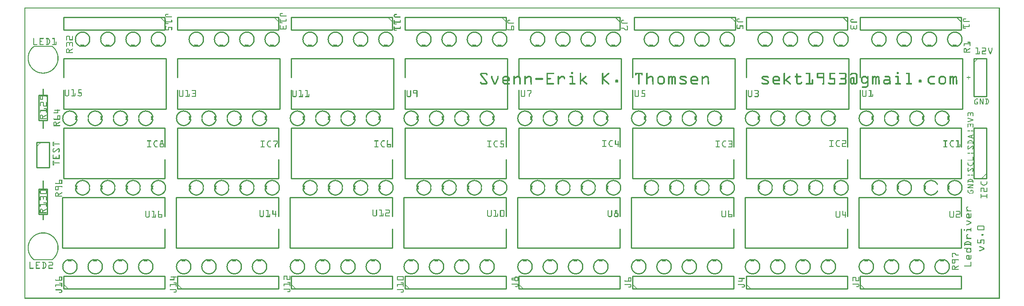
<source format=gto>
G04 MADE WITH FRITZING*
G04 WWW.FRITZING.ORG*
G04 DOUBLE SIDED*
G04 HOLES PLATED*
G04 CONTOUR ON CENTER OF CONTOUR VECTOR*
%ASAXBY*%
%FSLAX23Y23*%
%MOIN*%
%OFA0B0*%
%SFA1.0B1.0*%
%ADD10C,0.010000*%
%ADD11C,0.005000*%
%ADD12C,0.007874*%
%ADD13R,0.001000X0.001000*%
%LNSILK1*%
G90*
G70*
G54D10*
X7610Y954D02*
X7610Y1354D01*
D02*
X7610Y1354D02*
X7510Y1354D01*
D02*
X7510Y1354D02*
X7510Y954D01*
D02*
X7510Y954D02*
X7610Y954D01*
D02*
X7510Y1904D02*
X7510Y1604D01*
D02*
X7510Y1604D02*
X7610Y1604D01*
D02*
X7610Y1604D02*
X7610Y1904D01*
D02*
X7610Y1904D02*
X7510Y1904D01*
D02*
X181Y869D02*
X181Y669D01*
D02*
X181Y669D02*
X115Y669D01*
D02*
X115Y669D02*
X115Y869D01*
D02*
X115Y869D02*
X181Y869D01*
D02*
X115Y1413D02*
X115Y1613D01*
D02*
X115Y1613D02*
X181Y1613D01*
D02*
X181Y1613D02*
X181Y1413D01*
D02*
X181Y1413D02*
X115Y1413D01*
D02*
X98Y1241D02*
X98Y1041D01*
D02*
X98Y1041D02*
X198Y1041D01*
D02*
X198Y1041D02*
X198Y1241D01*
D02*
X198Y1241D02*
X98Y1241D01*
D02*
X1110Y2229D02*
X310Y2229D01*
D02*
X310Y2229D02*
X310Y2129D01*
D02*
X310Y2129D02*
X1110Y2129D01*
D02*
X1110Y2129D02*
X1110Y2229D01*
D02*
X2010Y2229D02*
X1210Y2229D01*
D02*
X1210Y2229D02*
X1210Y2129D01*
D02*
X1210Y2129D02*
X2010Y2129D01*
D02*
X2010Y2129D02*
X2010Y2229D01*
D02*
X2910Y2229D02*
X2110Y2229D01*
D02*
X2110Y2229D02*
X2110Y2129D01*
D02*
X2110Y2129D02*
X2910Y2129D01*
D02*
X2910Y2129D02*
X2910Y2229D01*
D02*
X3810Y2229D02*
X3010Y2229D01*
D02*
X3010Y2229D02*
X3010Y2129D01*
D02*
X3010Y2129D02*
X3810Y2129D01*
D02*
X3810Y2129D02*
X3810Y2229D01*
D02*
X4710Y2229D02*
X3910Y2229D01*
D02*
X3910Y2229D02*
X3910Y2129D01*
D02*
X3910Y2129D02*
X4710Y2129D01*
D02*
X4710Y2129D02*
X4710Y2229D01*
G54D11*
D02*
X4675Y2229D02*
X4710Y2194D01*
G54D10*
D02*
X5623Y2229D02*
X4823Y2229D01*
D02*
X4823Y2229D02*
X4823Y2129D01*
D02*
X4823Y2129D02*
X5623Y2129D01*
D02*
X5623Y2129D02*
X5623Y2229D01*
D02*
X6510Y2229D02*
X5710Y2229D01*
D02*
X5710Y2229D02*
X5710Y2129D01*
D02*
X5710Y2129D02*
X6510Y2129D01*
D02*
X6510Y2129D02*
X6510Y2229D01*
G54D11*
D02*
X6475Y2229D02*
X6510Y2194D01*
G54D10*
D02*
X7410Y2229D02*
X6610Y2229D01*
D02*
X6610Y2229D02*
X6610Y2129D01*
D02*
X6610Y2129D02*
X7410Y2129D01*
D02*
X7410Y2129D02*
X7410Y2229D01*
G54D11*
D02*
X7375Y2229D02*
X7410Y2194D01*
G54D10*
D02*
X1110Y1354D02*
X310Y1354D01*
D02*
X310Y1354D02*
X310Y954D01*
D02*
X310Y954D02*
X1110Y954D01*
D02*
X1110Y1354D02*
X1110Y1204D01*
D02*
X1110Y1104D02*
X1110Y954D01*
D02*
X2010Y1354D02*
X1210Y1354D01*
D02*
X1210Y1354D02*
X1210Y954D01*
D02*
X1210Y954D02*
X2010Y954D01*
D02*
X2010Y1354D02*
X2010Y1204D01*
D02*
X2010Y1104D02*
X2010Y954D01*
D02*
X2910Y1354D02*
X2110Y1354D01*
D02*
X2110Y1354D02*
X2110Y954D01*
D02*
X2110Y954D02*
X2910Y954D01*
D02*
X2910Y1354D02*
X2910Y1204D01*
D02*
X2910Y1104D02*
X2910Y954D01*
D02*
X3810Y1354D02*
X3010Y1354D01*
D02*
X3010Y1354D02*
X3010Y954D01*
D02*
X3010Y954D02*
X3810Y954D01*
D02*
X3810Y1354D02*
X3810Y1204D01*
D02*
X3810Y1104D02*
X3810Y954D01*
D02*
X4710Y1354D02*
X3910Y1354D01*
D02*
X3910Y1354D02*
X3910Y954D01*
D02*
X3910Y954D02*
X4710Y954D01*
D02*
X4710Y1354D02*
X4710Y1204D01*
D02*
X4710Y1104D02*
X4710Y954D01*
D02*
X5610Y1354D02*
X4810Y1354D01*
D02*
X4810Y1354D02*
X4810Y954D01*
D02*
X4810Y954D02*
X5610Y954D01*
D02*
X5610Y1354D02*
X5610Y1204D01*
D02*
X5610Y1104D02*
X5610Y954D01*
D02*
X6510Y1354D02*
X5710Y1354D01*
D02*
X5710Y1354D02*
X5710Y954D01*
D02*
X5710Y954D02*
X6510Y954D01*
D02*
X6510Y1354D02*
X6510Y1204D01*
D02*
X6510Y1104D02*
X6510Y954D01*
D02*
X7410Y1354D02*
X6610Y1354D01*
D02*
X6610Y1354D02*
X6610Y954D01*
D02*
X6610Y954D02*
X7410Y954D01*
D02*
X7410Y1354D02*
X7410Y1204D01*
D02*
X7410Y1104D02*
X7410Y954D01*
D02*
X1110Y804D02*
X300Y804D01*
D02*
X300Y804D02*
X300Y404D01*
D02*
X300Y404D02*
X1110Y404D01*
D02*
X1110Y804D02*
X1110Y654D01*
D02*
X1110Y554D02*
X1110Y404D01*
D02*
X2010Y804D02*
X1200Y804D01*
D02*
X1200Y804D02*
X1200Y404D01*
D02*
X1200Y404D02*
X2010Y404D01*
D02*
X2010Y804D02*
X2010Y654D01*
D02*
X2010Y554D02*
X2010Y404D01*
D02*
X2910Y804D02*
X2100Y804D01*
D02*
X2100Y804D02*
X2100Y404D01*
D02*
X2100Y404D02*
X2910Y404D01*
D02*
X2910Y804D02*
X2910Y654D01*
D02*
X2910Y554D02*
X2910Y404D01*
D02*
X3810Y804D02*
X3000Y804D01*
D02*
X3000Y804D02*
X3000Y404D01*
D02*
X3000Y404D02*
X3810Y404D01*
D02*
X3810Y804D02*
X3810Y654D01*
D02*
X3810Y554D02*
X3810Y404D01*
D02*
X4710Y804D02*
X3900Y804D01*
D02*
X3900Y804D02*
X3900Y404D01*
D02*
X3900Y404D02*
X4710Y404D01*
D02*
X4710Y804D02*
X4710Y654D01*
D02*
X4710Y554D02*
X4710Y404D01*
D02*
X5610Y804D02*
X4800Y804D01*
D02*
X4800Y804D02*
X4800Y404D01*
D02*
X4800Y404D02*
X5610Y404D01*
D02*
X5610Y804D02*
X5610Y654D01*
D02*
X5610Y554D02*
X5610Y404D01*
D02*
X6510Y804D02*
X5700Y804D01*
D02*
X5700Y804D02*
X5700Y404D01*
D02*
X5700Y404D02*
X6510Y404D01*
D02*
X6510Y804D02*
X6510Y654D01*
D02*
X6510Y554D02*
X6510Y404D01*
D02*
X7410Y803D02*
X6600Y803D01*
D02*
X6600Y803D02*
X6600Y403D01*
D02*
X6600Y403D02*
X7410Y403D01*
D02*
X7410Y803D02*
X7410Y653D01*
D02*
X7410Y553D02*
X7410Y403D01*
D02*
X310Y1504D02*
X1120Y1504D01*
D02*
X1120Y1504D02*
X1120Y1904D01*
D02*
X1120Y1904D02*
X310Y1904D01*
D02*
X310Y1504D02*
X310Y1654D01*
D02*
X310Y1754D02*
X310Y1904D01*
D02*
X1210Y1504D02*
X2020Y1504D01*
D02*
X2020Y1504D02*
X2020Y1904D01*
D02*
X2020Y1904D02*
X1210Y1904D01*
D02*
X1210Y1504D02*
X1210Y1654D01*
D02*
X1210Y1754D02*
X1210Y1904D01*
D02*
X2110Y1504D02*
X2920Y1504D01*
D02*
X2920Y1504D02*
X2920Y1904D01*
D02*
X2920Y1904D02*
X2110Y1904D01*
D02*
X2110Y1504D02*
X2110Y1654D01*
D02*
X2110Y1754D02*
X2110Y1904D01*
D02*
X3010Y1504D02*
X3820Y1504D01*
D02*
X3820Y1504D02*
X3820Y1904D01*
D02*
X3820Y1904D02*
X3010Y1904D01*
D02*
X3010Y1504D02*
X3010Y1654D01*
D02*
X3010Y1754D02*
X3010Y1904D01*
D02*
X3910Y1504D02*
X4720Y1504D01*
D02*
X4720Y1504D02*
X4720Y1904D01*
D02*
X4720Y1904D02*
X3910Y1904D01*
D02*
X3910Y1504D02*
X3910Y1654D01*
D02*
X3910Y1754D02*
X3910Y1904D01*
D02*
X5711Y1503D02*
X6521Y1503D01*
D02*
X6521Y1503D02*
X6521Y1903D01*
D02*
X6521Y1903D02*
X5711Y1903D01*
D02*
X5711Y1503D02*
X5711Y1653D01*
D02*
X5711Y1753D02*
X5711Y1903D01*
D02*
X4810Y1504D02*
X5620Y1504D01*
D02*
X5620Y1504D02*
X5620Y1904D01*
D02*
X5620Y1904D02*
X4810Y1904D01*
D02*
X4810Y1504D02*
X4810Y1654D01*
D02*
X4810Y1754D02*
X4810Y1904D01*
D02*
X6611Y1503D02*
X7421Y1503D01*
D02*
X7421Y1503D02*
X7421Y1903D01*
D02*
X7421Y1903D02*
X6611Y1903D01*
D02*
X6611Y1503D02*
X6611Y1653D01*
D02*
X6611Y1753D02*
X6611Y1903D01*
D02*
X310Y79D02*
X1110Y79D01*
D02*
X1110Y79D02*
X1110Y179D01*
D02*
X1110Y179D02*
X310Y179D01*
D02*
X310Y179D02*
X310Y79D01*
D02*
X1210Y79D02*
X2010Y79D01*
D02*
X2010Y79D02*
X2010Y179D01*
D02*
X2010Y179D02*
X1210Y179D01*
D02*
X1210Y179D02*
X1210Y79D01*
D02*
X2110Y79D02*
X2910Y79D01*
D02*
X2910Y79D02*
X2910Y179D01*
D02*
X2910Y179D02*
X2110Y179D01*
D02*
X2110Y179D02*
X2110Y79D01*
D02*
X3010Y79D02*
X3810Y79D01*
D02*
X3810Y79D02*
X3810Y179D01*
D02*
X3810Y179D02*
X3010Y179D01*
D02*
X3010Y179D02*
X3010Y79D01*
D02*
X3910Y79D02*
X4710Y79D01*
D02*
X4710Y79D02*
X4710Y179D01*
D02*
X4710Y179D02*
X3910Y179D01*
D02*
X3910Y179D02*
X3910Y79D01*
D02*
X6610Y79D02*
X7410Y79D01*
D02*
X7410Y79D02*
X7410Y179D01*
D02*
X7410Y179D02*
X6610Y179D01*
D02*
X6610Y179D02*
X6610Y79D01*
D02*
X5710Y79D02*
X6510Y79D01*
D02*
X6510Y79D02*
X6510Y179D01*
D02*
X6510Y179D02*
X5710Y179D01*
D02*
X5710Y179D02*
X5710Y79D01*
D02*
X4810Y79D02*
X5610Y79D01*
D02*
X5610Y79D02*
X5610Y179D01*
D02*
X5610Y179D02*
X4810Y179D01*
D02*
X4810Y179D02*
X4810Y79D01*
G54D12*
X219Y1999D02*
X77Y1999D01*
D02*
G54D13*
X1Y2307D02*
X7716Y2307D01*
X1Y2306D02*
X7716Y2306D01*
X1Y2305D02*
X7716Y2305D01*
X1Y2304D02*
X7716Y2304D01*
X1Y2303D02*
X7716Y2303D01*
X1Y2302D02*
X7716Y2302D01*
X1Y2301D02*
X7716Y2301D01*
X1Y2300D02*
X7716Y2300D01*
X1Y2299D02*
X8Y2299D01*
X7709Y2299D02*
X7716Y2299D01*
X1Y2298D02*
X8Y2298D01*
X7709Y2298D02*
X7716Y2298D01*
X1Y2297D02*
X8Y2297D01*
X7709Y2297D02*
X7716Y2297D01*
X1Y2296D02*
X8Y2296D01*
X7709Y2296D02*
X7716Y2296D01*
X1Y2295D02*
X8Y2295D01*
X7709Y2295D02*
X7716Y2295D01*
X1Y2294D02*
X8Y2294D01*
X7709Y2294D02*
X7716Y2294D01*
X1Y2293D02*
X8Y2293D01*
X7709Y2293D02*
X7716Y2293D01*
X1Y2292D02*
X8Y2292D01*
X7709Y2292D02*
X7716Y2292D01*
X1Y2291D02*
X8Y2291D01*
X7709Y2291D02*
X7716Y2291D01*
X1Y2290D02*
X8Y2290D01*
X7709Y2290D02*
X7716Y2290D01*
X1Y2289D02*
X8Y2289D01*
X7709Y2289D02*
X7716Y2289D01*
X1Y2288D02*
X8Y2288D01*
X7709Y2288D02*
X7716Y2288D01*
X1Y2287D02*
X8Y2287D01*
X7709Y2287D02*
X7716Y2287D01*
X1Y2286D02*
X8Y2286D01*
X7709Y2286D02*
X7716Y2286D01*
X1Y2285D02*
X8Y2285D01*
X7709Y2285D02*
X7716Y2285D01*
X1Y2284D02*
X8Y2284D01*
X7709Y2284D02*
X7716Y2284D01*
X1Y2283D02*
X8Y2283D01*
X7709Y2283D02*
X7716Y2283D01*
X1Y2282D02*
X8Y2282D01*
X7709Y2282D02*
X7716Y2282D01*
X1Y2281D02*
X8Y2281D01*
X7709Y2281D02*
X7716Y2281D01*
X1Y2280D02*
X8Y2280D01*
X7709Y2280D02*
X7716Y2280D01*
X1Y2279D02*
X8Y2279D01*
X7709Y2279D02*
X7716Y2279D01*
X1Y2278D02*
X8Y2278D01*
X7709Y2278D02*
X7716Y2278D01*
X1Y2277D02*
X8Y2277D01*
X7709Y2277D02*
X7716Y2277D01*
X1Y2276D02*
X8Y2276D01*
X7709Y2276D02*
X7716Y2276D01*
X1Y2275D02*
X8Y2275D01*
X7709Y2275D02*
X7716Y2275D01*
X1Y2274D02*
X8Y2274D01*
X7709Y2274D02*
X7716Y2274D01*
X1Y2273D02*
X8Y2273D01*
X7709Y2273D02*
X7716Y2273D01*
X1Y2272D02*
X8Y2272D01*
X7709Y2272D02*
X7716Y2272D01*
X1Y2271D02*
X8Y2271D01*
X7709Y2271D02*
X7716Y2271D01*
X1Y2270D02*
X8Y2270D01*
X7709Y2270D02*
X7716Y2270D01*
X1Y2269D02*
X8Y2269D01*
X7709Y2269D02*
X7716Y2269D01*
X1Y2268D02*
X8Y2268D01*
X7709Y2268D02*
X7716Y2268D01*
X1Y2267D02*
X8Y2267D01*
X7709Y2267D02*
X7716Y2267D01*
X1Y2266D02*
X8Y2266D01*
X7709Y2266D02*
X7716Y2266D01*
X1Y2265D02*
X8Y2265D01*
X7709Y2265D02*
X7716Y2265D01*
X1Y2264D02*
X8Y2264D01*
X7709Y2264D02*
X7716Y2264D01*
X1Y2263D02*
X8Y2263D01*
X7709Y2263D02*
X7716Y2263D01*
X1Y2262D02*
X8Y2262D01*
X2027Y2262D02*
X2043Y2262D01*
X7709Y2262D02*
X7716Y2262D01*
X1Y2261D02*
X8Y2261D01*
X2025Y2261D02*
X2044Y2261D01*
X7709Y2261D02*
X7716Y2261D01*
X1Y2260D02*
X8Y2260D01*
X2024Y2260D02*
X2044Y2260D01*
X7709Y2260D02*
X7716Y2260D01*
X1Y2259D02*
X8Y2259D01*
X2023Y2259D02*
X2044Y2259D01*
X7709Y2259D02*
X7716Y2259D01*
X1Y2258D02*
X8Y2258D01*
X2022Y2258D02*
X2044Y2258D01*
X7709Y2258D02*
X7716Y2258D01*
X1Y2257D02*
X8Y2257D01*
X1123Y2257D02*
X1137Y2257D01*
X2022Y2257D02*
X2043Y2257D01*
X7709Y2257D02*
X7716Y2257D01*
X1Y2256D02*
X8Y2256D01*
X1120Y2256D02*
X1138Y2256D01*
X2021Y2256D02*
X2042Y2256D01*
X7709Y2256D02*
X7716Y2256D01*
X1Y2255D02*
X8Y2255D01*
X1119Y2255D02*
X1139Y2255D01*
X2021Y2255D02*
X2028Y2255D01*
X7709Y2255D02*
X7716Y2255D01*
X1Y2254D02*
X8Y2254D01*
X1118Y2254D02*
X1139Y2254D01*
X2021Y2254D02*
X2027Y2254D01*
X2929Y2254D02*
X2946Y2254D01*
X7709Y2254D02*
X7716Y2254D01*
X1Y2253D02*
X8Y2253D01*
X1117Y2253D02*
X1139Y2253D01*
X2021Y2253D02*
X2027Y2253D01*
X2928Y2253D02*
X2946Y2253D01*
X7709Y2253D02*
X7716Y2253D01*
X1Y2252D02*
X8Y2252D01*
X1117Y2252D02*
X1138Y2252D01*
X2021Y2252D02*
X2027Y2252D01*
X2926Y2252D02*
X2947Y2252D01*
X7709Y2252D02*
X7716Y2252D01*
X1Y2251D02*
X8Y2251D01*
X1116Y2251D02*
X1137Y2251D01*
X2021Y2251D02*
X2027Y2251D01*
X2925Y2251D02*
X2947Y2251D01*
X7709Y2251D02*
X7716Y2251D01*
X1Y2250D02*
X8Y2250D01*
X1116Y2250D02*
X1123Y2250D01*
X2021Y2250D02*
X2027Y2250D01*
X2925Y2250D02*
X2946Y2250D01*
X7709Y2250D02*
X7716Y2250D01*
X1Y2249D02*
X8Y2249D01*
X1116Y2249D02*
X1122Y2249D01*
X2021Y2249D02*
X2027Y2249D01*
X2924Y2249D02*
X2946Y2249D01*
X7709Y2249D02*
X7716Y2249D01*
X1Y2248D02*
X8Y2248D01*
X1115Y2248D02*
X1122Y2248D01*
X2021Y2248D02*
X2027Y2248D01*
X2924Y2248D02*
X2943Y2248D01*
X7709Y2248D02*
X7716Y2248D01*
X1Y2247D02*
X8Y2247D01*
X1115Y2247D02*
X1121Y2247D01*
X2021Y2247D02*
X2027Y2247D01*
X2923Y2247D02*
X2930Y2247D01*
X7709Y2247D02*
X7716Y2247D01*
X1Y2246D02*
X8Y2246D01*
X1115Y2246D02*
X1121Y2246D01*
X2021Y2246D02*
X2027Y2246D01*
X2923Y2246D02*
X2929Y2246D01*
X7709Y2246D02*
X7716Y2246D01*
X1Y2245D02*
X8Y2245D01*
X1115Y2245D02*
X1121Y2245D01*
X2021Y2245D02*
X2027Y2245D01*
X2923Y2245D02*
X2929Y2245D01*
X7709Y2245D02*
X7716Y2245D01*
X1Y2244D02*
X8Y2244D01*
X1115Y2244D02*
X1121Y2244D01*
X2021Y2244D02*
X2027Y2244D01*
X2923Y2244D02*
X2929Y2244D01*
X7709Y2244D02*
X7716Y2244D01*
X1Y2243D02*
X8Y2243D01*
X1115Y2243D02*
X1121Y2243D01*
X2021Y2243D02*
X2028Y2243D01*
X2923Y2243D02*
X2929Y2243D01*
X7709Y2243D02*
X7716Y2243D01*
X1Y2242D02*
X8Y2242D01*
X1115Y2242D02*
X1121Y2242D01*
X2021Y2242D02*
X2071Y2242D01*
X2923Y2242D02*
X2929Y2242D01*
X7709Y2242D02*
X7716Y2242D01*
X1Y2241D02*
X8Y2241D01*
X1115Y2241D02*
X1121Y2241D01*
X2022Y2241D02*
X2073Y2241D01*
X2923Y2241D02*
X2929Y2241D01*
X7709Y2241D02*
X7716Y2241D01*
X1Y2240D02*
X8Y2240D01*
X1115Y2240D02*
X1122Y2240D01*
X2022Y2240D02*
X2073Y2240D01*
X2923Y2240D02*
X2929Y2240D01*
X7709Y2240D02*
X7716Y2240D01*
X1Y2239D02*
X8Y2239D01*
X1116Y2239D02*
X1122Y2239D01*
X2023Y2239D02*
X2074Y2239D01*
X2923Y2239D02*
X2929Y2239D01*
X7709Y2239D02*
X7716Y2239D01*
X1Y2238D02*
X8Y2238D01*
X1116Y2238D02*
X1122Y2238D01*
X2024Y2238D02*
X2074Y2238D01*
X2923Y2238D02*
X2929Y2238D01*
X7709Y2238D02*
X7716Y2238D01*
X1Y2237D02*
X8Y2237D01*
X1116Y2237D02*
X1124Y2237D01*
X2025Y2237D02*
X2073Y2237D01*
X2923Y2237D02*
X2929Y2237D01*
X7709Y2237D02*
X7716Y2237D01*
X1Y2236D02*
X8Y2236D01*
X1116Y2236D02*
X1167Y2236D01*
X2027Y2236D02*
X2072Y2236D01*
X2923Y2236D02*
X2930Y2236D01*
X7709Y2236D02*
X7716Y2236D01*
X1Y2235D02*
X8Y2235D01*
X1117Y2235D02*
X1168Y2235D01*
X2923Y2235D02*
X2931Y2235D01*
X7709Y2235D02*
X7716Y2235D01*
X1Y2234D02*
X8Y2234D01*
X1118Y2234D02*
X1168Y2234D01*
X2924Y2234D02*
X2974Y2234D01*
X7709Y2234D02*
X7716Y2234D01*
X1Y2233D02*
X8Y2233D01*
X1119Y2233D02*
X1168Y2233D01*
X2924Y2233D02*
X2975Y2233D01*
X7709Y2233D02*
X7716Y2233D01*
X1Y2232D02*
X8Y2232D01*
X1120Y2232D02*
X1168Y2232D01*
X2925Y2232D02*
X2976Y2232D01*
X7709Y2232D02*
X7716Y2232D01*
X1Y2231D02*
X8Y2231D01*
X1121Y2231D02*
X1168Y2231D01*
X2926Y2231D02*
X2976Y2231D01*
X7709Y2231D02*
X7716Y2231D01*
X1Y2230D02*
X8Y2230D01*
X1077Y2230D02*
X1078Y2230D01*
X1124Y2230D02*
X1166Y2230D01*
X1977Y2230D02*
X1978Y2230D01*
X2877Y2230D02*
X2878Y2230D01*
X2927Y2230D02*
X2976Y2230D01*
X3777Y2230D02*
X3778Y2230D01*
X5589Y2230D02*
X5590Y2230D01*
X7709Y2230D02*
X7716Y2230D01*
X1Y2229D02*
X8Y2229D01*
X1076Y2229D02*
X1079Y2229D01*
X1976Y2229D02*
X1979Y2229D01*
X2876Y2229D02*
X2879Y2229D01*
X2928Y2229D02*
X2976Y2229D01*
X3776Y2229D02*
X3779Y2229D01*
X5588Y2229D02*
X5591Y2229D01*
X7709Y2229D02*
X7716Y2229D01*
X1Y2228D02*
X8Y2228D01*
X1075Y2228D02*
X1080Y2228D01*
X1975Y2228D02*
X1980Y2228D01*
X2875Y2228D02*
X2880Y2228D01*
X2930Y2228D02*
X2975Y2228D01*
X3775Y2228D02*
X3780Y2228D01*
X5587Y2228D02*
X5592Y2228D01*
X7709Y2228D02*
X7716Y2228D01*
X1Y2227D02*
X8Y2227D01*
X1075Y2227D02*
X1081Y2227D01*
X1975Y2227D02*
X1981Y2227D01*
X2875Y2227D02*
X2881Y2227D01*
X3775Y2227D02*
X3781Y2227D01*
X5587Y2227D02*
X5593Y2227D01*
X7709Y2227D02*
X7716Y2227D01*
X1Y2226D02*
X8Y2226D01*
X1076Y2226D02*
X1082Y2226D01*
X1976Y2226D02*
X1982Y2226D01*
X2876Y2226D02*
X2882Y2226D01*
X3776Y2226D02*
X3782Y2226D01*
X5588Y2226D02*
X5594Y2226D01*
X7709Y2226D02*
X7716Y2226D01*
X1Y2225D02*
X8Y2225D01*
X1077Y2225D02*
X1083Y2225D01*
X1977Y2225D02*
X1983Y2225D01*
X2877Y2225D02*
X2883Y2225D01*
X3777Y2225D02*
X3783Y2225D01*
X5589Y2225D02*
X5595Y2225D01*
X7709Y2225D02*
X7716Y2225D01*
X1Y2224D02*
X8Y2224D01*
X1078Y2224D02*
X1084Y2224D01*
X1978Y2224D02*
X1984Y2224D01*
X2878Y2224D02*
X2884Y2224D01*
X3778Y2224D02*
X3784Y2224D01*
X5590Y2224D02*
X5596Y2224D01*
X7709Y2224D02*
X7716Y2224D01*
X1Y2223D02*
X8Y2223D01*
X1079Y2223D02*
X1085Y2223D01*
X1979Y2223D02*
X1985Y2223D01*
X2879Y2223D02*
X2885Y2223D01*
X3779Y2223D02*
X3785Y2223D01*
X5591Y2223D02*
X5597Y2223D01*
X7709Y2223D02*
X7716Y2223D01*
X1Y2222D02*
X8Y2222D01*
X1080Y2222D02*
X1086Y2222D01*
X1980Y2222D02*
X1986Y2222D01*
X2880Y2222D02*
X2886Y2222D01*
X3780Y2222D02*
X3786Y2222D01*
X5592Y2222D02*
X5598Y2222D01*
X7709Y2222D02*
X7716Y2222D01*
X1Y2221D02*
X8Y2221D01*
X1081Y2221D02*
X1087Y2221D01*
X1981Y2221D02*
X1987Y2221D01*
X2881Y2221D02*
X2887Y2221D01*
X3781Y2221D02*
X3787Y2221D01*
X5593Y2221D02*
X5599Y2221D01*
X7709Y2221D02*
X7716Y2221D01*
X1Y2220D02*
X8Y2220D01*
X1082Y2220D02*
X1088Y2220D01*
X1982Y2220D02*
X1988Y2220D01*
X2882Y2220D02*
X2888Y2220D01*
X3782Y2220D02*
X3788Y2220D01*
X5594Y2220D02*
X5600Y2220D01*
X7433Y2220D02*
X7447Y2220D01*
X7709Y2220D02*
X7716Y2220D01*
X1Y2219D02*
X8Y2219D01*
X1083Y2219D02*
X1089Y2219D01*
X1983Y2219D02*
X1989Y2219D01*
X2883Y2219D02*
X2889Y2219D01*
X3783Y2219D02*
X3789Y2219D01*
X5595Y2219D02*
X5601Y2219D01*
X7430Y2219D02*
X7448Y2219D01*
X7709Y2219D02*
X7716Y2219D01*
X1Y2218D02*
X8Y2218D01*
X1084Y2218D02*
X1090Y2218D01*
X1984Y2218D02*
X1990Y2218D01*
X2884Y2218D02*
X2890Y2218D01*
X3784Y2218D02*
X3790Y2218D01*
X5596Y2218D02*
X5602Y2218D01*
X5641Y2218D02*
X5656Y2218D01*
X7429Y2218D02*
X7449Y2218D01*
X7709Y2218D02*
X7716Y2218D01*
X1Y2217D02*
X8Y2217D01*
X1085Y2217D02*
X1091Y2217D01*
X1985Y2217D02*
X1991Y2217D01*
X2885Y2217D02*
X2891Y2217D01*
X3785Y2217D02*
X3791Y2217D01*
X5597Y2217D02*
X5603Y2217D01*
X5639Y2217D02*
X5657Y2217D01*
X7428Y2217D02*
X7449Y2217D01*
X7709Y2217D02*
X7716Y2217D01*
X1Y2216D02*
X8Y2216D01*
X1086Y2216D02*
X1092Y2216D01*
X1986Y2216D02*
X1992Y2216D01*
X2886Y2216D02*
X2892Y2216D01*
X3786Y2216D02*
X3792Y2216D01*
X5598Y2216D02*
X5604Y2216D01*
X5638Y2216D02*
X5658Y2216D01*
X7427Y2216D02*
X7449Y2216D01*
X7709Y2216D02*
X7716Y2216D01*
X1Y2215D02*
X8Y2215D01*
X1087Y2215D02*
X1093Y2215D01*
X1987Y2215D02*
X1993Y2215D01*
X2022Y2215D02*
X2025Y2215D01*
X2069Y2215D02*
X2073Y2215D01*
X2887Y2215D02*
X2893Y2215D01*
X3787Y2215D02*
X3793Y2215D01*
X5599Y2215D02*
X5605Y2215D01*
X5637Y2215D02*
X5658Y2215D01*
X6543Y2215D02*
X6557Y2215D01*
X7426Y2215D02*
X7448Y2215D01*
X7709Y2215D02*
X7716Y2215D01*
X1Y2214D02*
X8Y2214D01*
X1088Y2214D02*
X1094Y2214D01*
X1988Y2214D02*
X1994Y2214D01*
X2021Y2214D02*
X2026Y2214D01*
X2068Y2214D02*
X2073Y2214D01*
X2888Y2214D02*
X2894Y2214D01*
X3788Y2214D02*
X3794Y2214D01*
X5600Y2214D02*
X5606Y2214D01*
X5636Y2214D02*
X5658Y2214D01*
X6541Y2214D02*
X6558Y2214D01*
X7426Y2214D02*
X7447Y2214D01*
X7709Y2214D02*
X7716Y2214D01*
X1Y2213D02*
X8Y2213D01*
X1089Y2213D02*
X1095Y2213D01*
X1989Y2213D02*
X1995Y2213D01*
X2021Y2213D02*
X2026Y2213D01*
X2068Y2213D02*
X2074Y2213D01*
X2889Y2213D02*
X2895Y2213D01*
X3789Y2213D02*
X3795Y2213D01*
X5602Y2213D02*
X5607Y2213D01*
X5635Y2213D02*
X5657Y2213D01*
X6539Y2213D02*
X6559Y2213D01*
X7426Y2213D02*
X7433Y2213D01*
X7709Y2213D02*
X7716Y2213D01*
X1Y2212D02*
X8Y2212D01*
X1091Y2212D02*
X1096Y2212D01*
X1990Y2212D02*
X1996Y2212D01*
X2021Y2212D02*
X2027Y2212D01*
X2068Y2212D02*
X2074Y2212D01*
X2890Y2212D02*
X2896Y2212D01*
X3790Y2212D02*
X3796Y2212D01*
X5603Y2212D02*
X5608Y2212D01*
X5635Y2212D02*
X5656Y2212D01*
X6538Y2212D02*
X6559Y2212D01*
X7425Y2212D02*
X7432Y2212D01*
X7709Y2212D02*
X7716Y2212D01*
X1Y2211D02*
X8Y2211D01*
X1092Y2211D02*
X1097Y2211D01*
X1992Y2211D02*
X1997Y2211D01*
X2021Y2211D02*
X2027Y2211D01*
X2068Y2211D02*
X2074Y2211D01*
X2892Y2211D02*
X2897Y2211D01*
X3791Y2211D02*
X3797Y2211D01*
X5604Y2211D02*
X5609Y2211D01*
X5635Y2211D02*
X5642Y2211D01*
X6537Y2211D02*
X6559Y2211D01*
X7425Y2211D02*
X7431Y2211D01*
X7709Y2211D02*
X7716Y2211D01*
X1Y2210D02*
X8Y2210D01*
X1093Y2210D02*
X1098Y2210D01*
X1117Y2210D02*
X1120Y2210D01*
X1164Y2210D02*
X1167Y2210D01*
X1993Y2210D02*
X1998Y2210D01*
X2021Y2210D02*
X2027Y2210D01*
X2068Y2210D02*
X2074Y2210D01*
X2893Y2210D02*
X2898Y2210D01*
X3793Y2210D02*
X3798Y2210D01*
X5605Y2210D02*
X5610Y2210D01*
X5634Y2210D02*
X5641Y2210D01*
X6537Y2210D02*
X6558Y2210D01*
X7425Y2210D02*
X7431Y2210D01*
X7709Y2210D02*
X7716Y2210D01*
X1Y2209D02*
X8Y2209D01*
X1094Y2209D02*
X1099Y2209D01*
X1116Y2209D02*
X1121Y2209D01*
X1163Y2209D02*
X1168Y2209D01*
X1994Y2209D02*
X1999Y2209D01*
X2021Y2209D02*
X2027Y2209D01*
X2068Y2209D02*
X2074Y2209D01*
X2893Y2209D02*
X2899Y2209D01*
X3793Y2209D02*
X3799Y2209D01*
X5606Y2209D02*
X5611Y2209D01*
X5634Y2209D02*
X5640Y2209D01*
X6536Y2209D02*
X6557Y2209D01*
X7425Y2209D02*
X7431Y2209D01*
X7709Y2209D02*
X7716Y2209D01*
X1Y2208D02*
X8Y2208D01*
X1094Y2208D02*
X1100Y2208D01*
X1116Y2208D02*
X1121Y2208D01*
X1163Y2208D02*
X1168Y2208D01*
X1994Y2208D02*
X2000Y2208D01*
X2021Y2208D02*
X2027Y2208D01*
X2068Y2208D02*
X2074Y2208D01*
X2894Y2208D02*
X2900Y2208D01*
X2926Y2208D02*
X2927Y2208D01*
X2973Y2208D02*
X2974Y2208D01*
X3794Y2208D02*
X3800Y2208D01*
X3829Y2208D02*
X3842Y2208D01*
X4729Y2208D02*
X4742Y2208D01*
X5607Y2208D02*
X5612Y2208D01*
X5634Y2208D02*
X5640Y2208D01*
X6536Y2208D02*
X6543Y2208D01*
X7425Y2208D02*
X7431Y2208D01*
X7709Y2208D02*
X7716Y2208D01*
X1Y2207D02*
X8Y2207D01*
X1095Y2207D02*
X1101Y2207D01*
X1115Y2207D02*
X1121Y2207D01*
X1163Y2207D02*
X1169Y2207D01*
X1995Y2207D02*
X2001Y2207D01*
X2021Y2207D02*
X2027Y2207D01*
X2068Y2207D02*
X2074Y2207D01*
X2895Y2207D02*
X2901Y2207D01*
X2924Y2207D02*
X2928Y2207D01*
X2971Y2207D02*
X2975Y2207D01*
X3795Y2207D02*
X3801Y2207D01*
X3826Y2207D02*
X3843Y2207D01*
X4726Y2207D02*
X4743Y2207D01*
X5608Y2207D02*
X5613Y2207D01*
X5634Y2207D02*
X5640Y2207D01*
X6536Y2207D02*
X6542Y2207D01*
X7425Y2207D02*
X7431Y2207D01*
X7709Y2207D02*
X7716Y2207D01*
X1Y2206D02*
X8Y2206D01*
X1096Y2206D02*
X1102Y2206D01*
X1115Y2206D02*
X1121Y2206D01*
X1163Y2206D02*
X1169Y2206D01*
X1996Y2206D02*
X2002Y2206D01*
X2021Y2206D02*
X2027Y2206D01*
X2068Y2206D02*
X2074Y2206D01*
X2896Y2206D02*
X2902Y2206D01*
X2923Y2206D02*
X2929Y2206D01*
X2971Y2206D02*
X2976Y2206D01*
X3796Y2206D02*
X3802Y2206D01*
X3825Y2206D02*
X3844Y2206D01*
X4724Y2206D02*
X4744Y2206D01*
X5608Y2206D02*
X5614Y2206D01*
X5634Y2206D02*
X5640Y2206D01*
X6535Y2206D02*
X6542Y2206D01*
X7425Y2206D02*
X7431Y2206D01*
X7709Y2206D02*
X7716Y2206D01*
X1Y2205D02*
X8Y2205D01*
X1097Y2205D02*
X1103Y2205D01*
X1115Y2205D02*
X1121Y2205D01*
X1163Y2205D02*
X1169Y2205D01*
X1997Y2205D02*
X2003Y2205D01*
X2021Y2205D02*
X2027Y2205D01*
X2068Y2205D02*
X2074Y2205D01*
X2897Y2205D02*
X2903Y2205D01*
X2923Y2205D02*
X2929Y2205D01*
X2970Y2205D02*
X2976Y2205D01*
X3797Y2205D02*
X3803Y2205D01*
X3823Y2205D02*
X3844Y2205D01*
X4723Y2205D02*
X4744Y2205D01*
X5609Y2205D02*
X5615Y2205D01*
X5634Y2205D02*
X5640Y2205D01*
X6535Y2205D02*
X6541Y2205D01*
X7425Y2205D02*
X7431Y2205D01*
X7709Y2205D02*
X7716Y2205D01*
X1Y2204D02*
X8Y2204D01*
X1098Y2204D02*
X1104Y2204D01*
X1115Y2204D02*
X1121Y2204D01*
X1163Y2204D02*
X1169Y2204D01*
X1998Y2204D02*
X2004Y2204D01*
X2021Y2204D02*
X2027Y2204D01*
X2068Y2204D02*
X2074Y2204D01*
X2898Y2204D02*
X2904Y2204D01*
X2923Y2204D02*
X2929Y2204D01*
X2970Y2204D02*
X2976Y2204D01*
X3798Y2204D02*
X3804Y2204D01*
X3823Y2204D02*
X3844Y2204D01*
X4722Y2204D02*
X4744Y2204D01*
X5610Y2204D02*
X5616Y2204D01*
X5634Y2204D02*
X5640Y2204D01*
X6535Y2204D02*
X6541Y2204D01*
X7425Y2204D02*
X7431Y2204D01*
X7709Y2204D02*
X7716Y2204D01*
X1Y2203D02*
X8Y2203D01*
X1099Y2203D02*
X1105Y2203D01*
X1115Y2203D02*
X1121Y2203D01*
X1163Y2203D02*
X1169Y2203D01*
X1999Y2203D02*
X2005Y2203D01*
X2021Y2203D02*
X2027Y2203D01*
X2068Y2203D02*
X2074Y2203D01*
X2899Y2203D02*
X2905Y2203D01*
X2923Y2203D02*
X2929Y2203D01*
X2970Y2203D02*
X2976Y2203D01*
X3799Y2203D02*
X3805Y2203D01*
X3822Y2203D02*
X3844Y2203D01*
X4722Y2203D02*
X4744Y2203D01*
X5611Y2203D02*
X5617Y2203D01*
X5634Y2203D02*
X5640Y2203D01*
X6535Y2203D02*
X6541Y2203D01*
X7425Y2203D02*
X7431Y2203D01*
X7709Y2203D02*
X7716Y2203D01*
X1Y2202D02*
X8Y2202D01*
X1100Y2202D02*
X1106Y2202D01*
X1115Y2202D02*
X1121Y2202D01*
X1163Y2202D02*
X1169Y2202D01*
X2000Y2202D02*
X2006Y2202D01*
X2021Y2202D02*
X2074Y2202D01*
X2900Y2202D02*
X2906Y2202D01*
X2923Y2202D02*
X2929Y2202D01*
X2970Y2202D02*
X2976Y2202D01*
X3800Y2202D02*
X3806Y2202D01*
X3821Y2202D02*
X3843Y2202D01*
X4721Y2202D02*
X4743Y2202D01*
X5612Y2202D02*
X5618Y2202D01*
X5634Y2202D02*
X5640Y2202D01*
X6535Y2202D02*
X6541Y2202D01*
X7425Y2202D02*
X7431Y2202D01*
X7709Y2202D02*
X7716Y2202D01*
X1Y2201D02*
X8Y2201D01*
X1101Y2201D02*
X1107Y2201D01*
X1115Y2201D02*
X1121Y2201D01*
X1163Y2201D02*
X1169Y2201D01*
X2001Y2201D02*
X2007Y2201D01*
X2021Y2201D02*
X2074Y2201D01*
X2901Y2201D02*
X2907Y2201D01*
X2923Y2201D02*
X2929Y2201D01*
X2970Y2201D02*
X2976Y2201D01*
X3801Y2201D02*
X3807Y2201D01*
X3821Y2201D02*
X3829Y2201D01*
X4721Y2201D02*
X4729Y2201D01*
X5613Y2201D02*
X5619Y2201D01*
X5634Y2201D02*
X5640Y2201D01*
X6535Y2201D02*
X6541Y2201D01*
X7425Y2201D02*
X7432Y2201D01*
X7709Y2201D02*
X7716Y2201D01*
X1Y2200D02*
X8Y2200D01*
X1102Y2200D02*
X1108Y2200D01*
X1115Y2200D02*
X1121Y2200D01*
X1163Y2200D02*
X1169Y2200D01*
X2002Y2200D02*
X2008Y2200D01*
X2021Y2200D02*
X2074Y2200D01*
X2902Y2200D02*
X2908Y2200D01*
X2923Y2200D02*
X2929Y2200D01*
X2970Y2200D02*
X2976Y2200D01*
X3802Y2200D02*
X3808Y2200D01*
X3821Y2200D02*
X3827Y2200D01*
X4721Y2200D02*
X4727Y2200D01*
X5614Y2200D02*
X5620Y2200D01*
X5634Y2200D02*
X5641Y2200D01*
X6535Y2200D02*
X6541Y2200D01*
X7426Y2200D02*
X7433Y2200D01*
X7709Y2200D02*
X7716Y2200D01*
X1Y2199D02*
X8Y2199D01*
X1103Y2199D02*
X1109Y2199D01*
X1115Y2199D02*
X1121Y2199D01*
X1163Y2199D02*
X1169Y2199D01*
X2003Y2199D02*
X2009Y2199D01*
X2021Y2199D02*
X2074Y2199D01*
X2903Y2199D02*
X2909Y2199D01*
X2923Y2199D02*
X2929Y2199D01*
X2970Y2199D02*
X2976Y2199D01*
X3803Y2199D02*
X3809Y2199D01*
X3821Y2199D02*
X3827Y2199D01*
X4720Y2199D02*
X4727Y2199D01*
X5615Y2199D02*
X5621Y2199D01*
X5635Y2199D02*
X5641Y2199D01*
X6535Y2199D02*
X6541Y2199D01*
X7426Y2199D02*
X7477Y2199D01*
X7709Y2199D02*
X7716Y2199D01*
X1Y2198D02*
X8Y2198D01*
X1104Y2198D02*
X1110Y2198D01*
X1115Y2198D02*
X1121Y2198D01*
X1163Y2198D02*
X1169Y2198D01*
X2004Y2198D02*
X2010Y2198D01*
X2021Y2198D02*
X2074Y2198D01*
X2904Y2198D02*
X2910Y2198D01*
X2923Y2198D02*
X2929Y2198D01*
X2970Y2198D02*
X2976Y2198D01*
X3804Y2198D02*
X3810Y2198D01*
X3820Y2198D02*
X3826Y2198D01*
X4720Y2198D02*
X4726Y2198D01*
X5616Y2198D02*
X5622Y2198D01*
X5635Y2198D02*
X5643Y2198D01*
X6535Y2198D02*
X6541Y2198D01*
X7426Y2198D02*
X7478Y2198D01*
X7709Y2198D02*
X7716Y2198D01*
X1Y2197D02*
X8Y2197D01*
X1105Y2197D02*
X1111Y2197D01*
X1115Y2197D02*
X1169Y2197D01*
X2005Y2197D02*
X2011Y2197D01*
X2021Y2197D02*
X2074Y2197D01*
X2905Y2197D02*
X2911Y2197D01*
X2923Y2197D02*
X2929Y2197D01*
X2970Y2197D02*
X2976Y2197D01*
X3805Y2197D02*
X3811Y2197D01*
X3820Y2197D02*
X3826Y2197D01*
X4720Y2197D02*
X4726Y2197D01*
X5617Y2197D02*
X5623Y2197D01*
X5635Y2197D02*
X5686Y2197D01*
X6535Y2197D02*
X6542Y2197D01*
X7427Y2197D02*
X7478Y2197D01*
X7709Y2197D02*
X7716Y2197D01*
X1Y2196D02*
X8Y2196D01*
X1106Y2196D02*
X1112Y2196D01*
X1115Y2196D02*
X1169Y2196D01*
X2006Y2196D02*
X2012Y2196D01*
X2021Y2196D02*
X2074Y2196D01*
X2906Y2196D02*
X2912Y2196D01*
X2923Y2196D02*
X2929Y2196D01*
X2970Y2196D02*
X2976Y2196D01*
X3806Y2196D02*
X3812Y2196D01*
X3820Y2196D02*
X3826Y2196D01*
X4720Y2196D02*
X4726Y2196D01*
X5618Y2196D02*
X5624Y2196D01*
X5636Y2196D02*
X5687Y2196D01*
X6536Y2196D02*
X6542Y2196D01*
X7428Y2196D02*
X7478Y2196D01*
X7709Y2196D02*
X7716Y2196D01*
X1Y2195D02*
X8Y2195D01*
X1107Y2195D02*
X1111Y2195D01*
X1115Y2195D02*
X1169Y2195D01*
X2007Y2195D02*
X2011Y2195D01*
X2021Y2195D02*
X2027Y2195D01*
X2907Y2195D02*
X2911Y2195D01*
X2923Y2195D02*
X2929Y2195D01*
X2970Y2195D02*
X2976Y2195D01*
X3807Y2195D02*
X3811Y2195D01*
X3820Y2195D02*
X3826Y2195D01*
X4720Y2195D02*
X4726Y2195D01*
X5619Y2195D02*
X5623Y2195D01*
X5637Y2195D02*
X5687Y2195D01*
X6536Y2195D02*
X6543Y2195D01*
X7429Y2195D02*
X7478Y2195D01*
X7709Y2195D02*
X7716Y2195D01*
X1Y2194D02*
X8Y2194D01*
X1108Y2194D02*
X1110Y2194D01*
X1115Y2194D02*
X1169Y2194D01*
X2008Y2194D02*
X2010Y2194D01*
X2021Y2194D02*
X2027Y2194D01*
X2908Y2194D02*
X2910Y2194D01*
X2923Y2194D02*
X2976Y2194D01*
X3808Y2194D02*
X3810Y2194D01*
X3820Y2194D02*
X3826Y2194D01*
X4720Y2194D02*
X4726Y2194D01*
X5620Y2194D02*
X5622Y2194D01*
X5637Y2194D02*
X5687Y2194D01*
X6536Y2194D02*
X6587Y2194D01*
X7431Y2194D02*
X7477Y2194D01*
X7709Y2194D02*
X7716Y2194D01*
X1Y2193D02*
X8Y2193D01*
X1109Y2193D02*
X1109Y2193D01*
X1115Y2193D02*
X1169Y2193D01*
X2009Y2193D02*
X2009Y2193D01*
X2021Y2193D02*
X2027Y2193D01*
X2909Y2193D02*
X2909Y2193D01*
X2923Y2193D02*
X2976Y2193D01*
X3809Y2193D02*
X3809Y2193D01*
X3820Y2193D02*
X3826Y2193D01*
X4720Y2193D02*
X4726Y2193D01*
X5621Y2193D02*
X5621Y2193D01*
X5639Y2193D02*
X5687Y2193D01*
X6537Y2193D02*
X6588Y2193D01*
X7433Y2193D02*
X7476Y2193D01*
X7709Y2193D02*
X7716Y2193D01*
X1Y2192D02*
X8Y2192D01*
X1115Y2192D02*
X1169Y2192D01*
X2021Y2192D02*
X2027Y2192D01*
X2923Y2192D02*
X2976Y2192D01*
X3820Y2192D02*
X3826Y2192D01*
X4720Y2192D02*
X4726Y2192D01*
X5640Y2192D02*
X5686Y2192D01*
X6537Y2192D02*
X6588Y2192D01*
X7709Y2192D02*
X7716Y2192D01*
X1Y2191D02*
X8Y2191D01*
X1115Y2191D02*
X1169Y2191D01*
X2021Y2191D02*
X2027Y2191D01*
X2923Y2191D02*
X2976Y2191D01*
X3820Y2191D02*
X3826Y2191D01*
X4720Y2191D02*
X4726Y2191D01*
X5644Y2191D02*
X5684Y2191D01*
X6538Y2191D02*
X6588Y2191D01*
X7709Y2191D02*
X7716Y2191D01*
X1Y2190D02*
X8Y2190D01*
X1115Y2190D02*
X1122Y2190D01*
X2021Y2190D02*
X2027Y2190D01*
X2923Y2190D02*
X2976Y2190D01*
X3821Y2190D02*
X3827Y2190D01*
X4720Y2190D02*
X4727Y2190D01*
X6539Y2190D02*
X6588Y2190D01*
X7709Y2190D02*
X7716Y2190D01*
X1Y2189D02*
X8Y2189D01*
X1115Y2189D02*
X1121Y2189D01*
X2021Y2189D02*
X2027Y2189D01*
X2923Y2189D02*
X2976Y2189D01*
X3821Y2189D02*
X3827Y2189D01*
X4721Y2189D02*
X4727Y2189D01*
X6541Y2189D02*
X6588Y2189D01*
X7709Y2189D02*
X7716Y2189D01*
X1Y2188D02*
X8Y2188D01*
X1115Y2188D02*
X1121Y2188D01*
X2021Y2188D02*
X2042Y2188D01*
X2923Y2188D02*
X2976Y2188D01*
X3821Y2188D02*
X3828Y2188D01*
X4721Y2188D02*
X4728Y2188D01*
X6543Y2188D02*
X6586Y2188D01*
X7709Y2188D02*
X7716Y2188D01*
X1Y2187D02*
X8Y2187D01*
X1115Y2187D02*
X1121Y2187D01*
X2021Y2187D02*
X2043Y2187D01*
X2923Y2187D02*
X2929Y2187D01*
X3821Y2187D02*
X3872Y2187D01*
X4721Y2187D02*
X4772Y2187D01*
X7709Y2187D02*
X7716Y2187D01*
X1Y2186D02*
X8Y2186D01*
X1115Y2186D02*
X1121Y2186D01*
X2021Y2186D02*
X2044Y2186D01*
X2923Y2186D02*
X2929Y2186D01*
X3822Y2186D02*
X3873Y2186D01*
X4722Y2186D02*
X4773Y2186D01*
X7709Y2186D02*
X7716Y2186D01*
X1Y2185D02*
X8Y2185D01*
X1115Y2185D02*
X1121Y2185D01*
X2021Y2185D02*
X2044Y2185D01*
X2923Y2185D02*
X2929Y2185D01*
X3822Y2185D02*
X3873Y2185D01*
X4722Y2185D02*
X4773Y2185D01*
X7709Y2185D02*
X7716Y2185D01*
X1Y2184D02*
X8Y2184D01*
X1115Y2184D02*
X1121Y2184D01*
X2021Y2184D02*
X2044Y2184D01*
X2923Y2184D02*
X2929Y2184D01*
X3823Y2184D02*
X3874Y2184D01*
X4723Y2184D02*
X4773Y2184D01*
X7709Y2184D02*
X7716Y2184D01*
X1Y2183D02*
X8Y2183D01*
X1115Y2183D02*
X1137Y2183D01*
X2021Y2183D02*
X2044Y2183D01*
X2923Y2183D02*
X2929Y2183D01*
X3824Y2183D02*
X3873Y2183D01*
X4724Y2183D02*
X4773Y2183D01*
X7709Y2183D02*
X7716Y2183D01*
X1Y2182D02*
X8Y2182D01*
X1115Y2182D02*
X1138Y2182D01*
X2022Y2182D02*
X2043Y2182D01*
X2923Y2182D02*
X2929Y2182D01*
X3826Y2182D02*
X3873Y2182D01*
X4726Y2182D02*
X4773Y2182D01*
X7709Y2182D02*
X7716Y2182D01*
X1Y2181D02*
X8Y2181D01*
X1115Y2181D02*
X1139Y2181D01*
X2923Y2181D02*
X2929Y2181D01*
X3828Y2181D02*
X3872Y2181D01*
X4728Y2181D02*
X4772Y2181D01*
X7709Y2181D02*
X7716Y2181D01*
X1Y2180D02*
X8Y2180D01*
X1115Y2180D02*
X1139Y2180D01*
X2923Y2180D02*
X2945Y2180D01*
X7709Y2180D02*
X7716Y2180D01*
X1Y2179D02*
X8Y2179D01*
X1116Y2179D02*
X1139Y2179D01*
X2923Y2179D02*
X2946Y2179D01*
X7709Y2179D02*
X7716Y2179D01*
X1Y2178D02*
X8Y2178D01*
X1116Y2178D02*
X1139Y2178D01*
X2923Y2178D02*
X2947Y2178D01*
X7709Y2178D02*
X7716Y2178D01*
X1Y2177D02*
X8Y2177D01*
X1117Y2177D02*
X1138Y2177D01*
X2923Y2177D02*
X2947Y2177D01*
X7709Y2177D02*
X7716Y2177D01*
X1Y2176D02*
X8Y2176D01*
X2923Y2176D02*
X2947Y2176D01*
X7709Y2176D02*
X7716Y2176D01*
X1Y2175D02*
X8Y2175D01*
X2924Y2175D02*
X2946Y2175D01*
X7709Y2175D02*
X7716Y2175D01*
X1Y2174D02*
X8Y2174D01*
X2925Y2174D02*
X2945Y2174D01*
X7709Y2174D02*
X7716Y2174D01*
X1Y2173D02*
X8Y2173D01*
X7427Y2173D02*
X7429Y2173D01*
X7474Y2173D02*
X7477Y2173D01*
X7709Y2173D02*
X7716Y2173D01*
X1Y2172D02*
X8Y2172D01*
X7426Y2172D02*
X7430Y2172D01*
X7473Y2172D02*
X7478Y2172D01*
X7709Y2172D02*
X7716Y2172D01*
X1Y2171D02*
X8Y2171D01*
X5638Y2171D02*
X5642Y2171D01*
X7425Y2171D02*
X7431Y2171D01*
X7472Y2171D02*
X7478Y2171D01*
X7709Y2171D02*
X7716Y2171D01*
X1Y2170D02*
X8Y2170D01*
X5638Y2170D02*
X5643Y2170D01*
X7425Y2170D02*
X7431Y2170D01*
X7472Y2170D02*
X7478Y2170D01*
X7709Y2170D02*
X7716Y2170D01*
X1Y2169D02*
X8Y2169D01*
X5637Y2169D02*
X5643Y2169D01*
X7425Y2169D02*
X7431Y2169D01*
X7472Y2169D02*
X7478Y2169D01*
X7709Y2169D02*
X7716Y2169D01*
X1Y2168D02*
X8Y2168D01*
X5637Y2168D02*
X5643Y2168D01*
X6537Y2168D02*
X6540Y2168D01*
X6584Y2168D02*
X6587Y2168D01*
X7425Y2168D02*
X7431Y2168D01*
X7472Y2168D02*
X7478Y2168D01*
X7709Y2168D02*
X7716Y2168D01*
X1Y2167D02*
X8Y2167D01*
X5636Y2167D02*
X5643Y2167D01*
X6536Y2167D02*
X6541Y2167D01*
X6583Y2167D02*
X6588Y2167D01*
X7425Y2167D02*
X7431Y2167D01*
X7472Y2167D02*
X7478Y2167D01*
X7709Y2167D02*
X7716Y2167D01*
X1Y2166D02*
X8Y2166D01*
X5636Y2166D02*
X5642Y2166D01*
X6535Y2166D02*
X6541Y2166D01*
X6583Y2166D02*
X6588Y2166D01*
X7425Y2166D02*
X7431Y2166D01*
X7472Y2166D02*
X7478Y2166D01*
X7709Y2166D02*
X7716Y2166D01*
X1Y2165D02*
X8Y2165D01*
X2022Y2165D02*
X2025Y2165D01*
X2069Y2165D02*
X2072Y2165D01*
X5635Y2165D02*
X5642Y2165D01*
X6535Y2165D02*
X6541Y2165D01*
X6582Y2165D02*
X6588Y2165D01*
X7425Y2165D02*
X7431Y2165D01*
X7472Y2165D02*
X7478Y2165D01*
X7709Y2165D02*
X7716Y2165D01*
X1Y2164D02*
X8Y2164D01*
X2021Y2164D02*
X2026Y2164D01*
X2068Y2164D02*
X2073Y2164D01*
X5635Y2164D02*
X5642Y2164D01*
X5658Y2164D02*
X5687Y2164D01*
X6535Y2164D02*
X6541Y2164D01*
X6582Y2164D02*
X6588Y2164D01*
X7425Y2164D02*
X7431Y2164D01*
X7472Y2164D02*
X7478Y2164D01*
X7709Y2164D02*
X7716Y2164D01*
X1Y2163D02*
X8Y2163D01*
X2021Y2163D02*
X2026Y2163D01*
X2068Y2163D02*
X2074Y2163D01*
X5635Y2163D02*
X5641Y2163D01*
X5658Y2163D02*
X5687Y2163D01*
X6535Y2163D02*
X6541Y2163D01*
X6582Y2163D02*
X6588Y2163D01*
X7425Y2163D02*
X7431Y2163D01*
X7472Y2163D02*
X7478Y2163D01*
X7709Y2163D02*
X7716Y2163D01*
X1Y2162D02*
X8Y2162D01*
X2021Y2162D02*
X2027Y2162D01*
X2068Y2162D02*
X2074Y2162D01*
X5634Y2162D02*
X5641Y2162D01*
X5658Y2162D02*
X5687Y2162D01*
X6535Y2162D02*
X6541Y2162D01*
X6582Y2162D02*
X6588Y2162D01*
X7425Y2162D02*
X7431Y2162D01*
X7472Y2162D02*
X7478Y2162D01*
X7709Y2162D02*
X7716Y2162D01*
X1Y2161D02*
X8Y2161D01*
X2021Y2161D02*
X2027Y2161D01*
X2068Y2161D02*
X2074Y2161D01*
X3852Y2161D02*
X3872Y2161D01*
X4766Y2161D02*
X4772Y2161D01*
X5634Y2161D02*
X5640Y2161D01*
X5658Y2161D02*
X5687Y2161D01*
X6535Y2161D02*
X6541Y2161D01*
X6560Y2161D02*
X6563Y2161D01*
X6582Y2161D02*
X6588Y2161D01*
X7425Y2161D02*
X7431Y2161D01*
X7472Y2161D02*
X7478Y2161D01*
X7709Y2161D02*
X7716Y2161D01*
X1Y2160D02*
X8Y2160D01*
X1120Y2160D02*
X1123Y2160D01*
X2021Y2160D02*
X2027Y2160D01*
X2068Y2160D02*
X2074Y2160D01*
X3851Y2160D02*
X3873Y2160D01*
X4765Y2160D02*
X4773Y2160D01*
X5634Y2160D02*
X5640Y2160D01*
X5658Y2160D02*
X5687Y2160D01*
X6535Y2160D02*
X6541Y2160D01*
X6559Y2160D02*
X6564Y2160D01*
X6582Y2160D02*
X6588Y2160D01*
X7425Y2160D02*
X7431Y2160D01*
X7472Y2160D02*
X7478Y2160D01*
X7709Y2160D02*
X7716Y2160D01*
X1Y2159D02*
X8Y2159D01*
X1119Y2159D02*
X1124Y2159D01*
X2021Y2159D02*
X2027Y2159D01*
X2068Y2159D02*
X2074Y2159D01*
X3850Y2159D02*
X3873Y2159D01*
X4765Y2159D02*
X4773Y2159D01*
X5634Y2159D02*
X5640Y2159D01*
X5658Y2159D02*
X5687Y2159D01*
X6535Y2159D02*
X6541Y2159D01*
X6559Y2159D02*
X6565Y2159D01*
X6582Y2159D02*
X6588Y2159D01*
X7425Y2159D02*
X7478Y2159D01*
X7709Y2159D02*
X7716Y2159D01*
X1Y2158D02*
X8Y2158D01*
X1118Y2158D02*
X1124Y2158D01*
X2021Y2158D02*
X2027Y2158D01*
X2045Y2158D02*
X2049Y2158D01*
X2068Y2158D02*
X2074Y2158D01*
X3850Y2158D02*
X3874Y2158D01*
X4765Y2158D02*
X4773Y2158D01*
X5634Y2158D02*
X5640Y2158D01*
X5658Y2158D02*
X5687Y2158D01*
X6535Y2158D02*
X6541Y2158D01*
X6559Y2158D02*
X6565Y2158D01*
X6582Y2158D02*
X6588Y2158D01*
X7425Y2158D02*
X7478Y2158D01*
X7709Y2158D02*
X7716Y2158D01*
X1Y2157D02*
X8Y2157D01*
X1118Y2157D02*
X1124Y2157D01*
X2021Y2157D02*
X2027Y2157D01*
X2045Y2157D02*
X2050Y2157D01*
X2068Y2157D02*
X2074Y2157D01*
X2924Y2157D02*
X2928Y2157D01*
X2971Y2157D02*
X2975Y2157D01*
X3850Y2157D02*
X3874Y2157D01*
X4765Y2157D02*
X4774Y2157D01*
X5634Y2157D02*
X5640Y2157D01*
X5658Y2157D02*
X5664Y2157D01*
X5681Y2157D02*
X5687Y2157D01*
X6535Y2157D02*
X6541Y2157D01*
X6559Y2157D02*
X6565Y2157D01*
X6582Y2157D02*
X6588Y2157D01*
X7425Y2157D02*
X7478Y2157D01*
X7709Y2157D02*
X7716Y2157D01*
X1Y2156D02*
X8Y2156D01*
X1117Y2156D02*
X1124Y2156D01*
X2021Y2156D02*
X2027Y2156D01*
X2044Y2156D02*
X2050Y2156D01*
X2068Y2156D02*
X2074Y2156D01*
X2923Y2156D02*
X2929Y2156D01*
X2971Y2156D02*
X2976Y2156D01*
X3850Y2156D02*
X3874Y2156D01*
X4765Y2156D02*
X4774Y2156D01*
X5634Y2156D02*
X5640Y2156D01*
X5658Y2156D02*
X5664Y2156D01*
X5681Y2156D02*
X5687Y2156D01*
X6535Y2156D02*
X6541Y2156D01*
X6559Y2156D02*
X6565Y2156D01*
X6582Y2156D02*
X6588Y2156D01*
X7425Y2156D02*
X7478Y2156D01*
X7709Y2156D02*
X7716Y2156D01*
X1Y2155D02*
X8Y2155D01*
X1117Y2155D02*
X1124Y2155D01*
X2021Y2155D02*
X2027Y2155D01*
X2044Y2155D02*
X2050Y2155D01*
X2068Y2155D02*
X2074Y2155D01*
X2923Y2155D02*
X2929Y2155D01*
X2970Y2155D02*
X2976Y2155D01*
X3850Y2155D02*
X3874Y2155D01*
X4766Y2155D02*
X4774Y2155D01*
X5634Y2155D02*
X5640Y2155D01*
X5658Y2155D02*
X5664Y2155D01*
X5681Y2155D02*
X5687Y2155D01*
X6535Y2155D02*
X6541Y2155D01*
X6559Y2155D02*
X6565Y2155D01*
X6582Y2155D02*
X6588Y2155D01*
X7425Y2155D02*
X7478Y2155D01*
X7709Y2155D02*
X7716Y2155D01*
X1Y2154D02*
X8Y2154D01*
X1117Y2154D02*
X1123Y2154D01*
X2021Y2154D02*
X2027Y2154D01*
X2044Y2154D02*
X2050Y2154D01*
X2068Y2154D02*
X2074Y2154D01*
X2923Y2154D02*
X2929Y2154D01*
X2970Y2154D02*
X2976Y2154D01*
X3850Y2154D02*
X3856Y2154D01*
X3868Y2154D02*
X3874Y2154D01*
X4767Y2154D02*
X4774Y2154D01*
X5634Y2154D02*
X5640Y2154D01*
X5658Y2154D02*
X5664Y2154D01*
X5681Y2154D02*
X5687Y2154D01*
X6535Y2154D02*
X6541Y2154D01*
X6559Y2154D02*
X6565Y2154D01*
X6582Y2154D02*
X6588Y2154D01*
X7425Y2154D02*
X7478Y2154D01*
X7709Y2154D02*
X7716Y2154D01*
X1Y2153D02*
X8Y2153D01*
X1116Y2153D02*
X1123Y2153D01*
X1139Y2153D02*
X1169Y2153D01*
X2021Y2153D02*
X2027Y2153D01*
X2044Y2153D02*
X2050Y2153D01*
X2068Y2153D02*
X2074Y2153D01*
X2923Y2153D02*
X2929Y2153D01*
X2970Y2153D02*
X2976Y2153D01*
X3850Y2153D02*
X3856Y2153D01*
X3868Y2153D02*
X3874Y2153D01*
X4767Y2153D02*
X4774Y2153D01*
X5634Y2153D02*
X5640Y2153D01*
X5658Y2153D02*
X5664Y2153D01*
X5681Y2153D02*
X5687Y2153D01*
X6535Y2153D02*
X6541Y2153D01*
X6559Y2153D02*
X6565Y2153D01*
X6582Y2153D02*
X6588Y2153D01*
X7425Y2153D02*
X7478Y2153D01*
X7709Y2153D02*
X7716Y2153D01*
X1Y2152D02*
X8Y2152D01*
X1116Y2152D02*
X1122Y2152D01*
X1139Y2152D02*
X1169Y2152D01*
X2021Y2152D02*
X2027Y2152D01*
X2044Y2152D02*
X2050Y2152D01*
X2068Y2152D02*
X2074Y2152D01*
X2923Y2152D02*
X2929Y2152D01*
X2970Y2152D02*
X2976Y2152D01*
X3850Y2152D02*
X3856Y2152D01*
X3868Y2152D02*
X3874Y2152D01*
X4767Y2152D02*
X4774Y2152D01*
X5634Y2152D02*
X5640Y2152D01*
X5658Y2152D02*
X5664Y2152D01*
X5681Y2152D02*
X5687Y2152D01*
X6535Y2152D02*
X6541Y2152D01*
X6559Y2152D02*
X6565Y2152D01*
X6582Y2152D02*
X6588Y2152D01*
X7425Y2152D02*
X7431Y2152D01*
X7709Y2152D02*
X7716Y2152D01*
X1Y2151D02*
X8Y2151D01*
X1116Y2151D02*
X1122Y2151D01*
X1139Y2151D02*
X1169Y2151D01*
X2021Y2151D02*
X2027Y2151D01*
X2044Y2151D02*
X2050Y2151D01*
X2068Y2151D02*
X2074Y2151D01*
X2923Y2151D02*
X2929Y2151D01*
X2970Y2151D02*
X2976Y2151D01*
X3850Y2151D02*
X3856Y2151D01*
X3868Y2151D02*
X3874Y2151D01*
X4767Y2151D02*
X4774Y2151D01*
X5634Y2151D02*
X5640Y2151D01*
X5658Y2151D02*
X5664Y2151D01*
X5681Y2151D02*
X5687Y2151D01*
X6535Y2151D02*
X6541Y2151D01*
X6559Y2151D02*
X6565Y2151D01*
X6582Y2151D02*
X6588Y2151D01*
X7425Y2151D02*
X7431Y2151D01*
X7709Y2151D02*
X7716Y2151D01*
X1Y2150D02*
X8Y2150D01*
X1116Y2150D02*
X1122Y2150D01*
X1139Y2150D02*
X1169Y2150D01*
X2021Y2150D02*
X2027Y2150D01*
X2044Y2150D02*
X2050Y2150D01*
X2068Y2150D02*
X2074Y2150D01*
X2923Y2150D02*
X2929Y2150D01*
X2970Y2150D02*
X2976Y2150D01*
X3850Y2150D02*
X3856Y2150D01*
X3868Y2150D02*
X3874Y2150D01*
X4767Y2150D02*
X4774Y2150D01*
X5634Y2150D02*
X5640Y2150D01*
X5658Y2150D02*
X5664Y2150D01*
X5681Y2150D02*
X5687Y2150D01*
X6535Y2150D02*
X6541Y2150D01*
X6559Y2150D02*
X6565Y2150D01*
X6582Y2150D02*
X6588Y2150D01*
X7425Y2150D02*
X7431Y2150D01*
X7709Y2150D02*
X7716Y2150D01*
X1Y2149D02*
X8Y2149D01*
X1115Y2149D02*
X1121Y2149D01*
X1139Y2149D02*
X1169Y2149D01*
X2021Y2149D02*
X2027Y2149D01*
X2044Y2149D02*
X2050Y2149D01*
X2068Y2149D02*
X2074Y2149D01*
X2923Y2149D02*
X2929Y2149D01*
X2970Y2149D02*
X2976Y2149D01*
X3850Y2149D02*
X3856Y2149D01*
X3868Y2149D02*
X3874Y2149D01*
X4767Y2149D02*
X4774Y2149D01*
X5634Y2149D02*
X5640Y2149D01*
X5658Y2149D02*
X5664Y2149D01*
X5681Y2149D02*
X5687Y2149D01*
X6535Y2149D02*
X6541Y2149D01*
X6559Y2149D02*
X6565Y2149D01*
X6582Y2149D02*
X6588Y2149D01*
X7425Y2149D02*
X7431Y2149D01*
X7709Y2149D02*
X7716Y2149D01*
X1Y2148D02*
X8Y2148D01*
X1115Y2148D02*
X1121Y2148D01*
X1139Y2148D02*
X1169Y2148D01*
X2021Y2148D02*
X2027Y2148D01*
X2044Y2148D02*
X2050Y2148D01*
X2068Y2148D02*
X2074Y2148D01*
X2923Y2148D02*
X2929Y2148D01*
X2970Y2148D02*
X2976Y2148D01*
X3850Y2148D02*
X3856Y2148D01*
X3868Y2148D02*
X3874Y2148D01*
X4767Y2148D02*
X4774Y2148D01*
X5634Y2148D02*
X5640Y2148D01*
X5658Y2148D02*
X5664Y2148D01*
X5681Y2148D02*
X5687Y2148D01*
X6535Y2148D02*
X6541Y2148D01*
X6559Y2148D02*
X6565Y2148D01*
X6582Y2148D02*
X6588Y2148D01*
X7425Y2148D02*
X7431Y2148D01*
X7709Y2148D02*
X7716Y2148D01*
X1Y2147D02*
X8Y2147D01*
X1115Y2147D02*
X1121Y2147D01*
X1139Y2147D02*
X1169Y2147D01*
X2021Y2147D02*
X2027Y2147D01*
X2044Y2147D02*
X2050Y2147D01*
X2068Y2147D02*
X2074Y2147D01*
X2923Y2147D02*
X2929Y2147D01*
X2970Y2147D02*
X2976Y2147D01*
X3850Y2147D02*
X3856Y2147D01*
X3868Y2147D02*
X3874Y2147D01*
X4722Y2147D02*
X4743Y2147D01*
X4767Y2147D02*
X4774Y2147D01*
X5634Y2147D02*
X5640Y2147D01*
X5658Y2147D02*
X5664Y2147D01*
X5681Y2147D02*
X5687Y2147D01*
X6535Y2147D02*
X6541Y2147D01*
X6559Y2147D02*
X6565Y2147D01*
X6582Y2147D02*
X6588Y2147D01*
X7425Y2147D02*
X7431Y2147D01*
X7709Y2147D02*
X7716Y2147D01*
X1Y2146D02*
X8Y2146D01*
X1115Y2146D02*
X1121Y2146D01*
X1139Y2146D02*
X1145Y2146D01*
X1163Y2146D02*
X1169Y2146D01*
X2021Y2146D02*
X2027Y2146D01*
X2044Y2146D02*
X2050Y2146D01*
X2068Y2146D02*
X2074Y2146D01*
X2923Y2146D02*
X2929Y2146D01*
X2970Y2146D02*
X2976Y2146D01*
X3850Y2146D02*
X3856Y2146D01*
X3868Y2146D02*
X3874Y2146D01*
X4721Y2146D02*
X4744Y2146D01*
X4767Y2146D02*
X4774Y2146D01*
X5634Y2146D02*
X5640Y2146D01*
X5658Y2146D02*
X5664Y2146D01*
X5681Y2146D02*
X5687Y2146D01*
X6535Y2146D02*
X6541Y2146D01*
X6559Y2146D02*
X6565Y2146D01*
X6582Y2146D02*
X6588Y2146D01*
X7425Y2146D02*
X7445Y2146D01*
X7709Y2146D02*
X7716Y2146D01*
X1Y2145D02*
X8Y2145D01*
X1115Y2145D02*
X1121Y2145D01*
X1139Y2145D02*
X1145Y2145D01*
X1163Y2145D02*
X1169Y2145D01*
X2021Y2145D02*
X2027Y2145D01*
X2044Y2145D02*
X2050Y2145D01*
X2068Y2145D02*
X2074Y2145D01*
X2923Y2145D02*
X2929Y2145D01*
X2970Y2145D02*
X2976Y2145D01*
X3850Y2145D02*
X3856Y2145D01*
X3868Y2145D02*
X3874Y2145D01*
X4721Y2145D02*
X4744Y2145D01*
X4767Y2145D02*
X4774Y2145D01*
X5634Y2145D02*
X5640Y2145D01*
X5658Y2145D02*
X5664Y2145D01*
X5681Y2145D02*
X5687Y2145D01*
X6535Y2145D02*
X6541Y2145D01*
X6559Y2145D02*
X6565Y2145D01*
X6582Y2145D02*
X6588Y2145D01*
X7425Y2145D02*
X7448Y2145D01*
X7709Y2145D02*
X7716Y2145D01*
X1Y2144D02*
X8Y2144D01*
X1115Y2144D02*
X1121Y2144D01*
X1139Y2144D02*
X1145Y2144D01*
X1163Y2144D02*
X1169Y2144D01*
X2021Y2144D02*
X2027Y2144D01*
X2044Y2144D02*
X2050Y2144D01*
X2068Y2144D02*
X2074Y2144D01*
X2923Y2144D02*
X2976Y2144D01*
X3850Y2144D02*
X3856Y2144D01*
X3868Y2144D02*
X3874Y2144D01*
X4720Y2144D02*
X4745Y2144D01*
X4767Y2144D02*
X4774Y2144D01*
X5634Y2144D02*
X5664Y2144D01*
X5681Y2144D02*
X5687Y2144D01*
X6535Y2144D02*
X6541Y2144D01*
X6559Y2144D02*
X6565Y2144D01*
X6582Y2144D02*
X6588Y2144D01*
X7425Y2144D02*
X7448Y2144D01*
X7709Y2144D02*
X7716Y2144D01*
X1Y2143D02*
X8Y2143D01*
X1115Y2143D02*
X1121Y2143D01*
X1139Y2143D02*
X1145Y2143D01*
X1163Y2143D02*
X1169Y2143D01*
X2021Y2143D02*
X2027Y2143D01*
X2044Y2143D02*
X2050Y2143D01*
X2068Y2143D02*
X2074Y2143D01*
X2923Y2143D02*
X2976Y2143D01*
X3850Y2143D02*
X3856Y2143D01*
X3868Y2143D02*
X3874Y2143D01*
X4721Y2143D02*
X4746Y2143D01*
X4767Y2143D02*
X4774Y2143D01*
X5634Y2143D02*
X5664Y2143D01*
X5681Y2143D02*
X5687Y2143D01*
X6535Y2143D02*
X6541Y2143D01*
X6558Y2143D02*
X6565Y2143D01*
X6582Y2143D02*
X6588Y2143D01*
X7425Y2143D02*
X7449Y2143D01*
X7709Y2143D02*
X7716Y2143D01*
X1Y2142D02*
X8Y2142D01*
X1115Y2142D02*
X1121Y2142D01*
X1139Y2142D02*
X1145Y2142D01*
X1163Y2142D02*
X1169Y2142D01*
X2021Y2142D02*
X2027Y2142D01*
X2044Y2142D02*
X2050Y2142D01*
X2068Y2142D02*
X2074Y2142D01*
X2923Y2142D02*
X2976Y2142D01*
X3850Y2142D02*
X3856Y2142D01*
X3868Y2142D02*
X3874Y2142D01*
X4721Y2142D02*
X4747Y2142D01*
X4767Y2142D02*
X4774Y2142D01*
X5635Y2142D02*
X5663Y2142D01*
X5681Y2142D02*
X5687Y2142D01*
X6535Y2142D02*
X6541Y2142D01*
X6558Y2142D02*
X6566Y2142D01*
X6582Y2142D02*
X6588Y2142D01*
X7425Y2142D02*
X7449Y2142D01*
X7709Y2142D02*
X7716Y2142D01*
X1Y2141D02*
X8Y2141D01*
X1115Y2141D02*
X1121Y2141D01*
X1139Y2141D02*
X1145Y2141D01*
X1163Y2141D02*
X1169Y2141D01*
X2021Y2141D02*
X2027Y2141D01*
X2044Y2141D02*
X2050Y2141D01*
X2068Y2141D02*
X2074Y2141D01*
X2923Y2141D02*
X2976Y2141D01*
X3850Y2141D02*
X3856Y2141D01*
X3868Y2141D02*
X3874Y2141D01*
X4723Y2141D02*
X4748Y2141D01*
X4767Y2141D02*
X4774Y2141D01*
X5635Y2141D02*
X5663Y2141D01*
X5681Y2141D02*
X5687Y2141D01*
X6535Y2141D02*
X6542Y2141D01*
X6555Y2141D02*
X6569Y2141D01*
X6582Y2141D02*
X6588Y2141D01*
X7425Y2141D02*
X7448Y2141D01*
X7709Y2141D02*
X7716Y2141D01*
X1Y2140D02*
X8Y2140D01*
X1115Y2140D02*
X1121Y2140D01*
X1139Y2140D02*
X1145Y2140D01*
X1163Y2140D02*
X1169Y2140D01*
X2021Y2140D02*
X2027Y2140D01*
X2044Y2140D02*
X2051Y2140D01*
X2068Y2140D02*
X2074Y2140D01*
X2923Y2140D02*
X2976Y2140D01*
X3850Y2140D02*
X3856Y2140D01*
X3868Y2140D02*
X3874Y2140D01*
X4741Y2140D02*
X4749Y2140D01*
X4767Y2140D02*
X4774Y2140D01*
X5636Y2140D02*
X5662Y2140D01*
X5682Y2140D02*
X5687Y2140D01*
X6535Y2140D02*
X6588Y2140D01*
X7426Y2140D02*
X7448Y2140D01*
X7709Y2140D02*
X7716Y2140D01*
X1Y2139D02*
X8Y2139D01*
X1115Y2139D02*
X1121Y2139D01*
X1139Y2139D02*
X1145Y2139D01*
X1163Y2139D02*
X1169Y2139D01*
X2021Y2139D02*
X2027Y2139D01*
X2043Y2139D02*
X2052Y2139D01*
X2068Y2139D02*
X2074Y2139D01*
X2923Y2139D02*
X2976Y2139D01*
X3850Y2139D02*
X3856Y2139D01*
X3868Y2139D02*
X3874Y2139D01*
X4741Y2139D02*
X4750Y2139D01*
X4767Y2139D02*
X4774Y2139D01*
X5637Y2139D02*
X5661Y2139D01*
X5682Y2139D02*
X5687Y2139D01*
X6536Y2139D02*
X6588Y2139D01*
X7429Y2139D02*
X7445Y2139D01*
X7709Y2139D02*
X7716Y2139D01*
X1Y2138D02*
X8Y2138D01*
X1115Y2138D02*
X1121Y2138D01*
X1139Y2138D02*
X1145Y2138D01*
X1163Y2138D02*
X1169Y2138D01*
X2021Y2138D02*
X2074Y2138D01*
X2923Y2138D02*
X2976Y2138D01*
X3850Y2138D02*
X3856Y2138D01*
X3868Y2138D02*
X3874Y2138D01*
X4742Y2138D02*
X4750Y2138D01*
X4767Y2138D02*
X4774Y2138D01*
X5638Y2138D02*
X5660Y2138D01*
X5683Y2138D02*
X5686Y2138D01*
X6536Y2138D02*
X6588Y2138D01*
X7709Y2138D02*
X7716Y2138D01*
X1Y2137D02*
X8Y2137D01*
X1115Y2137D02*
X1121Y2137D01*
X1139Y2137D02*
X1145Y2137D01*
X1163Y2137D02*
X1169Y2137D01*
X2021Y2137D02*
X2074Y2137D01*
X2923Y2137D02*
X2929Y2137D01*
X3822Y2137D02*
X3824Y2137D01*
X3850Y2137D02*
X3856Y2137D01*
X3868Y2137D02*
X3874Y2137D01*
X4743Y2137D02*
X4751Y2137D01*
X4767Y2137D02*
X4774Y2137D01*
X6537Y2137D02*
X6587Y2137D01*
X7709Y2137D02*
X7716Y2137D01*
X1Y2136D02*
X8Y2136D01*
X1115Y2136D02*
X1121Y2136D01*
X1139Y2136D02*
X1145Y2136D01*
X1163Y2136D02*
X1169Y2136D01*
X2021Y2136D02*
X2073Y2136D01*
X2923Y2136D02*
X2929Y2136D01*
X3821Y2136D02*
X3826Y2136D01*
X3850Y2136D02*
X3856Y2136D01*
X3868Y2136D02*
X3874Y2136D01*
X4744Y2136D02*
X4752Y2136D01*
X4767Y2136D02*
X4774Y2136D01*
X6538Y2136D02*
X6560Y2136D01*
X6563Y2136D02*
X6586Y2136D01*
X7709Y2136D02*
X7716Y2136D01*
X1Y2135D02*
X8Y2135D01*
X1115Y2135D02*
X1121Y2135D01*
X1139Y2135D02*
X1145Y2135D01*
X1163Y2135D02*
X1169Y2135D01*
X2021Y2135D02*
X2073Y2135D01*
X2923Y2135D02*
X2929Y2135D01*
X3821Y2135D02*
X3826Y2135D01*
X3850Y2135D02*
X3856Y2135D01*
X3868Y2135D02*
X3874Y2135D01*
X4745Y2135D02*
X4753Y2135D01*
X4767Y2135D02*
X4774Y2135D01*
X6539Y2135D02*
X6559Y2135D01*
X6565Y2135D02*
X6585Y2135D01*
X7709Y2135D02*
X7716Y2135D01*
X1Y2134D02*
X8Y2134D01*
X1115Y2134D02*
X1121Y2134D01*
X1139Y2134D02*
X1145Y2134D01*
X1163Y2134D02*
X1169Y2134D01*
X2022Y2134D02*
X2072Y2134D01*
X2923Y2134D02*
X2929Y2134D01*
X3820Y2134D02*
X3827Y2134D01*
X3850Y2134D02*
X3856Y2134D01*
X3867Y2134D02*
X3874Y2134D01*
X4746Y2134D02*
X4754Y2134D01*
X4767Y2134D02*
X4774Y2134D01*
X6542Y2134D02*
X6555Y2134D01*
X6569Y2134D02*
X6582Y2134D01*
X7709Y2134D02*
X7716Y2134D01*
X1Y2133D02*
X8Y2133D01*
X1115Y2133D02*
X1145Y2133D01*
X1163Y2133D02*
X1169Y2133D01*
X2023Y2133D02*
X2045Y2133D01*
X2049Y2133D02*
X2071Y2133D01*
X2923Y2133D02*
X2929Y2133D01*
X3820Y2133D02*
X3874Y2133D01*
X4746Y2133D02*
X4774Y2133D01*
X7709Y2133D02*
X7716Y2133D01*
X1Y2132D02*
X8Y2132D01*
X1115Y2132D02*
X1145Y2132D01*
X1163Y2132D02*
X1169Y2132D01*
X2024Y2132D02*
X2044Y2132D01*
X2051Y2132D02*
X2070Y2132D01*
X2923Y2132D02*
X2929Y2132D01*
X3820Y2132D02*
X3874Y2132D01*
X4747Y2132D02*
X4774Y2132D01*
X7709Y2132D02*
X7716Y2132D01*
X1Y2131D02*
X8Y2131D01*
X1116Y2131D02*
X1145Y2131D01*
X1163Y2131D02*
X1169Y2131D01*
X2923Y2131D02*
X2929Y2131D01*
X3820Y2131D02*
X3874Y2131D01*
X4748Y2131D02*
X4774Y2131D01*
X7709Y2131D02*
X7716Y2131D01*
X1Y2130D02*
X8Y2130D01*
X1116Y2130D02*
X1144Y2130D01*
X1163Y2130D02*
X1169Y2130D01*
X2923Y2130D02*
X2945Y2130D01*
X3820Y2130D02*
X3873Y2130D01*
X4749Y2130D02*
X4774Y2130D01*
X7709Y2130D02*
X7716Y2130D01*
X1Y2129D02*
X8Y2129D01*
X1117Y2129D02*
X1144Y2129D01*
X1163Y2129D02*
X1168Y2129D01*
X2923Y2129D02*
X2946Y2129D01*
X3821Y2129D02*
X3873Y2129D01*
X4750Y2129D02*
X4774Y2129D01*
X7709Y2129D02*
X7716Y2129D01*
X1Y2128D02*
X8Y2128D01*
X1118Y2128D02*
X1143Y2128D01*
X1163Y2128D02*
X1168Y2128D01*
X2923Y2128D02*
X2947Y2128D01*
X3821Y2128D02*
X3873Y2128D01*
X4751Y2128D02*
X4774Y2128D01*
X7709Y2128D02*
X7716Y2128D01*
X1Y2127D02*
X8Y2127D01*
X1119Y2127D02*
X1141Y2127D01*
X1164Y2127D02*
X1167Y2127D01*
X2923Y2127D02*
X2947Y2127D01*
X3823Y2127D02*
X3871Y2127D01*
X4753Y2127D02*
X4773Y2127D01*
X7709Y2127D02*
X7716Y2127D01*
X1Y2126D02*
X8Y2126D01*
X1122Y2126D02*
X1138Y2126D01*
X2923Y2126D02*
X2947Y2126D01*
X7709Y2126D02*
X7716Y2126D01*
X1Y2125D02*
X8Y2125D01*
X2924Y2125D02*
X2946Y2125D01*
X7709Y2125D02*
X7716Y2125D01*
X1Y2124D02*
X8Y2124D01*
X2925Y2124D02*
X2945Y2124D01*
X7709Y2124D02*
X7716Y2124D01*
X1Y2123D02*
X8Y2123D01*
X7709Y2123D02*
X7716Y2123D01*
X1Y2122D02*
X8Y2122D01*
X7709Y2122D02*
X7716Y2122D01*
X1Y2121D02*
X8Y2121D01*
X7709Y2121D02*
X7716Y2121D01*
X1Y2120D02*
X8Y2120D01*
X7709Y2120D02*
X7716Y2120D01*
X1Y2119D02*
X8Y2119D01*
X7709Y2119D02*
X7716Y2119D01*
X1Y2118D02*
X8Y2118D01*
X7709Y2118D02*
X7716Y2118D01*
X1Y2117D02*
X8Y2117D01*
X7709Y2117D02*
X7716Y2117D01*
X1Y2116D02*
X8Y2116D01*
X457Y2116D02*
X465Y2116D01*
X657Y2116D02*
X665Y2116D01*
X857Y2116D02*
X865Y2116D01*
X1057Y2116D02*
X1065Y2116D01*
X1357Y2116D02*
X1365Y2116D01*
X1557Y2116D02*
X1565Y2116D01*
X1757Y2116D02*
X1765Y2116D01*
X1957Y2116D02*
X1965Y2116D01*
X2257Y2116D02*
X2264Y2116D01*
X2457Y2116D02*
X2464Y2116D01*
X2657Y2116D02*
X2664Y2116D01*
X2857Y2116D02*
X2864Y2116D01*
X3157Y2116D02*
X3164Y2116D01*
X3357Y2116D02*
X3364Y2116D01*
X3557Y2116D02*
X3564Y2116D01*
X3757Y2116D02*
X3764Y2116D01*
X4057Y2116D02*
X4064Y2116D01*
X4257Y2116D02*
X4264Y2116D01*
X4457Y2116D02*
X4464Y2116D01*
X4657Y2116D02*
X4664Y2116D01*
X4957Y2116D02*
X4964Y2116D01*
X5157Y2116D02*
X5164Y2116D01*
X5357Y2116D02*
X5364Y2116D01*
X5557Y2116D02*
X5564Y2116D01*
X5857Y2116D02*
X5864Y2116D01*
X6057Y2116D02*
X6064Y2116D01*
X6257Y2116D02*
X6264Y2116D01*
X6457Y2116D02*
X6464Y2116D01*
X6757Y2116D02*
X6764Y2116D01*
X6957Y2116D02*
X6964Y2116D01*
X7157Y2116D02*
X7164Y2116D01*
X7357Y2116D02*
X7364Y2116D01*
X7709Y2116D02*
X7716Y2116D01*
X1Y2115D02*
X8Y2115D01*
X449Y2115D02*
X472Y2115D01*
X649Y2115D02*
X672Y2115D01*
X849Y2115D02*
X872Y2115D01*
X1049Y2115D02*
X1072Y2115D01*
X1349Y2115D02*
X1372Y2115D01*
X1549Y2115D02*
X1572Y2115D01*
X1749Y2115D02*
X1772Y2115D01*
X1949Y2115D02*
X1972Y2115D01*
X2249Y2115D02*
X2272Y2115D01*
X2449Y2115D02*
X2472Y2115D01*
X2649Y2115D02*
X2672Y2115D01*
X2849Y2115D02*
X2872Y2115D01*
X3149Y2115D02*
X3172Y2115D01*
X3349Y2115D02*
X3372Y2115D01*
X3549Y2115D02*
X3572Y2115D01*
X3749Y2115D02*
X3772Y2115D01*
X4049Y2115D02*
X4072Y2115D01*
X4249Y2115D02*
X4272Y2115D01*
X4449Y2115D02*
X4472Y2115D01*
X4649Y2115D02*
X4672Y2115D01*
X4949Y2115D02*
X4972Y2115D01*
X5149Y2115D02*
X5172Y2115D01*
X5349Y2115D02*
X5372Y2115D01*
X5549Y2115D02*
X5572Y2115D01*
X5849Y2115D02*
X5872Y2115D01*
X6049Y2115D02*
X6072Y2115D01*
X6249Y2115D02*
X6272Y2115D01*
X6449Y2115D02*
X6472Y2115D01*
X6749Y2115D02*
X6772Y2115D01*
X6949Y2115D02*
X6972Y2115D01*
X7149Y2115D02*
X7172Y2115D01*
X7349Y2115D02*
X7372Y2115D01*
X7709Y2115D02*
X7716Y2115D01*
X1Y2114D02*
X8Y2114D01*
X445Y2114D02*
X476Y2114D01*
X645Y2114D02*
X676Y2114D01*
X845Y2114D02*
X876Y2114D01*
X1045Y2114D02*
X1076Y2114D01*
X1345Y2114D02*
X1376Y2114D01*
X1545Y2114D02*
X1576Y2114D01*
X1745Y2114D02*
X1776Y2114D01*
X1945Y2114D02*
X1976Y2114D01*
X2245Y2114D02*
X2276Y2114D01*
X2445Y2114D02*
X2476Y2114D01*
X2645Y2114D02*
X2676Y2114D01*
X2845Y2114D02*
X2876Y2114D01*
X3145Y2114D02*
X3176Y2114D01*
X3345Y2114D02*
X3376Y2114D01*
X3545Y2114D02*
X3576Y2114D01*
X3745Y2114D02*
X3776Y2114D01*
X4045Y2114D02*
X4076Y2114D01*
X4245Y2114D02*
X4276Y2114D01*
X4445Y2114D02*
X4476Y2114D01*
X4645Y2114D02*
X4676Y2114D01*
X4945Y2114D02*
X4976Y2114D01*
X5145Y2114D02*
X5176Y2114D01*
X5345Y2114D02*
X5376Y2114D01*
X5545Y2114D02*
X5576Y2114D01*
X5845Y2114D02*
X5876Y2114D01*
X6045Y2114D02*
X6076Y2114D01*
X6245Y2114D02*
X6276Y2114D01*
X6445Y2114D02*
X6476Y2114D01*
X6745Y2114D02*
X6776Y2114D01*
X6945Y2114D02*
X6976Y2114D01*
X7145Y2114D02*
X7176Y2114D01*
X7345Y2114D02*
X7376Y2114D01*
X7709Y2114D02*
X7716Y2114D01*
X1Y2113D02*
X8Y2113D01*
X442Y2113D02*
X480Y2113D01*
X642Y2113D02*
X680Y2113D01*
X842Y2113D02*
X880Y2113D01*
X1042Y2113D02*
X1080Y2113D01*
X1342Y2113D02*
X1380Y2113D01*
X1542Y2113D02*
X1580Y2113D01*
X1742Y2113D02*
X1780Y2113D01*
X1942Y2113D02*
X1980Y2113D01*
X2242Y2113D02*
X2280Y2113D01*
X2442Y2113D02*
X2480Y2113D01*
X2642Y2113D02*
X2680Y2113D01*
X2842Y2113D02*
X2880Y2113D01*
X3142Y2113D02*
X3180Y2113D01*
X3342Y2113D02*
X3380Y2113D01*
X3542Y2113D02*
X3580Y2113D01*
X3742Y2113D02*
X3780Y2113D01*
X4042Y2113D02*
X4079Y2113D01*
X4242Y2113D02*
X4279Y2113D01*
X4442Y2113D02*
X4479Y2113D01*
X4642Y2113D02*
X4679Y2113D01*
X4942Y2113D02*
X4979Y2113D01*
X5142Y2113D02*
X5179Y2113D01*
X5342Y2113D02*
X5379Y2113D01*
X5542Y2113D02*
X5579Y2113D01*
X5842Y2113D02*
X5879Y2113D01*
X6042Y2113D02*
X6079Y2113D01*
X6242Y2113D02*
X6279Y2113D01*
X6442Y2113D02*
X6479Y2113D01*
X6742Y2113D02*
X6779Y2113D01*
X6942Y2113D02*
X6979Y2113D01*
X7141Y2113D02*
X7179Y2113D01*
X7341Y2113D02*
X7379Y2113D01*
X7709Y2113D02*
X7716Y2113D01*
X1Y2112D02*
X8Y2112D01*
X439Y2112D02*
X482Y2112D01*
X639Y2112D02*
X682Y2112D01*
X839Y2112D02*
X882Y2112D01*
X1039Y2112D02*
X1082Y2112D01*
X1339Y2112D02*
X1382Y2112D01*
X1539Y2112D02*
X1582Y2112D01*
X1739Y2112D02*
X1782Y2112D01*
X1939Y2112D02*
X1982Y2112D01*
X2239Y2112D02*
X2282Y2112D01*
X2439Y2112D02*
X2482Y2112D01*
X2639Y2112D02*
X2682Y2112D01*
X2839Y2112D02*
X2882Y2112D01*
X3139Y2112D02*
X3182Y2112D01*
X3339Y2112D02*
X3382Y2112D01*
X3539Y2112D02*
X3582Y2112D01*
X3739Y2112D02*
X3782Y2112D01*
X4039Y2112D02*
X4082Y2112D01*
X4239Y2112D02*
X4282Y2112D01*
X4439Y2112D02*
X4482Y2112D01*
X4639Y2112D02*
X4682Y2112D01*
X4939Y2112D02*
X4982Y2112D01*
X5139Y2112D02*
X5182Y2112D01*
X5339Y2112D02*
X5382Y2112D01*
X5539Y2112D02*
X5582Y2112D01*
X5839Y2112D02*
X5882Y2112D01*
X6039Y2112D02*
X6082Y2112D01*
X6239Y2112D02*
X6282Y2112D01*
X6439Y2112D02*
X6482Y2112D01*
X6739Y2112D02*
X6782Y2112D01*
X6939Y2112D02*
X6982Y2112D01*
X7139Y2112D02*
X7182Y2112D01*
X7339Y2112D02*
X7382Y2112D01*
X7709Y2112D02*
X7716Y2112D01*
X1Y2111D02*
X8Y2111D01*
X437Y2111D02*
X485Y2111D01*
X637Y2111D02*
X685Y2111D01*
X837Y2111D02*
X885Y2111D01*
X1037Y2111D02*
X1085Y2111D01*
X1337Y2111D02*
X1385Y2111D01*
X1537Y2111D02*
X1585Y2111D01*
X1737Y2111D02*
X1785Y2111D01*
X1937Y2111D02*
X1985Y2111D01*
X2237Y2111D02*
X2285Y2111D01*
X2437Y2111D02*
X2485Y2111D01*
X2637Y2111D02*
X2685Y2111D01*
X2837Y2111D02*
X2885Y2111D01*
X3137Y2111D02*
X3185Y2111D01*
X3336Y2111D02*
X3385Y2111D01*
X3536Y2111D02*
X3585Y2111D01*
X3736Y2111D02*
X3785Y2111D01*
X4036Y2111D02*
X4085Y2111D01*
X4236Y2111D02*
X4285Y2111D01*
X4436Y2111D02*
X4485Y2111D01*
X4636Y2111D02*
X4685Y2111D01*
X4936Y2111D02*
X4985Y2111D01*
X5136Y2111D02*
X5185Y2111D01*
X5336Y2111D02*
X5385Y2111D01*
X5536Y2111D02*
X5585Y2111D01*
X5836Y2111D02*
X5885Y2111D01*
X6036Y2111D02*
X6085Y2111D01*
X6236Y2111D02*
X6285Y2111D01*
X6436Y2111D02*
X6485Y2111D01*
X6736Y2111D02*
X6785Y2111D01*
X6936Y2111D02*
X6985Y2111D01*
X7136Y2111D02*
X7185Y2111D01*
X7336Y2111D02*
X7385Y2111D01*
X7709Y2111D02*
X7716Y2111D01*
X1Y2110D02*
X8Y2110D01*
X435Y2110D02*
X487Y2110D01*
X635Y2110D02*
X687Y2110D01*
X835Y2110D02*
X887Y2110D01*
X1035Y2110D02*
X1087Y2110D01*
X1335Y2110D02*
X1387Y2110D01*
X1535Y2110D02*
X1587Y2110D01*
X1735Y2110D02*
X1787Y2110D01*
X1935Y2110D02*
X1987Y2110D01*
X2234Y2110D02*
X2287Y2110D01*
X2434Y2110D02*
X2487Y2110D01*
X2634Y2110D02*
X2687Y2110D01*
X2834Y2110D02*
X2887Y2110D01*
X3134Y2110D02*
X3187Y2110D01*
X3334Y2110D02*
X3387Y2110D01*
X3534Y2110D02*
X3587Y2110D01*
X3734Y2110D02*
X3787Y2110D01*
X4034Y2110D02*
X4087Y2110D01*
X4234Y2110D02*
X4287Y2110D01*
X4434Y2110D02*
X4487Y2110D01*
X4634Y2110D02*
X4687Y2110D01*
X4934Y2110D02*
X4987Y2110D01*
X5134Y2110D02*
X5187Y2110D01*
X5334Y2110D02*
X5387Y2110D01*
X5534Y2110D02*
X5587Y2110D01*
X5834Y2110D02*
X5887Y2110D01*
X6034Y2110D02*
X6087Y2110D01*
X6234Y2110D02*
X6287Y2110D01*
X6434Y2110D02*
X6487Y2110D01*
X6734Y2110D02*
X6787Y2110D01*
X6934Y2110D02*
X6987Y2110D01*
X7134Y2110D02*
X7187Y2110D01*
X7334Y2110D02*
X7387Y2110D01*
X7709Y2110D02*
X7716Y2110D01*
X1Y2109D02*
X8Y2109D01*
X433Y2109D02*
X489Y2109D01*
X633Y2109D02*
X689Y2109D01*
X833Y2109D02*
X889Y2109D01*
X1032Y2109D02*
X1089Y2109D01*
X1332Y2109D02*
X1389Y2109D01*
X1532Y2109D02*
X1589Y2109D01*
X1732Y2109D02*
X1789Y2109D01*
X1932Y2109D02*
X1989Y2109D01*
X2232Y2109D02*
X2289Y2109D01*
X2432Y2109D02*
X2489Y2109D01*
X2632Y2109D02*
X2689Y2109D01*
X2832Y2109D02*
X2889Y2109D01*
X3132Y2109D02*
X3189Y2109D01*
X3332Y2109D02*
X3389Y2109D01*
X3532Y2109D02*
X3589Y2109D01*
X3732Y2109D02*
X3789Y2109D01*
X4032Y2109D02*
X4089Y2109D01*
X4232Y2109D02*
X4289Y2109D01*
X4432Y2109D02*
X4489Y2109D01*
X4632Y2109D02*
X4689Y2109D01*
X4932Y2109D02*
X4989Y2109D01*
X5132Y2109D02*
X5189Y2109D01*
X5332Y2109D02*
X5389Y2109D01*
X5532Y2109D02*
X5589Y2109D01*
X5832Y2109D02*
X5889Y2109D01*
X6032Y2109D02*
X6089Y2109D01*
X6232Y2109D02*
X6289Y2109D01*
X6432Y2109D02*
X6489Y2109D01*
X6732Y2109D02*
X6789Y2109D01*
X6932Y2109D02*
X6989Y2109D01*
X7132Y2109D02*
X7189Y2109D01*
X7332Y2109D02*
X7389Y2109D01*
X7709Y2109D02*
X7716Y2109D01*
X1Y2108D02*
X8Y2108D01*
X431Y2108D02*
X491Y2108D01*
X631Y2108D02*
X691Y2108D01*
X831Y2108D02*
X891Y2108D01*
X1031Y2108D02*
X1091Y2108D01*
X1331Y2108D02*
X1391Y2108D01*
X1531Y2108D02*
X1591Y2108D01*
X1731Y2108D02*
X1791Y2108D01*
X1931Y2108D02*
X1991Y2108D01*
X2231Y2108D02*
X2291Y2108D01*
X2431Y2108D02*
X2491Y2108D01*
X2631Y2108D02*
X2691Y2108D01*
X2831Y2108D02*
X2891Y2108D01*
X3131Y2108D02*
X3191Y2108D01*
X3331Y2108D02*
X3391Y2108D01*
X3530Y2108D02*
X3591Y2108D01*
X3730Y2108D02*
X3791Y2108D01*
X4030Y2108D02*
X4091Y2108D01*
X4230Y2108D02*
X4291Y2108D01*
X4430Y2108D02*
X4491Y2108D01*
X4630Y2108D02*
X4691Y2108D01*
X4930Y2108D02*
X4991Y2108D01*
X5130Y2108D02*
X5191Y2108D01*
X5330Y2108D02*
X5391Y2108D01*
X5530Y2108D02*
X5591Y2108D01*
X5830Y2108D02*
X5891Y2108D01*
X6030Y2108D02*
X6091Y2108D01*
X6230Y2108D02*
X6291Y2108D01*
X6430Y2108D02*
X6491Y2108D01*
X6730Y2108D02*
X6791Y2108D01*
X6930Y2108D02*
X6991Y2108D01*
X7130Y2108D02*
X7191Y2108D01*
X7330Y2108D02*
X7390Y2108D01*
X7709Y2108D02*
X7716Y2108D01*
X1Y2107D02*
X8Y2107D01*
X429Y2107D02*
X493Y2107D01*
X629Y2107D02*
X693Y2107D01*
X829Y2107D02*
X893Y2107D01*
X1029Y2107D02*
X1093Y2107D01*
X1329Y2107D02*
X1393Y2107D01*
X1529Y2107D02*
X1593Y2107D01*
X1729Y2107D02*
X1793Y2107D01*
X1929Y2107D02*
X1993Y2107D01*
X2229Y2107D02*
X2293Y2107D01*
X2429Y2107D02*
X2492Y2107D01*
X2629Y2107D02*
X2692Y2107D01*
X2829Y2107D02*
X2892Y2107D01*
X3129Y2107D02*
X3192Y2107D01*
X3329Y2107D02*
X3392Y2107D01*
X3529Y2107D02*
X3592Y2107D01*
X3729Y2107D02*
X3792Y2107D01*
X4029Y2107D02*
X4092Y2107D01*
X4229Y2107D02*
X4292Y2107D01*
X4429Y2107D02*
X4492Y2107D01*
X4629Y2107D02*
X4692Y2107D01*
X4929Y2107D02*
X4992Y2107D01*
X5129Y2107D02*
X5192Y2107D01*
X5329Y2107D02*
X5392Y2107D01*
X5529Y2107D02*
X5592Y2107D01*
X5829Y2107D02*
X5892Y2107D01*
X6029Y2107D02*
X6092Y2107D01*
X6229Y2107D02*
X6292Y2107D01*
X6429Y2107D02*
X6492Y2107D01*
X6729Y2107D02*
X6792Y2107D01*
X6929Y2107D02*
X6992Y2107D01*
X7129Y2107D02*
X7192Y2107D01*
X7329Y2107D02*
X7392Y2107D01*
X7709Y2107D02*
X7716Y2107D01*
X1Y2106D02*
X8Y2106D01*
X427Y2106D02*
X456Y2106D01*
X466Y2106D02*
X494Y2106D01*
X627Y2106D02*
X656Y2106D01*
X666Y2106D02*
X694Y2106D01*
X827Y2106D02*
X856Y2106D01*
X866Y2106D02*
X894Y2106D01*
X1027Y2106D02*
X1056Y2106D01*
X1066Y2106D02*
X1094Y2106D01*
X1327Y2106D02*
X1356Y2106D01*
X1366Y2106D02*
X1394Y2106D01*
X1527Y2106D02*
X1556Y2106D01*
X1566Y2106D02*
X1594Y2106D01*
X1727Y2106D02*
X1756Y2106D01*
X1766Y2106D02*
X1794Y2106D01*
X1927Y2106D02*
X1956Y2106D01*
X1966Y2106D02*
X1994Y2106D01*
X2227Y2106D02*
X2256Y2106D01*
X2266Y2106D02*
X2294Y2106D01*
X2427Y2106D02*
X2455Y2106D01*
X2466Y2106D02*
X2494Y2106D01*
X2627Y2106D02*
X2655Y2106D01*
X2666Y2106D02*
X2694Y2106D01*
X2827Y2106D02*
X2855Y2106D01*
X2866Y2106D02*
X2894Y2106D01*
X3127Y2106D02*
X3155Y2106D01*
X3166Y2106D02*
X3194Y2106D01*
X3327Y2106D02*
X3355Y2106D01*
X3366Y2106D02*
X3394Y2106D01*
X3527Y2106D02*
X3555Y2106D01*
X3566Y2106D02*
X3594Y2106D01*
X3727Y2106D02*
X3755Y2106D01*
X3766Y2106D02*
X3794Y2106D01*
X4027Y2106D02*
X4055Y2106D01*
X4066Y2106D02*
X4094Y2106D01*
X4227Y2106D02*
X4255Y2106D01*
X4266Y2106D02*
X4294Y2106D01*
X4427Y2106D02*
X4455Y2106D01*
X4466Y2106D02*
X4494Y2106D01*
X4627Y2106D02*
X4655Y2106D01*
X4666Y2106D02*
X4694Y2106D01*
X4927Y2106D02*
X4955Y2106D01*
X4966Y2106D02*
X4994Y2106D01*
X5127Y2106D02*
X5155Y2106D01*
X5166Y2106D02*
X5194Y2106D01*
X5327Y2106D02*
X5355Y2106D01*
X5366Y2106D02*
X5394Y2106D01*
X5527Y2106D02*
X5555Y2106D01*
X5566Y2106D02*
X5594Y2106D01*
X5827Y2106D02*
X5855Y2106D01*
X5866Y2106D02*
X5894Y2106D01*
X6027Y2106D02*
X6055Y2106D01*
X6066Y2106D02*
X6094Y2106D01*
X6227Y2106D02*
X6255Y2106D01*
X6266Y2106D02*
X6294Y2106D01*
X6427Y2106D02*
X6455Y2106D01*
X6466Y2106D02*
X6494Y2106D01*
X6727Y2106D02*
X6755Y2106D01*
X6766Y2106D02*
X6794Y2106D01*
X6927Y2106D02*
X6955Y2106D01*
X6966Y2106D02*
X6994Y2106D01*
X7127Y2106D02*
X7155Y2106D01*
X7166Y2106D02*
X7194Y2106D01*
X7327Y2106D02*
X7355Y2106D01*
X7366Y2106D02*
X7394Y2106D01*
X7709Y2106D02*
X7716Y2106D01*
X1Y2105D02*
X8Y2105D01*
X426Y2105D02*
X449Y2105D01*
X473Y2105D02*
X496Y2105D01*
X626Y2105D02*
X649Y2105D01*
X673Y2105D02*
X696Y2105D01*
X826Y2105D02*
X849Y2105D01*
X873Y2105D02*
X896Y2105D01*
X1026Y2105D02*
X1049Y2105D01*
X1073Y2105D02*
X1096Y2105D01*
X1326Y2105D02*
X1349Y2105D01*
X1373Y2105D02*
X1396Y2105D01*
X1526Y2105D02*
X1549Y2105D01*
X1573Y2105D02*
X1596Y2105D01*
X1726Y2105D02*
X1749Y2105D01*
X1773Y2105D02*
X1796Y2105D01*
X1926Y2105D02*
X1949Y2105D01*
X1973Y2105D02*
X1996Y2105D01*
X2226Y2105D02*
X2249Y2105D01*
X2273Y2105D02*
X2296Y2105D01*
X2426Y2105D02*
X2449Y2105D01*
X2473Y2105D02*
X2496Y2105D01*
X2626Y2105D02*
X2649Y2105D01*
X2673Y2105D02*
X2696Y2105D01*
X2826Y2105D02*
X2849Y2105D01*
X2873Y2105D02*
X2896Y2105D01*
X3126Y2105D02*
X3149Y2105D01*
X3173Y2105D02*
X3196Y2105D01*
X3326Y2105D02*
X3349Y2105D01*
X3373Y2105D02*
X3396Y2105D01*
X3526Y2105D02*
X3549Y2105D01*
X3573Y2105D02*
X3596Y2105D01*
X3726Y2105D02*
X3749Y2105D01*
X3772Y2105D02*
X3796Y2105D01*
X4026Y2105D02*
X4049Y2105D01*
X4072Y2105D02*
X4096Y2105D01*
X4226Y2105D02*
X4249Y2105D01*
X4272Y2105D02*
X4296Y2105D01*
X4426Y2105D02*
X4449Y2105D01*
X4472Y2105D02*
X4496Y2105D01*
X4626Y2105D02*
X4649Y2105D01*
X4672Y2105D02*
X4696Y2105D01*
X4926Y2105D02*
X4949Y2105D01*
X4972Y2105D02*
X4995Y2105D01*
X5126Y2105D02*
X5149Y2105D01*
X5172Y2105D02*
X5195Y2105D01*
X5326Y2105D02*
X5349Y2105D01*
X5372Y2105D02*
X5395Y2105D01*
X5526Y2105D02*
X5549Y2105D01*
X5572Y2105D02*
X5595Y2105D01*
X5826Y2105D02*
X5849Y2105D01*
X5872Y2105D02*
X5895Y2105D01*
X6026Y2105D02*
X6049Y2105D01*
X6072Y2105D02*
X6095Y2105D01*
X6225Y2105D02*
X6249Y2105D01*
X6272Y2105D02*
X6295Y2105D01*
X6425Y2105D02*
X6449Y2105D01*
X6472Y2105D02*
X6495Y2105D01*
X6725Y2105D02*
X6749Y2105D01*
X6772Y2105D02*
X6795Y2105D01*
X6925Y2105D02*
X6949Y2105D01*
X6972Y2105D02*
X6995Y2105D01*
X7125Y2105D02*
X7148Y2105D01*
X7172Y2105D02*
X7195Y2105D01*
X7325Y2105D02*
X7348Y2105D01*
X7372Y2105D02*
X7395Y2105D01*
X7709Y2105D02*
X7716Y2105D01*
X1Y2104D02*
X8Y2104D01*
X425Y2104D02*
X445Y2104D01*
X477Y2104D02*
X497Y2104D01*
X625Y2104D02*
X645Y2104D01*
X677Y2104D02*
X697Y2104D01*
X825Y2104D02*
X845Y2104D01*
X877Y2104D02*
X897Y2104D01*
X1025Y2104D02*
X1045Y2104D01*
X1077Y2104D02*
X1097Y2104D01*
X1324Y2104D02*
X1345Y2104D01*
X1377Y2104D02*
X1397Y2104D01*
X1524Y2104D02*
X1545Y2104D01*
X1577Y2104D02*
X1597Y2104D01*
X1724Y2104D02*
X1745Y2104D01*
X1777Y2104D02*
X1797Y2104D01*
X1924Y2104D02*
X1945Y2104D01*
X1977Y2104D02*
X1997Y2104D01*
X2224Y2104D02*
X2245Y2104D01*
X2277Y2104D02*
X2297Y2104D01*
X2424Y2104D02*
X2445Y2104D01*
X2477Y2104D02*
X2497Y2104D01*
X2624Y2104D02*
X2645Y2104D01*
X2677Y2104D02*
X2697Y2104D01*
X2824Y2104D02*
X2845Y2104D01*
X2877Y2104D02*
X2897Y2104D01*
X3124Y2104D02*
X3145Y2104D01*
X3176Y2104D02*
X3197Y2104D01*
X3324Y2104D02*
X3345Y2104D01*
X3376Y2104D02*
X3397Y2104D01*
X3524Y2104D02*
X3545Y2104D01*
X3576Y2104D02*
X3597Y2104D01*
X3724Y2104D02*
X3745Y2104D01*
X3776Y2104D02*
X3797Y2104D01*
X4024Y2104D02*
X4045Y2104D01*
X4076Y2104D02*
X4097Y2104D01*
X4224Y2104D02*
X4245Y2104D01*
X4276Y2104D02*
X4297Y2104D01*
X4424Y2104D02*
X4445Y2104D01*
X4476Y2104D02*
X4497Y2104D01*
X4624Y2104D02*
X4645Y2104D01*
X4676Y2104D02*
X4697Y2104D01*
X4924Y2104D02*
X4945Y2104D01*
X4976Y2104D02*
X4997Y2104D01*
X5124Y2104D02*
X5145Y2104D01*
X5176Y2104D02*
X5197Y2104D01*
X5324Y2104D02*
X5345Y2104D01*
X5376Y2104D02*
X5397Y2104D01*
X5524Y2104D02*
X5545Y2104D01*
X5576Y2104D02*
X5597Y2104D01*
X5824Y2104D02*
X5845Y2104D01*
X5876Y2104D02*
X5897Y2104D01*
X6024Y2104D02*
X6045Y2104D01*
X6076Y2104D02*
X6097Y2104D01*
X6224Y2104D02*
X6245Y2104D01*
X6276Y2104D02*
X6297Y2104D01*
X6424Y2104D02*
X6445Y2104D01*
X6476Y2104D02*
X6497Y2104D01*
X6724Y2104D02*
X6745Y2104D01*
X6776Y2104D02*
X6797Y2104D01*
X6924Y2104D02*
X6945Y2104D01*
X6976Y2104D02*
X6997Y2104D01*
X7124Y2104D02*
X7145Y2104D01*
X7176Y2104D02*
X7197Y2104D01*
X7324Y2104D02*
X7345Y2104D01*
X7376Y2104D02*
X7397Y2104D01*
X7709Y2104D02*
X7716Y2104D01*
X1Y2103D02*
X8Y2103D01*
X423Y2103D02*
X442Y2103D01*
X479Y2103D02*
X498Y2103D01*
X623Y2103D02*
X642Y2103D01*
X679Y2103D02*
X698Y2103D01*
X823Y2103D02*
X842Y2103D01*
X879Y2103D02*
X898Y2103D01*
X1023Y2103D02*
X1042Y2103D01*
X1079Y2103D02*
X1098Y2103D01*
X1323Y2103D02*
X1342Y2103D01*
X1379Y2103D02*
X1398Y2103D01*
X1523Y2103D02*
X1542Y2103D01*
X1579Y2103D02*
X1598Y2103D01*
X1723Y2103D02*
X1742Y2103D01*
X1779Y2103D02*
X1798Y2103D01*
X1923Y2103D02*
X1942Y2103D01*
X1979Y2103D02*
X1998Y2103D01*
X2223Y2103D02*
X2242Y2103D01*
X2279Y2103D02*
X2298Y2103D01*
X2423Y2103D02*
X2442Y2103D01*
X2479Y2103D02*
X2498Y2103D01*
X2623Y2103D02*
X2642Y2103D01*
X2679Y2103D02*
X2698Y2103D01*
X2823Y2103D02*
X2842Y2103D01*
X2879Y2103D02*
X2898Y2103D01*
X3123Y2103D02*
X3142Y2103D01*
X3179Y2103D02*
X3198Y2103D01*
X3323Y2103D02*
X3342Y2103D01*
X3379Y2103D02*
X3398Y2103D01*
X3523Y2103D02*
X3542Y2103D01*
X3579Y2103D02*
X3598Y2103D01*
X3723Y2103D02*
X3742Y2103D01*
X3779Y2103D02*
X3798Y2103D01*
X4023Y2103D02*
X4042Y2103D01*
X4079Y2103D02*
X4098Y2103D01*
X4223Y2103D02*
X4242Y2103D01*
X4279Y2103D02*
X4298Y2103D01*
X4423Y2103D02*
X4442Y2103D01*
X4479Y2103D02*
X4498Y2103D01*
X4623Y2103D02*
X4642Y2103D01*
X4679Y2103D02*
X4698Y2103D01*
X4923Y2103D02*
X4942Y2103D01*
X4979Y2103D02*
X4998Y2103D01*
X5123Y2103D02*
X5142Y2103D01*
X5179Y2103D02*
X5198Y2103D01*
X5323Y2103D02*
X5342Y2103D01*
X5379Y2103D02*
X5398Y2103D01*
X5523Y2103D02*
X5542Y2103D01*
X5579Y2103D02*
X5598Y2103D01*
X5823Y2103D02*
X5842Y2103D01*
X5879Y2103D02*
X5898Y2103D01*
X6023Y2103D02*
X6042Y2103D01*
X6079Y2103D02*
X6098Y2103D01*
X6223Y2103D02*
X6242Y2103D01*
X6279Y2103D02*
X6298Y2103D01*
X6423Y2103D02*
X6442Y2103D01*
X6479Y2103D02*
X6498Y2103D01*
X6723Y2103D02*
X6742Y2103D01*
X6779Y2103D02*
X6798Y2103D01*
X6923Y2103D02*
X6942Y2103D01*
X6979Y2103D02*
X6998Y2103D01*
X7123Y2103D02*
X7142Y2103D01*
X7179Y2103D02*
X7198Y2103D01*
X7323Y2103D02*
X7342Y2103D01*
X7379Y2103D02*
X7398Y2103D01*
X7709Y2103D02*
X7716Y2103D01*
X1Y2102D02*
X8Y2102D01*
X422Y2102D02*
X440Y2102D01*
X482Y2102D02*
X500Y2102D01*
X622Y2102D02*
X640Y2102D01*
X682Y2102D02*
X700Y2102D01*
X822Y2102D02*
X840Y2102D01*
X882Y2102D02*
X900Y2102D01*
X1022Y2102D02*
X1040Y2102D01*
X1082Y2102D02*
X1100Y2102D01*
X1322Y2102D02*
X1340Y2102D01*
X1382Y2102D02*
X1400Y2102D01*
X1522Y2102D02*
X1540Y2102D01*
X1582Y2102D02*
X1600Y2102D01*
X1722Y2102D02*
X1740Y2102D01*
X1782Y2102D02*
X1800Y2102D01*
X1922Y2102D02*
X1940Y2102D01*
X1982Y2102D02*
X2000Y2102D01*
X2222Y2102D02*
X2239Y2102D01*
X2282Y2102D02*
X2300Y2102D01*
X2422Y2102D02*
X2439Y2102D01*
X2482Y2102D02*
X2500Y2102D01*
X2622Y2102D02*
X2639Y2102D01*
X2682Y2102D02*
X2700Y2102D01*
X2822Y2102D02*
X2839Y2102D01*
X2882Y2102D02*
X2900Y2102D01*
X3122Y2102D02*
X3139Y2102D01*
X3182Y2102D02*
X3200Y2102D01*
X3322Y2102D02*
X3339Y2102D01*
X3382Y2102D02*
X3400Y2102D01*
X3522Y2102D02*
X3539Y2102D01*
X3582Y2102D02*
X3600Y2102D01*
X3722Y2102D02*
X3739Y2102D01*
X3782Y2102D02*
X3800Y2102D01*
X4022Y2102D02*
X4039Y2102D01*
X4082Y2102D02*
X4100Y2102D01*
X4222Y2102D02*
X4239Y2102D01*
X4282Y2102D02*
X4300Y2102D01*
X4422Y2102D02*
X4439Y2102D01*
X4482Y2102D02*
X4500Y2102D01*
X4622Y2102D02*
X4639Y2102D01*
X4682Y2102D02*
X4700Y2102D01*
X4922Y2102D02*
X4939Y2102D01*
X4982Y2102D02*
X5000Y2102D01*
X5122Y2102D02*
X5139Y2102D01*
X5182Y2102D02*
X5199Y2102D01*
X5322Y2102D02*
X5339Y2102D01*
X5382Y2102D02*
X5399Y2102D01*
X5522Y2102D02*
X5539Y2102D01*
X5582Y2102D02*
X5599Y2102D01*
X5821Y2102D02*
X5839Y2102D01*
X5882Y2102D02*
X5899Y2102D01*
X6021Y2102D02*
X6039Y2102D01*
X6082Y2102D02*
X6099Y2102D01*
X6221Y2102D02*
X6239Y2102D01*
X6282Y2102D02*
X6299Y2102D01*
X6421Y2102D02*
X6439Y2102D01*
X6482Y2102D02*
X6499Y2102D01*
X6721Y2102D02*
X6739Y2102D01*
X6782Y2102D02*
X6799Y2102D01*
X6921Y2102D02*
X6939Y2102D01*
X6982Y2102D02*
X6999Y2102D01*
X7121Y2102D02*
X7139Y2102D01*
X7182Y2102D02*
X7199Y2102D01*
X7321Y2102D02*
X7339Y2102D01*
X7382Y2102D02*
X7399Y2102D01*
X7709Y2102D02*
X7716Y2102D01*
X1Y2101D02*
X8Y2101D01*
X421Y2101D02*
X438Y2101D01*
X484Y2101D02*
X501Y2101D01*
X621Y2101D02*
X638Y2101D01*
X684Y2101D02*
X701Y2101D01*
X821Y2101D02*
X838Y2101D01*
X884Y2101D02*
X901Y2101D01*
X1021Y2101D02*
X1037Y2101D01*
X1084Y2101D02*
X1101Y2101D01*
X1321Y2101D02*
X1337Y2101D01*
X1384Y2101D02*
X1401Y2101D01*
X1521Y2101D02*
X1537Y2101D01*
X1584Y2101D02*
X1601Y2101D01*
X1721Y2101D02*
X1737Y2101D01*
X1784Y2101D02*
X1801Y2101D01*
X1921Y2101D02*
X1937Y2101D01*
X1984Y2101D02*
X2001Y2101D01*
X2221Y2101D02*
X2237Y2101D01*
X2284Y2101D02*
X2301Y2101D01*
X2421Y2101D02*
X2437Y2101D01*
X2484Y2101D02*
X2501Y2101D01*
X2621Y2101D02*
X2637Y2101D01*
X2684Y2101D02*
X2701Y2101D01*
X2821Y2101D02*
X2837Y2101D01*
X2884Y2101D02*
X2901Y2101D01*
X3121Y2101D02*
X3137Y2101D01*
X3184Y2101D02*
X3201Y2101D01*
X3321Y2101D02*
X3337Y2101D01*
X3384Y2101D02*
X3401Y2101D01*
X3521Y2101D02*
X3537Y2101D01*
X3584Y2101D02*
X3601Y2101D01*
X3721Y2101D02*
X3737Y2101D01*
X3784Y2101D02*
X3801Y2101D01*
X4020Y2101D02*
X4037Y2101D01*
X4084Y2101D02*
X4101Y2101D01*
X4220Y2101D02*
X4237Y2101D01*
X4284Y2101D02*
X4301Y2101D01*
X4420Y2101D02*
X4437Y2101D01*
X4484Y2101D02*
X4501Y2101D01*
X4620Y2101D02*
X4637Y2101D01*
X4684Y2101D02*
X4701Y2101D01*
X4920Y2101D02*
X4937Y2101D01*
X4984Y2101D02*
X5001Y2101D01*
X5120Y2101D02*
X5137Y2101D01*
X5184Y2101D02*
X5201Y2101D01*
X5320Y2101D02*
X5337Y2101D01*
X5384Y2101D02*
X5401Y2101D01*
X5520Y2101D02*
X5537Y2101D01*
X5584Y2101D02*
X5601Y2101D01*
X5820Y2101D02*
X5837Y2101D01*
X5884Y2101D02*
X5901Y2101D01*
X6020Y2101D02*
X6037Y2101D01*
X6084Y2101D02*
X6101Y2101D01*
X6220Y2101D02*
X6237Y2101D01*
X6284Y2101D02*
X6301Y2101D01*
X6420Y2101D02*
X6437Y2101D01*
X6484Y2101D02*
X6501Y2101D01*
X6720Y2101D02*
X6737Y2101D01*
X6784Y2101D02*
X6801Y2101D01*
X6920Y2101D02*
X6937Y2101D01*
X6984Y2101D02*
X7000Y2101D01*
X7120Y2101D02*
X7137Y2101D01*
X7184Y2101D02*
X7200Y2101D01*
X7320Y2101D02*
X7337Y2101D01*
X7384Y2101D02*
X7400Y2101D01*
X7709Y2101D02*
X7716Y2101D01*
X1Y2100D02*
X8Y2100D01*
X420Y2100D02*
X436Y2100D01*
X486Y2100D02*
X502Y2100D01*
X620Y2100D02*
X635Y2100D01*
X686Y2100D02*
X702Y2100D01*
X820Y2100D02*
X835Y2100D01*
X886Y2100D02*
X902Y2100D01*
X1020Y2100D02*
X1035Y2100D01*
X1086Y2100D02*
X1102Y2100D01*
X1320Y2100D02*
X1335Y2100D01*
X1386Y2100D02*
X1402Y2100D01*
X1520Y2100D02*
X1535Y2100D01*
X1586Y2100D02*
X1602Y2100D01*
X1720Y2100D02*
X1735Y2100D01*
X1786Y2100D02*
X1802Y2100D01*
X1920Y2100D02*
X1935Y2100D01*
X1986Y2100D02*
X2002Y2100D01*
X2220Y2100D02*
X2235Y2100D01*
X2286Y2100D02*
X2302Y2100D01*
X2420Y2100D02*
X2435Y2100D01*
X2486Y2100D02*
X2502Y2100D01*
X2619Y2100D02*
X2635Y2100D01*
X2686Y2100D02*
X2702Y2100D01*
X2819Y2100D02*
X2835Y2100D01*
X2886Y2100D02*
X2902Y2100D01*
X3119Y2100D02*
X3135Y2100D01*
X3186Y2100D02*
X3202Y2100D01*
X3319Y2100D02*
X3335Y2100D01*
X3386Y2100D02*
X3402Y2100D01*
X3519Y2100D02*
X3535Y2100D01*
X3586Y2100D02*
X3602Y2100D01*
X3719Y2100D02*
X3735Y2100D01*
X3786Y2100D02*
X3802Y2100D01*
X4019Y2100D02*
X4035Y2100D01*
X4086Y2100D02*
X4102Y2100D01*
X4219Y2100D02*
X4235Y2100D01*
X4286Y2100D02*
X4302Y2100D01*
X4419Y2100D02*
X4435Y2100D01*
X4486Y2100D02*
X4502Y2100D01*
X4619Y2100D02*
X4635Y2100D01*
X4686Y2100D02*
X4702Y2100D01*
X4919Y2100D02*
X4935Y2100D01*
X4986Y2100D02*
X5002Y2100D01*
X5119Y2100D02*
X5135Y2100D01*
X5186Y2100D02*
X5202Y2100D01*
X5319Y2100D02*
X5335Y2100D01*
X5386Y2100D02*
X5402Y2100D01*
X5519Y2100D02*
X5535Y2100D01*
X5586Y2100D02*
X5602Y2100D01*
X5819Y2100D02*
X5835Y2100D01*
X5886Y2100D02*
X5902Y2100D01*
X6019Y2100D02*
X6035Y2100D01*
X6086Y2100D02*
X6102Y2100D01*
X6219Y2100D02*
X6235Y2100D01*
X6286Y2100D02*
X6302Y2100D01*
X6419Y2100D02*
X6435Y2100D01*
X6486Y2100D02*
X6502Y2100D01*
X6719Y2100D02*
X6735Y2100D01*
X6786Y2100D02*
X6802Y2100D01*
X6919Y2100D02*
X6935Y2100D01*
X6986Y2100D02*
X7002Y2100D01*
X7119Y2100D02*
X7135Y2100D01*
X7186Y2100D02*
X7202Y2100D01*
X7319Y2100D02*
X7335Y2100D01*
X7386Y2100D02*
X7402Y2100D01*
X7709Y2100D02*
X7716Y2100D01*
X1Y2099D02*
X8Y2099D01*
X419Y2099D02*
X434Y2099D01*
X488Y2099D02*
X503Y2099D01*
X619Y2099D02*
X634Y2099D01*
X688Y2099D02*
X703Y2099D01*
X819Y2099D02*
X834Y2099D01*
X888Y2099D02*
X903Y2099D01*
X1018Y2099D02*
X1034Y2099D01*
X1088Y2099D02*
X1103Y2099D01*
X1318Y2099D02*
X1334Y2099D01*
X1388Y2099D02*
X1403Y2099D01*
X1518Y2099D02*
X1534Y2099D01*
X1588Y2099D02*
X1603Y2099D01*
X1718Y2099D02*
X1734Y2099D01*
X1788Y2099D02*
X1803Y2099D01*
X1918Y2099D02*
X1934Y2099D01*
X1988Y2099D02*
X2003Y2099D01*
X2218Y2099D02*
X2234Y2099D01*
X2288Y2099D02*
X2303Y2099D01*
X2418Y2099D02*
X2434Y2099D01*
X2488Y2099D02*
X2503Y2099D01*
X2618Y2099D02*
X2634Y2099D01*
X2688Y2099D02*
X2703Y2099D01*
X2818Y2099D02*
X2834Y2099D01*
X2888Y2099D02*
X2903Y2099D01*
X3118Y2099D02*
X3134Y2099D01*
X3188Y2099D02*
X3203Y2099D01*
X3318Y2099D02*
X3334Y2099D01*
X3388Y2099D02*
X3403Y2099D01*
X3518Y2099D02*
X3534Y2099D01*
X3588Y2099D02*
X3603Y2099D01*
X3718Y2099D02*
X3734Y2099D01*
X3788Y2099D02*
X3803Y2099D01*
X4018Y2099D02*
X4034Y2099D01*
X4088Y2099D02*
X4103Y2099D01*
X4218Y2099D02*
X4234Y2099D01*
X4288Y2099D02*
X4303Y2099D01*
X4418Y2099D02*
X4434Y2099D01*
X4488Y2099D02*
X4503Y2099D01*
X4618Y2099D02*
X4634Y2099D01*
X4688Y2099D02*
X4703Y2099D01*
X4918Y2099D02*
X4934Y2099D01*
X4988Y2099D02*
X5003Y2099D01*
X5118Y2099D02*
X5134Y2099D01*
X5188Y2099D02*
X5203Y2099D01*
X5318Y2099D02*
X5334Y2099D01*
X5387Y2099D02*
X5403Y2099D01*
X5518Y2099D02*
X5534Y2099D01*
X5587Y2099D02*
X5603Y2099D01*
X5818Y2099D02*
X5833Y2099D01*
X5887Y2099D02*
X5903Y2099D01*
X6018Y2099D02*
X6033Y2099D01*
X6087Y2099D02*
X6103Y2099D01*
X6218Y2099D02*
X6233Y2099D01*
X6287Y2099D02*
X6303Y2099D01*
X6418Y2099D02*
X6433Y2099D01*
X6487Y2099D02*
X6503Y2099D01*
X6718Y2099D02*
X6733Y2099D01*
X6787Y2099D02*
X6803Y2099D01*
X6918Y2099D02*
X6933Y2099D01*
X6987Y2099D02*
X7003Y2099D01*
X7118Y2099D02*
X7133Y2099D01*
X7187Y2099D02*
X7203Y2099D01*
X7318Y2099D02*
X7333Y2099D01*
X7387Y2099D02*
X7403Y2099D01*
X7709Y2099D02*
X7716Y2099D01*
X1Y2098D02*
X8Y2098D01*
X417Y2098D02*
X432Y2098D01*
X489Y2098D02*
X504Y2098D01*
X617Y2098D02*
X632Y2098D01*
X689Y2098D02*
X704Y2098D01*
X817Y2098D02*
X832Y2098D01*
X889Y2098D02*
X904Y2098D01*
X1017Y2098D02*
X1032Y2098D01*
X1089Y2098D02*
X1104Y2098D01*
X1317Y2098D02*
X1332Y2098D01*
X1389Y2098D02*
X1404Y2098D01*
X1517Y2098D02*
X1532Y2098D01*
X1589Y2098D02*
X1604Y2098D01*
X1717Y2098D02*
X1732Y2098D01*
X1789Y2098D02*
X1804Y2098D01*
X1917Y2098D02*
X1932Y2098D01*
X1989Y2098D02*
X2004Y2098D01*
X2217Y2098D02*
X2232Y2098D01*
X2289Y2098D02*
X2304Y2098D01*
X2417Y2098D02*
X2432Y2098D01*
X2489Y2098D02*
X2504Y2098D01*
X2617Y2098D02*
X2632Y2098D01*
X2689Y2098D02*
X2704Y2098D01*
X2817Y2098D02*
X2832Y2098D01*
X2889Y2098D02*
X2904Y2098D01*
X3117Y2098D02*
X3132Y2098D01*
X3189Y2098D02*
X3204Y2098D01*
X3317Y2098D02*
X3332Y2098D01*
X3389Y2098D02*
X3404Y2098D01*
X3517Y2098D02*
X3532Y2098D01*
X3589Y2098D02*
X3604Y2098D01*
X3717Y2098D02*
X3732Y2098D01*
X3789Y2098D02*
X3804Y2098D01*
X4017Y2098D02*
X4032Y2098D01*
X4089Y2098D02*
X4104Y2098D01*
X4217Y2098D02*
X4232Y2098D01*
X4289Y2098D02*
X4304Y2098D01*
X4417Y2098D02*
X4432Y2098D01*
X4489Y2098D02*
X4504Y2098D01*
X4617Y2098D02*
X4632Y2098D01*
X4689Y2098D02*
X4704Y2098D01*
X4917Y2098D02*
X4932Y2098D01*
X4989Y2098D02*
X5004Y2098D01*
X5117Y2098D02*
X5132Y2098D01*
X5189Y2098D02*
X5204Y2098D01*
X5317Y2098D02*
X5332Y2098D01*
X5389Y2098D02*
X5404Y2098D01*
X5517Y2098D02*
X5532Y2098D01*
X5589Y2098D02*
X5604Y2098D01*
X5817Y2098D02*
X5832Y2098D01*
X5889Y2098D02*
X5904Y2098D01*
X6017Y2098D02*
X6032Y2098D01*
X6089Y2098D02*
X6104Y2098D01*
X6217Y2098D02*
X6232Y2098D01*
X6289Y2098D02*
X6304Y2098D01*
X6417Y2098D02*
X6432Y2098D01*
X6489Y2098D02*
X6504Y2098D01*
X6717Y2098D02*
X6732Y2098D01*
X6789Y2098D02*
X6804Y2098D01*
X6917Y2098D02*
X6932Y2098D01*
X6989Y2098D02*
X7004Y2098D01*
X7117Y2098D02*
X7132Y2098D01*
X7189Y2098D02*
X7204Y2098D01*
X7317Y2098D02*
X7332Y2098D01*
X7389Y2098D02*
X7404Y2098D01*
X7709Y2098D02*
X7716Y2098D01*
X1Y2097D02*
X8Y2097D01*
X417Y2097D02*
X431Y2097D01*
X491Y2097D02*
X505Y2097D01*
X617Y2097D02*
X631Y2097D01*
X691Y2097D02*
X705Y2097D01*
X817Y2097D02*
X831Y2097D01*
X891Y2097D02*
X905Y2097D01*
X1017Y2097D02*
X1031Y2097D01*
X1091Y2097D02*
X1105Y2097D01*
X1316Y2097D02*
X1331Y2097D01*
X1391Y2097D02*
X1405Y2097D01*
X1516Y2097D02*
X1531Y2097D01*
X1591Y2097D02*
X1605Y2097D01*
X1716Y2097D02*
X1731Y2097D01*
X1791Y2097D02*
X1805Y2097D01*
X1916Y2097D02*
X1931Y2097D01*
X1991Y2097D02*
X2005Y2097D01*
X2216Y2097D02*
X2231Y2097D01*
X2291Y2097D02*
X2305Y2097D01*
X2416Y2097D02*
X2431Y2097D01*
X2491Y2097D02*
X2505Y2097D01*
X2616Y2097D02*
X2631Y2097D01*
X2691Y2097D02*
X2705Y2097D01*
X2816Y2097D02*
X2831Y2097D01*
X2891Y2097D02*
X2905Y2097D01*
X3116Y2097D02*
X3131Y2097D01*
X3191Y2097D02*
X3205Y2097D01*
X3316Y2097D02*
X3331Y2097D01*
X3391Y2097D02*
X3405Y2097D01*
X3516Y2097D02*
X3531Y2097D01*
X3591Y2097D02*
X3605Y2097D01*
X3716Y2097D02*
X3731Y2097D01*
X3791Y2097D02*
X3805Y2097D01*
X4016Y2097D02*
X4030Y2097D01*
X4091Y2097D02*
X4105Y2097D01*
X4216Y2097D02*
X4230Y2097D01*
X4291Y2097D02*
X4305Y2097D01*
X4416Y2097D02*
X4430Y2097D01*
X4491Y2097D02*
X4505Y2097D01*
X4616Y2097D02*
X4630Y2097D01*
X4691Y2097D02*
X4705Y2097D01*
X4916Y2097D02*
X4930Y2097D01*
X4991Y2097D02*
X5005Y2097D01*
X5116Y2097D02*
X5130Y2097D01*
X5191Y2097D02*
X5205Y2097D01*
X5316Y2097D02*
X5330Y2097D01*
X5391Y2097D02*
X5405Y2097D01*
X5516Y2097D02*
X5530Y2097D01*
X5591Y2097D02*
X5605Y2097D01*
X5816Y2097D02*
X5830Y2097D01*
X5891Y2097D02*
X5905Y2097D01*
X6016Y2097D02*
X6030Y2097D01*
X6091Y2097D02*
X6105Y2097D01*
X6216Y2097D02*
X6230Y2097D01*
X6291Y2097D02*
X6305Y2097D01*
X6416Y2097D02*
X6430Y2097D01*
X6491Y2097D02*
X6505Y2097D01*
X6716Y2097D02*
X6730Y2097D01*
X6791Y2097D02*
X6805Y2097D01*
X6916Y2097D02*
X6930Y2097D01*
X6991Y2097D02*
X7005Y2097D01*
X7116Y2097D02*
X7130Y2097D01*
X7190Y2097D02*
X7205Y2097D01*
X7316Y2097D02*
X7330Y2097D01*
X7390Y2097D02*
X7405Y2097D01*
X7709Y2097D02*
X7716Y2097D01*
X1Y2096D02*
X8Y2096D01*
X416Y2096D02*
X429Y2096D01*
X492Y2096D02*
X506Y2096D01*
X616Y2096D02*
X629Y2096D01*
X692Y2096D02*
X706Y2096D01*
X816Y2096D02*
X829Y2096D01*
X892Y2096D02*
X906Y2096D01*
X1016Y2096D02*
X1029Y2096D01*
X1092Y2096D02*
X1106Y2096D01*
X1316Y2096D02*
X1329Y2096D01*
X1392Y2096D02*
X1406Y2096D01*
X1516Y2096D02*
X1529Y2096D01*
X1592Y2096D02*
X1606Y2096D01*
X1716Y2096D02*
X1729Y2096D01*
X1792Y2096D02*
X1806Y2096D01*
X1916Y2096D02*
X1929Y2096D01*
X1992Y2096D02*
X2006Y2096D01*
X2216Y2096D02*
X2229Y2096D01*
X2292Y2096D02*
X2306Y2096D01*
X2416Y2096D02*
X2429Y2096D01*
X2492Y2096D02*
X2506Y2096D01*
X2615Y2096D02*
X2629Y2096D01*
X2692Y2096D02*
X2706Y2096D01*
X2815Y2096D02*
X2829Y2096D01*
X2892Y2096D02*
X2906Y2096D01*
X3115Y2096D02*
X3129Y2096D01*
X3192Y2096D02*
X3206Y2096D01*
X3315Y2096D02*
X3329Y2096D01*
X3392Y2096D02*
X3406Y2096D01*
X3515Y2096D02*
X3529Y2096D01*
X3592Y2096D02*
X3606Y2096D01*
X3715Y2096D02*
X3729Y2096D01*
X3792Y2096D02*
X3806Y2096D01*
X4015Y2096D02*
X4029Y2096D01*
X4092Y2096D02*
X4106Y2096D01*
X4215Y2096D02*
X4229Y2096D01*
X4292Y2096D02*
X4306Y2096D01*
X4415Y2096D02*
X4429Y2096D01*
X4492Y2096D02*
X4506Y2096D01*
X4615Y2096D02*
X4629Y2096D01*
X4692Y2096D02*
X4706Y2096D01*
X4915Y2096D02*
X4929Y2096D01*
X4992Y2096D02*
X5006Y2096D01*
X5115Y2096D02*
X5129Y2096D01*
X5192Y2096D02*
X5206Y2096D01*
X5315Y2096D02*
X5329Y2096D01*
X5392Y2096D02*
X5406Y2096D01*
X5515Y2096D02*
X5529Y2096D01*
X5592Y2096D02*
X5606Y2096D01*
X5815Y2096D02*
X5829Y2096D01*
X5892Y2096D02*
X5906Y2096D01*
X6015Y2096D02*
X6029Y2096D01*
X6092Y2096D02*
X6106Y2096D01*
X6215Y2096D02*
X6229Y2096D01*
X6292Y2096D02*
X6306Y2096D01*
X6415Y2096D02*
X6429Y2096D01*
X6492Y2096D02*
X6506Y2096D01*
X6715Y2096D02*
X6729Y2096D01*
X6792Y2096D02*
X6806Y2096D01*
X6915Y2096D02*
X6929Y2096D01*
X6992Y2096D02*
X7006Y2096D01*
X7115Y2096D02*
X7129Y2096D01*
X7192Y2096D02*
X7206Y2096D01*
X7315Y2096D02*
X7329Y2096D01*
X7392Y2096D02*
X7406Y2096D01*
X7709Y2096D02*
X7716Y2096D01*
X1Y2095D02*
X8Y2095D01*
X415Y2095D02*
X428Y2095D01*
X494Y2095D02*
X507Y2095D01*
X615Y2095D02*
X628Y2095D01*
X694Y2095D02*
X707Y2095D01*
X815Y2095D02*
X828Y2095D01*
X894Y2095D02*
X907Y2095D01*
X1015Y2095D02*
X1028Y2095D01*
X1094Y2095D02*
X1107Y2095D01*
X1315Y2095D02*
X1328Y2095D01*
X1394Y2095D02*
X1407Y2095D01*
X1515Y2095D02*
X1528Y2095D01*
X1594Y2095D02*
X1607Y2095D01*
X1715Y2095D02*
X1728Y2095D01*
X1793Y2095D02*
X1807Y2095D01*
X1915Y2095D02*
X1928Y2095D01*
X1993Y2095D02*
X2007Y2095D01*
X2215Y2095D02*
X2228Y2095D01*
X2293Y2095D02*
X2307Y2095D01*
X2415Y2095D02*
X2428Y2095D01*
X2493Y2095D02*
X2507Y2095D01*
X2615Y2095D02*
X2628Y2095D01*
X2693Y2095D02*
X2707Y2095D01*
X2815Y2095D02*
X2828Y2095D01*
X2893Y2095D02*
X2907Y2095D01*
X3115Y2095D02*
X3128Y2095D01*
X3193Y2095D02*
X3207Y2095D01*
X3315Y2095D02*
X3328Y2095D01*
X3393Y2095D02*
X3407Y2095D01*
X3515Y2095D02*
X3528Y2095D01*
X3593Y2095D02*
X3607Y2095D01*
X3715Y2095D02*
X3728Y2095D01*
X3793Y2095D02*
X3807Y2095D01*
X4014Y2095D02*
X4028Y2095D01*
X4093Y2095D02*
X4107Y2095D01*
X4214Y2095D02*
X4228Y2095D01*
X4293Y2095D02*
X4307Y2095D01*
X4414Y2095D02*
X4428Y2095D01*
X4493Y2095D02*
X4507Y2095D01*
X4614Y2095D02*
X4628Y2095D01*
X4693Y2095D02*
X4707Y2095D01*
X4914Y2095D02*
X4928Y2095D01*
X4993Y2095D02*
X5007Y2095D01*
X5114Y2095D02*
X5128Y2095D01*
X5193Y2095D02*
X5207Y2095D01*
X5314Y2095D02*
X5328Y2095D01*
X5393Y2095D02*
X5407Y2095D01*
X5514Y2095D02*
X5528Y2095D01*
X5593Y2095D02*
X5607Y2095D01*
X5814Y2095D02*
X5828Y2095D01*
X5893Y2095D02*
X5907Y2095D01*
X6014Y2095D02*
X6028Y2095D01*
X6093Y2095D02*
X6107Y2095D01*
X6214Y2095D02*
X6228Y2095D01*
X6293Y2095D02*
X6307Y2095D01*
X6414Y2095D02*
X6428Y2095D01*
X6493Y2095D02*
X6507Y2095D01*
X6714Y2095D02*
X6728Y2095D01*
X6793Y2095D02*
X6807Y2095D01*
X6914Y2095D02*
X6928Y2095D01*
X6993Y2095D02*
X7007Y2095D01*
X7114Y2095D02*
X7128Y2095D01*
X7193Y2095D02*
X7206Y2095D01*
X7314Y2095D02*
X7328Y2095D01*
X7393Y2095D02*
X7406Y2095D01*
X7709Y2095D02*
X7716Y2095D01*
X1Y2094D02*
X8Y2094D01*
X414Y2094D02*
X427Y2094D01*
X495Y2094D02*
X508Y2094D01*
X614Y2094D02*
X627Y2094D01*
X695Y2094D02*
X708Y2094D01*
X814Y2094D02*
X827Y2094D01*
X895Y2094D02*
X908Y2094D01*
X1014Y2094D02*
X1027Y2094D01*
X1095Y2094D02*
X1108Y2094D01*
X1314Y2094D02*
X1327Y2094D01*
X1395Y2094D02*
X1408Y2094D01*
X1514Y2094D02*
X1527Y2094D01*
X1595Y2094D02*
X1608Y2094D01*
X1714Y2094D02*
X1727Y2094D01*
X1795Y2094D02*
X1808Y2094D01*
X1914Y2094D02*
X1927Y2094D01*
X1995Y2094D02*
X2008Y2094D01*
X2214Y2094D02*
X2227Y2094D01*
X2295Y2094D02*
X2308Y2094D01*
X2414Y2094D02*
X2427Y2094D01*
X2495Y2094D02*
X2508Y2094D01*
X2614Y2094D02*
X2627Y2094D01*
X2695Y2094D02*
X2708Y2094D01*
X2814Y2094D02*
X2827Y2094D01*
X2895Y2094D02*
X2908Y2094D01*
X3114Y2094D02*
X3127Y2094D01*
X3195Y2094D02*
X3208Y2094D01*
X3314Y2094D02*
X3327Y2094D01*
X3395Y2094D02*
X3408Y2094D01*
X3514Y2094D02*
X3527Y2094D01*
X3595Y2094D02*
X3608Y2094D01*
X3714Y2094D02*
X3727Y2094D01*
X3795Y2094D02*
X3808Y2094D01*
X4014Y2094D02*
X4027Y2094D01*
X4095Y2094D02*
X4108Y2094D01*
X4214Y2094D02*
X4227Y2094D01*
X4295Y2094D02*
X4308Y2094D01*
X4414Y2094D02*
X4427Y2094D01*
X4495Y2094D02*
X4508Y2094D01*
X4614Y2094D02*
X4627Y2094D01*
X4695Y2094D02*
X4708Y2094D01*
X4914Y2094D02*
X4927Y2094D01*
X4995Y2094D02*
X5008Y2094D01*
X5114Y2094D02*
X5127Y2094D01*
X5194Y2094D02*
X5208Y2094D01*
X5313Y2094D02*
X5327Y2094D01*
X5394Y2094D02*
X5408Y2094D01*
X5513Y2094D02*
X5527Y2094D01*
X5594Y2094D02*
X5607Y2094D01*
X5813Y2094D02*
X5826Y2094D01*
X5894Y2094D02*
X5907Y2094D01*
X6013Y2094D02*
X6026Y2094D01*
X6094Y2094D02*
X6107Y2094D01*
X6213Y2094D02*
X6226Y2094D01*
X6294Y2094D02*
X6307Y2094D01*
X6413Y2094D02*
X6426Y2094D01*
X6494Y2094D02*
X6507Y2094D01*
X6713Y2094D02*
X6726Y2094D01*
X6794Y2094D02*
X6807Y2094D01*
X6913Y2094D02*
X6926Y2094D01*
X6994Y2094D02*
X7007Y2094D01*
X7113Y2094D02*
X7126Y2094D01*
X7194Y2094D02*
X7207Y2094D01*
X7313Y2094D02*
X7326Y2094D01*
X7394Y2094D02*
X7407Y2094D01*
X7709Y2094D02*
X7716Y2094D01*
X1Y2093D02*
X8Y2093D01*
X413Y2093D02*
X426Y2093D01*
X496Y2093D02*
X509Y2093D01*
X613Y2093D02*
X626Y2093D01*
X696Y2093D02*
X709Y2093D01*
X813Y2093D02*
X826Y2093D01*
X896Y2093D02*
X909Y2093D01*
X1013Y2093D02*
X1026Y2093D01*
X1096Y2093D02*
X1109Y2093D01*
X1313Y2093D02*
X1326Y2093D01*
X1396Y2093D02*
X1409Y2093D01*
X1513Y2093D02*
X1526Y2093D01*
X1596Y2093D02*
X1609Y2093D01*
X1713Y2093D02*
X1726Y2093D01*
X1796Y2093D02*
X1809Y2093D01*
X1913Y2093D02*
X1926Y2093D01*
X1996Y2093D02*
X2009Y2093D01*
X2213Y2093D02*
X2226Y2093D01*
X2296Y2093D02*
X2309Y2093D01*
X2413Y2093D02*
X2426Y2093D01*
X2496Y2093D02*
X2509Y2093D01*
X2613Y2093D02*
X2626Y2093D01*
X2696Y2093D02*
X2708Y2093D01*
X2813Y2093D02*
X2826Y2093D01*
X2896Y2093D02*
X2908Y2093D01*
X3113Y2093D02*
X3126Y2093D01*
X3196Y2093D02*
X3208Y2093D01*
X3313Y2093D02*
X3326Y2093D01*
X3396Y2093D02*
X3408Y2093D01*
X3513Y2093D02*
X3526Y2093D01*
X3596Y2093D02*
X3608Y2093D01*
X3713Y2093D02*
X3726Y2093D01*
X3796Y2093D02*
X3808Y2093D01*
X4013Y2093D02*
X4026Y2093D01*
X4096Y2093D02*
X4108Y2093D01*
X4213Y2093D02*
X4226Y2093D01*
X4296Y2093D02*
X4308Y2093D01*
X4413Y2093D02*
X4425Y2093D01*
X4496Y2093D02*
X4508Y2093D01*
X4613Y2093D02*
X4625Y2093D01*
X4696Y2093D02*
X4708Y2093D01*
X4913Y2093D02*
X4925Y2093D01*
X4996Y2093D02*
X5008Y2093D01*
X5113Y2093D02*
X5125Y2093D01*
X5196Y2093D02*
X5208Y2093D01*
X5313Y2093D02*
X5325Y2093D01*
X5396Y2093D02*
X5408Y2093D01*
X5513Y2093D02*
X5525Y2093D01*
X5596Y2093D02*
X5608Y2093D01*
X5813Y2093D02*
X5825Y2093D01*
X5896Y2093D02*
X5908Y2093D01*
X6013Y2093D02*
X6025Y2093D01*
X6096Y2093D02*
X6108Y2093D01*
X6213Y2093D02*
X6225Y2093D01*
X6296Y2093D02*
X6308Y2093D01*
X6413Y2093D02*
X6425Y2093D01*
X6495Y2093D02*
X6508Y2093D01*
X6713Y2093D02*
X6725Y2093D01*
X6795Y2093D02*
X6808Y2093D01*
X6913Y2093D02*
X6925Y2093D01*
X6995Y2093D02*
X7008Y2093D01*
X7113Y2093D02*
X7125Y2093D01*
X7195Y2093D02*
X7208Y2093D01*
X7313Y2093D02*
X7325Y2093D01*
X7395Y2093D02*
X7408Y2093D01*
X7709Y2093D02*
X7716Y2093D01*
X1Y2092D02*
X8Y2092D01*
X412Y2092D02*
X425Y2092D01*
X497Y2092D02*
X509Y2092D01*
X612Y2092D02*
X625Y2092D01*
X697Y2092D02*
X709Y2092D01*
X812Y2092D02*
X825Y2092D01*
X897Y2092D02*
X909Y2092D01*
X1012Y2092D02*
X1025Y2092D01*
X1097Y2092D02*
X1109Y2092D01*
X1312Y2092D02*
X1325Y2092D01*
X1397Y2092D02*
X1409Y2092D01*
X1512Y2092D02*
X1525Y2092D01*
X1597Y2092D02*
X1609Y2092D01*
X1712Y2092D02*
X1725Y2092D01*
X1797Y2092D02*
X1809Y2092D01*
X1912Y2092D02*
X1925Y2092D01*
X1997Y2092D02*
X2009Y2092D01*
X2212Y2092D02*
X2225Y2092D01*
X2297Y2092D02*
X2309Y2092D01*
X2412Y2092D02*
X2425Y2092D01*
X2497Y2092D02*
X2509Y2092D01*
X2612Y2092D02*
X2625Y2092D01*
X2697Y2092D02*
X2709Y2092D01*
X2812Y2092D02*
X2825Y2092D01*
X2897Y2092D02*
X2909Y2092D01*
X3112Y2092D02*
X3124Y2092D01*
X3197Y2092D02*
X3209Y2092D01*
X3312Y2092D02*
X3324Y2092D01*
X3397Y2092D02*
X3409Y2092D01*
X3512Y2092D02*
X3524Y2092D01*
X3597Y2092D02*
X3609Y2092D01*
X3712Y2092D02*
X3724Y2092D01*
X3797Y2092D02*
X3809Y2092D01*
X4012Y2092D02*
X4024Y2092D01*
X4097Y2092D02*
X4109Y2092D01*
X4212Y2092D02*
X4224Y2092D01*
X4297Y2092D02*
X4309Y2092D01*
X4412Y2092D02*
X4424Y2092D01*
X4497Y2092D02*
X4509Y2092D01*
X4612Y2092D02*
X4624Y2092D01*
X4697Y2092D02*
X4709Y2092D01*
X4912Y2092D02*
X4924Y2092D01*
X4997Y2092D02*
X5009Y2092D01*
X5112Y2092D02*
X5124Y2092D01*
X5197Y2092D02*
X5209Y2092D01*
X5312Y2092D02*
X5324Y2092D01*
X5397Y2092D02*
X5409Y2092D01*
X5512Y2092D02*
X5524Y2092D01*
X5597Y2092D02*
X5609Y2092D01*
X5812Y2092D02*
X5824Y2092D01*
X5897Y2092D02*
X5909Y2092D01*
X6012Y2092D02*
X6024Y2092D01*
X6097Y2092D02*
X6109Y2092D01*
X6212Y2092D02*
X6224Y2092D01*
X6297Y2092D02*
X6309Y2092D01*
X6412Y2092D02*
X6424Y2092D01*
X6497Y2092D02*
X6509Y2092D01*
X6712Y2092D02*
X6724Y2092D01*
X6797Y2092D02*
X6809Y2092D01*
X6912Y2092D02*
X6924Y2092D01*
X6997Y2092D02*
X7009Y2092D01*
X7112Y2092D02*
X7124Y2092D01*
X7197Y2092D02*
X7209Y2092D01*
X7312Y2092D02*
X7324Y2092D01*
X7397Y2092D02*
X7409Y2092D01*
X7709Y2092D02*
X7716Y2092D01*
X1Y2091D02*
X8Y2091D01*
X412Y2091D02*
X424Y2091D01*
X498Y2091D02*
X510Y2091D01*
X612Y2091D02*
X624Y2091D01*
X698Y2091D02*
X710Y2091D01*
X812Y2091D02*
X824Y2091D01*
X898Y2091D02*
X910Y2091D01*
X1012Y2091D02*
X1024Y2091D01*
X1098Y2091D02*
X1110Y2091D01*
X1311Y2091D02*
X1324Y2091D01*
X1398Y2091D02*
X1410Y2091D01*
X1511Y2091D02*
X1524Y2091D01*
X1598Y2091D02*
X1610Y2091D01*
X1711Y2091D02*
X1724Y2091D01*
X1798Y2091D02*
X1810Y2091D01*
X1911Y2091D02*
X1923Y2091D01*
X1998Y2091D02*
X2010Y2091D01*
X2211Y2091D02*
X2223Y2091D01*
X2298Y2091D02*
X2310Y2091D01*
X2411Y2091D02*
X2423Y2091D01*
X2498Y2091D02*
X2510Y2091D01*
X2611Y2091D02*
X2623Y2091D01*
X2698Y2091D02*
X2710Y2091D01*
X2811Y2091D02*
X2823Y2091D01*
X2898Y2091D02*
X2910Y2091D01*
X3111Y2091D02*
X3123Y2091D01*
X3198Y2091D02*
X3210Y2091D01*
X3311Y2091D02*
X3323Y2091D01*
X3398Y2091D02*
X3410Y2091D01*
X3511Y2091D02*
X3523Y2091D01*
X3598Y2091D02*
X3610Y2091D01*
X3711Y2091D02*
X3723Y2091D01*
X3798Y2091D02*
X3810Y2091D01*
X4011Y2091D02*
X4023Y2091D01*
X4098Y2091D02*
X4110Y2091D01*
X4211Y2091D02*
X4223Y2091D01*
X4298Y2091D02*
X4310Y2091D01*
X4411Y2091D02*
X4423Y2091D01*
X4498Y2091D02*
X4510Y2091D01*
X4611Y2091D02*
X4623Y2091D01*
X4698Y2091D02*
X4710Y2091D01*
X4911Y2091D02*
X4923Y2091D01*
X4998Y2091D02*
X5010Y2091D01*
X5111Y2091D02*
X5123Y2091D01*
X5198Y2091D02*
X5210Y2091D01*
X5311Y2091D02*
X5323Y2091D01*
X5398Y2091D02*
X5410Y2091D01*
X5511Y2091D02*
X5523Y2091D01*
X5598Y2091D02*
X5610Y2091D01*
X5811Y2091D02*
X5823Y2091D01*
X5898Y2091D02*
X5910Y2091D01*
X6011Y2091D02*
X6023Y2091D01*
X6098Y2091D02*
X6110Y2091D01*
X6211Y2091D02*
X6223Y2091D01*
X6298Y2091D02*
X6310Y2091D01*
X6411Y2091D02*
X6423Y2091D01*
X6498Y2091D02*
X6510Y2091D01*
X6711Y2091D02*
X6723Y2091D01*
X6798Y2091D02*
X6810Y2091D01*
X6911Y2091D02*
X6923Y2091D01*
X6998Y2091D02*
X7010Y2091D01*
X7111Y2091D02*
X7123Y2091D01*
X7198Y2091D02*
X7210Y2091D01*
X7311Y2091D02*
X7323Y2091D01*
X7398Y2091D02*
X7410Y2091D01*
X7709Y2091D02*
X7716Y2091D01*
X1Y2090D02*
X8Y2090D01*
X411Y2090D02*
X423Y2090D01*
X499Y2090D02*
X511Y2090D01*
X611Y2090D02*
X623Y2090D01*
X699Y2090D02*
X711Y2090D01*
X811Y2090D02*
X823Y2090D01*
X899Y2090D02*
X911Y2090D01*
X1011Y2090D02*
X1023Y2090D01*
X1099Y2090D02*
X1111Y2090D01*
X1311Y2090D02*
X1323Y2090D01*
X1399Y2090D02*
X1411Y2090D01*
X1511Y2090D02*
X1523Y2090D01*
X1599Y2090D02*
X1611Y2090D01*
X1711Y2090D02*
X1723Y2090D01*
X1799Y2090D02*
X1811Y2090D01*
X1911Y2090D02*
X1923Y2090D01*
X1999Y2090D02*
X2011Y2090D01*
X2211Y2090D02*
X2223Y2090D01*
X2299Y2090D02*
X2311Y2090D01*
X2411Y2090D02*
X2423Y2090D01*
X2499Y2090D02*
X2511Y2090D01*
X2611Y2090D02*
X2623Y2090D01*
X2699Y2090D02*
X2711Y2090D01*
X2811Y2090D02*
X2822Y2090D01*
X2899Y2090D02*
X2911Y2090D01*
X3111Y2090D02*
X3122Y2090D01*
X3199Y2090D02*
X3211Y2090D01*
X3311Y2090D02*
X3322Y2090D01*
X3399Y2090D02*
X3411Y2090D01*
X3511Y2090D02*
X3522Y2090D01*
X3599Y2090D02*
X3611Y2090D01*
X3711Y2090D02*
X3722Y2090D01*
X3799Y2090D02*
X3811Y2090D01*
X4011Y2090D02*
X4022Y2090D01*
X4099Y2090D02*
X4111Y2090D01*
X4211Y2090D02*
X4222Y2090D01*
X4299Y2090D02*
X4311Y2090D01*
X4411Y2090D02*
X4422Y2090D01*
X4499Y2090D02*
X4511Y2090D01*
X4611Y2090D02*
X4622Y2090D01*
X4699Y2090D02*
X4711Y2090D01*
X4911Y2090D02*
X4922Y2090D01*
X4999Y2090D02*
X5011Y2090D01*
X5110Y2090D02*
X5122Y2090D01*
X5199Y2090D02*
X5211Y2090D01*
X5310Y2090D02*
X5322Y2090D01*
X5399Y2090D02*
X5411Y2090D01*
X5510Y2090D02*
X5522Y2090D01*
X5599Y2090D02*
X5611Y2090D01*
X5810Y2090D02*
X5822Y2090D01*
X5899Y2090D02*
X5910Y2090D01*
X6010Y2090D02*
X6022Y2090D01*
X6099Y2090D02*
X6110Y2090D01*
X6210Y2090D02*
X6222Y2090D01*
X6299Y2090D02*
X6310Y2090D01*
X6410Y2090D02*
X6422Y2090D01*
X6499Y2090D02*
X6510Y2090D01*
X6710Y2090D02*
X6722Y2090D01*
X6799Y2090D02*
X6810Y2090D01*
X6910Y2090D02*
X6922Y2090D01*
X6999Y2090D02*
X7010Y2090D01*
X7110Y2090D02*
X7122Y2090D01*
X7199Y2090D02*
X7210Y2090D01*
X7310Y2090D02*
X7322Y2090D01*
X7399Y2090D02*
X7410Y2090D01*
X7709Y2090D02*
X7716Y2090D01*
X1Y2089D02*
X8Y2089D01*
X410Y2089D02*
X422Y2089D01*
X500Y2089D02*
X512Y2089D01*
X610Y2089D02*
X622Y2089D01*
X700Y2089D02*
X712Y2089D01*
X810Y2089D02*
X822Y2089D01*
X900Y2089D02*
X912Y2089D01*
X1010Y2089D02*
X1022Y2089D01*
X1100Y2089D02*
X1112Y2089D01*
X1310Y2089D02*
X1322Y2089D01*
X1400Y2089D02*
X1412Y2089D01*
X1510Y2089D02*
X1522Y2089D01*
X1600Y2089D02*
X1612Y2089D01*
X1710Y2089D02*
X1722Y2089D01*
X1800Y2089D02*
X1812Y2089D01*
X1910Y2089D02*
X1922Y2089D01*
X2000Y2089D02*
X2012Y2089D01*
X2210Y2089D02*
X2222Y2089D01*
X2300Y2089D02*
X2311Y2089D01*
X2410Y2089D02*
X2422Y2089D01*
X2500Y2089D02*
X2511Y2089D01*
X2610Y2089D02*
X2622Y2089D01*
X2700Y2089D02*
X2711Y2089D01*
X2810Y2089D02*
X2822Y2089D01*
X2900Y2089D02*
X2911Y2089D01*
X3110Y2089D02*
X3122Y2089D01*
X3200Y2089D02*
X3211Y2089D01*
X3310Y2089D02*
X3322Y2089D01*
X3400Y2089D02*
X3411Y2089D01*
X3510Y2089D02*
X3522Y2089D01*
X3600Y2089D02*
X3611Y2089D01*
X3710Y2089D02*
X3722Y2089D01*
X3800Y2089D02*
X3811Y2089D01*
X4010Y2089D02*
X4022Y2089D01*
X4100Y2089D02*
X4111Y2089D01*
X4210Y2089D02*
X4221Y2089D01*
X4300Y2089D02*
X4311Y2089D01*
X4410Y2089D02*
X4421Y2089D01*
X4500Y2089D02*
X4511Y2089D01*
X4610Y2089D02*
X4621Y2089D01*
X4700Y2089D02*
X4711Y2089D01*
X4910Y2089D02*
X4921Y2089D01*
X5000Y2089D02*
X5011Y2089D01*
X5110Y2089D02*
X5121Y2089D01*
X5200Y2089D02*
X5211Y2089D01*
X5310Y2089D02*
X5321Y2089D01*
X5400Y2089D02*
X5411Y2089D01*
X5510Y2089D02*
X5521Y2089D01*
X5600Y2089D02*
X5611Y2089D01*
X5810Y2089D02*
X5821Y2089D01*
X5900Y2089D02*
X5911Y2089D01*
X6010Y2089D02*
X6021Y2089D01*
X6100Y2089D02*
X6111Y2089D01*
X6210Y2089D02*
X6221Y2089D01*
X6300Y2089D02*
X6311Y2089D01*
X6410Y2089D02*
X6421Y2089D01*
X6500Y2089D02*
X6511Y2089D01*
X6710Y2089D02*
X6721Y2089D01*
X6800Y2089D02*
X6811Y2089D01*
X6910Y2089D02*
X6921Y2089D01*
X6999Y2089D02*
X7011Y2089D01*
X7110Y2089D02*
X7121Y2089D01*
X7199Y2089D02*
X7211Y2089D01*
X7310Y2089D02*
X7321Y2089D01*
X7399Y2089D02*
X7411Y2089D01*
X7709Y2089D02*
X7716Y2089D01*
X1Y2088D02*
X8Y2088D01*
X409Y2088D02*
X421Y2088D01*
X501Y2088D02*
X512Y2088D01*
X609Y2088D02*
X621Y2088D01*
X701Y2088D02*
X712Y2088D01*
X809Y2088D02*
X821Y2088D01*
X901Y2088D02*
X912Y2088D01*
X1009Y2088D02*
X1021Y2088D01*
X1101Y2088D02*
X1112Y2088D01*
X1309Y2088D02*
X1321Y2088D01*
X1401Y2088D02*
X1412Y2088D01*
X1509Y2088D02*
X1521Y2088D01*
X1601Y2088D02*
X1612Y2088D01*
X1709Y2088D02*
X1721Y2088D01*
X1801Y2088D02*
X1812Y2088D01*
X1909Y2088D02*
X1921Y2088D01*
X2001Y2088D02*
X2012Y2088D01*
X2209Y2088D02*
X2221Y2088D01*
X2301Y2088D02*
X2312Y2088D01*
X2409Y2088D02*
X2421Y2088D01*
X2501Y2088D02*
X2512Y2088D01*
X2609Y2088D02*
X2621Y2088D01*
X2701Y2088D02*
X2712Y2088D01*
X2809Y2088D02*
X2821Y2088D01*
X2901Y2088D02*
X2912Y2088D01*
X3109Y2088D02*
X3121Y2088D01*
X3201Y2088D02*
X3212Y2088D01*
X3309Y2088D02*
X3321Y2088D01*
X3401Y2088D02*
X3412Y2088D01*
X3509Y2088D02*
X3521Y2088D01*
X3601Y2088D02*
X3612Y2088D01*
X3709Y2088D02*
X3721Y2088D01*
X3801Y2088D02*
X3812Y2088D01*
X4009Y2088D02*
X4021Y2088D01*
X4101Y2088D02*
X4112Y2088D01*
X4209Y2088D02*
X4221Y2088D01*
X4301Y2088D02*
X4312Y2088D01*
X4409Y2088D02*
X4421Y2088D01*
X4501Y2088D02*
X4512Y2088D01*
X4609Y2088D02*
X4621Y2088D01*
X4701Y2088D02*
X4712Y2088D01*
X4909Y2088D02*
X4921Y2088D01*
X5001Y2088D02*
X5012Y2088D01*
X5109Y2088D02*
X5121Y2088D01*
X5201Y2088D02*
X5212Y2088D01*
X5309Y2088D02*
X5320Y2088D01*
X5401Y2088D02*
X5412Y2088D01*
X5509Y2088D02*
X5520Y2088D01*
X5600Y2088D02*
X5612Y2088D01*
X5809Y2088D02*
X5820Y2088D01*
X5900Y2088D02*
X5912Y2088D01*
X6009Y2088D02*
X6020Y2088D01*
X6100Y2088D02*
X6112Y2088D01*
X6209Y2088D02*
X6220Y2088D01*
X6300Y2088D02*
X6312Y2088D01*
X6409Y2088D02*
X6420Y2088D01*
X6500Y2088D02*
X6512Y2088D01*
X6709Y2088D02*
X6720Y2088D01*
X6800Y2088D02*
X6812Y2088D01*
X6909Y2088D02*
X6920Y2088D01*
X7000Y2088D02*
X7012Y2088D01*
X7109Y2088D02*
X7120Y2088D01*
X7200Y2088D02*
X7212Y2088D01*
X7309Y2088D02*
X7320Y2088D01*
X7400Y2088D02*
X7412Y2088D01*
X7709Y2088D02*
X7716Y2088D01*
X1Y2087D02*
X8Y2087D01*
X409Y2087D02*
X420Y2087D01*
X502Y2087D02*
X513Y2087D01*
X609Y2087D02*
X620Y2087D01*
X702Y2087D02*
X713Y2087D01*
X809Y2087D02*
X820Y2087D01*
X902Y2087D02*
X913Y2087D01*
X1009Y2087D02*
X1020Y2087D01*
X1102Y2087D02*
X1113Y2087D01*
X1309Y2087D02*
X1320Y2087D01*
X1402Y2087D02*
X1413Y2087D01*
X1509Y2087D02*
X1520Y2087D01*
X1602Y2087D02*
X1613Y2087D01*
X1709Y2087D02*
X1720Y2087D01*
X1802Y2087D02*
X1813Y2087D01*
X1909Y2087D02*
X1920Y2087D01*
X2002Y2087D02*
X2013Y2087D01*
X2209Y2087D02*
X2220Y2087D01*
X2302Y2087D02*
X2313Y2087D01*
X2409Y2087D02*
X2420Y2087D01*
X2502Y2087D02*
X2513Y2087D01*
X2609Y2087D02*
X2620Y2087D01*
X2702Y2087D02*
X2713Y2087D01*
X2809Y2087D02*
X2820Y2087D01*
X2902Y2087D02*
X2913Y2087D01*
X3109Y2087D02*
X3120Y2087D01*
X3202Y2087D02*
X3213Y2087D01*
X3309Y2087D02*
X3320Y2087D01*
X3402Y2087D02*
X3413Y2087D01*
X3509Y2087D02*
X3520Y2087D01*
X3602Y2087D02*
X3613Y2087D01*
X3709Y2087D02*
X3720Y2087D01*
X3801Y2087D02*
X3813Y2087D01*
X4009Y2087D02*
X4020Y2087D01*
X4101Y2087D02*
X4113Y2087D01*
X4209Y2087D02*
X4220Y2087D01*
X4301Y2087D02*
X4313Y2087D01*
X4409Y2087D02*
X4420Y2087D01*
X4501Y2087D02*
X4513Y2087D01*
X4609Y2087D02*
X4620Y2087D01*
X4701Y2087D02*
X4713Y2087D01*
X4909Y2087D02*
X4920Y2087D01*
X5001Y2087D02*
X5013Y2087D01*
X5109Y2087D02*
X5120Y2087D01*
X5201Y2087D02*
X5212Y2087D01*
X5309Y2087D02*
X5320Y2087D01*
X5401Y2087D02*
X5412Y2087D01*
X5509Y2087D02*
X5520Y2087D01*
X5601Y2087D02*
X5612Y2087D01*
X5808Y2087D02*
X5820Y2087D01*
X5901Y2087D02*
X5912Y2087D01*
X6008Y2087D02*
X6020Y2087D01*
X6101Y2087D02*
X6112Y2087D01*
X6208Y2087D02*
X6220Y2087D01*
X6301Y2087D02*
X6312Y2087D01*
X6408Y2087D02*
X6420Y2087D01*
X6501Y2087D02*
X6512Y2087D01*
X6708Y2087D02*
X6720Y2087D01*
X6801Y2087D02*
X6812Y2087D01*
X6908Y2087D02*
X6920Y2087D01*
X7001Y2087D02*
X7012Y2087D01*
X7108Y2087D02*
X7120Y2087D01*
X7201Y2087D02*
X7212Y2087D01*
X7308Y2087D02*
X7319Y2087D01*
X7401Y2087D02*
X7412Y2087D01*
X7709Y2087D02*
X7716Y2087D01*
X1Y2086D02*
X8Y2086D01*
X408Y2086D02*
X419Y2086D01*
X502Y2086D02*
X513Y2086D01*
X608Y2086D02*
X619Y2086D01*
X702Y2086D02*
X713Y2086D01*
X808Y2086D02*
X819Y2086D01*
X902Y2086D02*
X913Y2086D01*
X1008Y2086D02*
X1019Y2086D01*
X1102Y2086D02*
X1113Y2086D01*
X1308Y2086D02*
X1319Y2086D01*
X1402Y2086D02*
X1413Y2086D01*
X1508Y2086D02*
X1519Y2086D01*
X1602Y2086D02*
X1613Y2086D01*
X1708Y2086D02*
X1719Y2086D01*
X1802Y2086D02*
X1813Y2086D01*
X1908Y2086D02*
X1919Y2086D01*
X2002Y2086D02*
X2013Y2086D01*
X2208Y2086D02*
X2219Y2086D01*
X2302Y2086D02*
X2313Y2086D01*
X2408Y2086D02*
X2419Y2086D01*
X2502Y2086D02*
X2513Y2086D01*
X2608Y2086D02*
X2619Y2086D01*
X2702Y2086D02*
X2713Y2086D01*
X2808Y2086D02*
X2819Y2086D01*
X2902Y2086D02*
X2913Y2086D01*
X3108Y2086D02*
X3119Y2086D01*
X3202Y2086D02*
X3213Y2086D01*
X3308Y2086D02*
X3319Y2086D01*
X3402Y2086D02*
X3413Y2086D01*
X3508Y2086D02*
X3519Y2086D01*
X3602Y2086D02*
X3613Y2086D01*
X3708Y2086D02*
X3719Y2086D01*
X3802Y2086D02*
X3813Y2086D01*
X4008Y2086D02*
X4019Y2086D01*
X4102Y2086D02*
X4113Y2086D01*
X4208Y2086D02*
X4219Y2086D01*
X4302Y2086D02*
X4313Y2086D01*
X4408Y2086D02*
X4419Y2086D01*
X4502Y2086D02*
X4513Y2086D01*
X4608Y2086D02*
X4619Y2086D01*
X4702Y2086D02*
X4713Y2086D01*
X4908Y2086D02*
X4919Y2086D01*
X5002Y2086D02*
X5013Y2086D01*
X5108Y2086D02*
X5119Y2086D01*
X5202Y2086D02*
X5213Y2086D01*
X5308Y2086D02*
X5319Y2086D01*
X5402Y2086D02*
X5413Y2086D01*
X5508Y2086D02*
X5519Y2086D01*
X5602Y2086D02*
X5613Y2086D01*
X5808Y2086D02*
X5819Y2086D01*
X5902Y2086D02*
X5913Y2086D01*
X6008Y2086D02*
X6019Y2086D01*
X6102Y2086D02*
X6113Y2086D01*
X6208Y2086D02*
X6219Y2086D01*
X6302Y2086D02*
X6313Y2086D01*
X6408Y2086D02*
X6419Y2086D01*
X6502Y2086D02*
X6513Y2086D01*
X6708Y2086D02*
X6719Y2086D01*
X6802Y2086D02*
X6813Y2086D01*
X6908Y2086D02*
X6919Y2086D01*
X7002Y2086D02*
X7013Y2086D01*
X7108Y2086D02*
X7119Y2086D01*
X7202Y2086D02*
X7213Y2086D01*
X7308Y2086D02*
X7319Y2086D01*
X7402Y2086D02*
X7413Y2086D01*
X7709Y2086D02*
X7716Y2086D01*
X1Y2085D02*
X8Y2085D01*
X408Y2085D02*
X418Y2085D01*
X503Y2085D02*
X514Y2085D01*
X608Y2085D02*
X618Y2085D01*
X703Y2085D02*
X714Y2085D01*
X808Y2085D02*
X818Y2085D01*
X903Y2085D02*
X914Y2085D01*
X1008Y2085D02*
X1018Y2085D01*
X1103Y2085D02*
X1114Y2085D01*
X1308Y2085D02*
X1318Y2085D01*
X1403Y2085D02*
X1414Y2085D01*
X1508Y2085D02*
X1518Y2085D01*
X1603Y2085D02*
X1614Y2085D01*
X1708Y2085D02*
X1718Y2085D01*
X1803Y2085D02*
X1814Y2085D01*
X1908Y2085D02*
X1918Y2085D01*
X2003Y2085D02*
X2014Y2085D01*
X2208Y2085D02*
X2218Y2085D01*
X2303Y2085D02*
X2314Y2085D01*
X2408Y2085D02*
X2418Y2085D01*
X2503Y2085D02*
X2514Y2085D01*
X2608Y2085D02*
X2618Y2085D01*
X2703Y2085D02*
X2714Y2085D01*
X2807Y2085D02*
X2818Y2085D01*
X2903Y2085D02*
X2914Y2085D01*
X3107Y2085D02*
X3118Y2085D01*
X3203Y2085D02*
X3214Y2085D01*
X3307Y2085D02*
X3318Y2085D01*
X3403Y2085D02*
X3414Y2085D01*
X3507Y2085D02*
X3518Y2085D01*
X3603Y2085D02*
X3614Y2085D01*
X3707Y2085D02*
X3718Y2085D01*
X3803Y2085D02*
X3814Y2085D01*
X4007Y2085D02*
X4018Y2085D01*
X4103Y2085D02*
X4114Y2085D01*
X4207Y2085D02*
X4218Y2085D01*
X4303Y2085D02*
X4314Y2085D01*
X4407Y2085D02*
X4418Y2085D01*
X4503Y2085D02*
X4514Y2085D01*
X4607Y2085D02*
X4618Y2085D01*
X4703Y2085D02*
X4714Y2085D01*
X4907Y2085D02*
X4918Y2085D01*
X5003Y2085D02*
X5014Y2085D01*
X5107Y2085D02*
X5118Y2085D01*
X5203Y2085D02*
X5214Y2085D01*
X5307Y2085D02*
X5318Y2085D01*
X5403Y2085D02*
X5414Y2085D01*
X5507Y2085D02*
X5518Y2085D01*
X5603Y2085D02*
X5614Y2085D01*
X5807Y2085D02*
X5818Y2085D01*
X5903Y2085D02*
X5914Y2085D01*
X6007Y2085D02*
X6018Y2085D01*
X6103Y2085D02*
X6114Y2085D01*
X6207Y2085D02*
X6218Y2085D01*
X6303Y2085D02*
X6314Y2085D01*
X6407Y2085D02*
X6418Y2085D01*
X6503Y2085D02*
X6514Y2085D01*
X6707Y2085D02*
X6718Y2085D01*
X6803Y2085D02*
X6814Y2085D01*
X6907Y2085D02*
X6918Y2085D01*
X7003Y2085D02*
X7014Y2085D01*
X7107Y2085D02*
X7118Y2085D01*
X7203Y2085D02*
X7214Y2085D01*
X7307Y2085D02*
X7318Y2085D01*
X7403Y2085D02*
X7414Y2085D01*
X7709Y2085D02*
X7716Y2085D01*
X1Y2084D02*
X8Y2084D01*
X407Y2084D02*
X418Y2084D01*
X504Y2084D02*
X515Y2084D01*
X607Y2084D02*
X618Y2084D01*
X704Y2084D02*
X715Y2084D01*
X807Y2084D02*
X818Y2084D01*
X904Y2084D02*
X915Y2084D01*
X1007Y2084D02*
X1018Y2084D01*
X1104Y2084D02*
X1115Y2084D01*
X1307Y2084D02*
X1318Y2084D01*
X1404Y2084D02*
X1415Y2084D01*
X1507Y2084D02*
X1518Y2084D01*
X1604Y2084D02*
X1615Y2084D01*
X1707Y2084D02*
X1718Y2084D01*
X1804Y2084D02*
X1815Y2084D01*
X1907Y2084D02*
X1918Y2084D01*
X2004Y2084D02*
X2015Y2084D01*
X2207Y2084D02*
X2218Y2084D01*
X2304Y2084D02*
X2315Y2084D01*
X2407Y2084D02*
X2418Y2084D01*
X2504Y2084D02*
X2514Y2084D01*
X2607Y2084D02*
X2618Y2084D01*
X2704Y2084D02*
X2714Y2084D01*
X2807Y2084D02*
X2818Y2084D01*
X2904Y2084D02*
X2914Y2084D01*
X3107Y2084D02*
X3118Y2084D01*
X3204Y2084D02*
X3214Y2084D01*
X3307Y2084D02*
X3318Y2084D01*
X3404Y2084D02*
X3414Y2084D01*
X3507Y2084D02*
X3517Y2084D01*
X3604Y2084D02*
X3614Y2084D01*
X3707Y2084D02*
X3717Y2084D01*
X3804Y2084D02*
X3814Y2084D01*
X4007Y2084D02*
X4017Y2084D01*
X4104Y2084D02*
X4114Y2084D01*
X4207Y2084D02*
X4217Y2084D01*
X4304Y2084D02*
X4314Y2084D01*
X4407Y2084D02*
X4417Y2084D01*
X4504Y2084D02*
X4514Y2084D01*
X4607Y2084D02*
X4617Y2084D01*
X4704Y2084D02*
X4714Y2084D01*
X4907Y2084D02*
X4917Y2084D01*
X5004Y2084D02*
X5014Y2084D01*
X5107Y2084D02*
X5117Y2084D01*
X5204Y2084D02*
X5214Y2084D01*
X5307Y2084D02*
X5317Y2084D01*
X5404Y2084D02*
X5414Y2084D01*
X5507Y2084D02*
X5517Y2084D01*
X5604Y2084D02*
X5614Y2084D01*
X5807Y2084D02*
X5817Y2084D01*
X5904Y2084D02*
X5914Y2084D01*
X6007Y2084D02*
X6017Y2084D01*
X6104Y2084D02*
X6114Y2084D01*
X6207Y2084D02*
X6217Y2084D01*
X6304Y2084D02*
X6314Y2084D01*
X6407Y2084D02*
X6417Y2084D01*
X6504Y2084D02*
X6514Y2084D01*
X6707Y2084D02*
X6717Y2084D01*
X6804Y2084D02*
X6814Y2084D01*
X6907Y2084D02*
X6917Y2084D01*
X7004Y2084D02*
X7014Y2084D01*
X7107Y2084D02*
X7117Y2084D01*
X7204Y2084D02*
X7214Y2084D01*
X7307Y2084D02*
X7317Y2084D01*
X7404Y2084D02*
X7414Y2084D01*
X7709Y2084D02*
X7716Y2084D01*
X1Y2083D02*
X8Y2083D01*
X407Y2083D02*
X417Y2083D01*
X505Y2083D02*
X515Y2083D01*
X607Y2083D02*
X617Y2083D01*
X705Y2083D02*
X715Y2083D01*
X807Y2083D02*
X817Y2083D01*
X905Y2083D02*
X915Y2083D01*
X1007Y2083D02*
X1017Y2083D01*
X1105Y2083D02*
X1115Y2083D01*
X1306Y2083D02*
X1317Y2083D01*
X1405Y2083D02*
X1415Y2083D01*
X1506Y2083D02*
X1517Y2083D01*
X1605Y2083D02*
X1615Y2083D01*
X1706Y2083D02*
X1717Y2083D01*
X1805Y2083D02*
X1815Y2083D01*
X1906Y2083D02*
X1917Y2083D01*
X2005Y2083D02*
X2015Y2083D01*
X2206Y2083D02*
X2217Y2083D01*
X2305Y2083D02*
X2315Y2083D01*
X2406Y2083D02*
X2417Y2083D01*
X2505Y2083D02*
X2515Y2083D01*
X2606Y2083D02*
X2617Y2083D01*
X2705Y2083D02*
X2715Y2083D01*
X2806Y2083D02*
X2817Y2083D01*
X2905Y2083D02*
X2915Y2083D01*
X3106Y2083D02*
X3117Y2083D01*
X3205Y2083D02*
X3215Y2083D01*
X3306Y2083D02*
X3317Y2083D01*
X3405Y2083D02*
X3415Y2083D01*
X3506Y2083D02*
X3517Y2083D01*
X3604Y2083D02*
X3615Y2083D01*
X3706Y2083D02*
X3717Y2083D01*
X3804Y2083D02*
X3815Y2083D01*
X4006Y2083D02*
X4017Y2083D01*
X4104Y2083D02*
X4115Y2083D01*
X4206Y2083D02*
X4217Y2083D01*
X4304Y2083D02*
X4315Y2083D01*
X4406Y2083D02*
X4417Y2083D01*
X4504Y2083D02*
X4515Y2083D01*
X4606Y2083D02*
X4617Y2083D01*
X4704Y2083D02*
X4715Y2083D01*
X4906Y2083D02*
X4917Y2083D01*
X5004Y2083D02*
X5015Y2083D01*
X5106Y2083D02*
X5117Y2083D01*
X5204Y2083D02*
X5215Y2083D01*
X5306Y2083D02*
X5317Y2083D01*
X5404Y2083D02*
X5415Y2083D01*
X5506Y2083D02*
X5517Y2083D01*
X5604Y2083D02*
X5615Y2083D01*
X5806Y2083D02*
X5817Y2083D01*
X5904Y2083D02*
X5915Y2083D01*
X6006Y2083D02*
X6017Y2083D01*
X6104Y2083D02*
X6115Y2083D01*
X6206Y2083D02*
X6217Y2083D01*
X6304Y2083D02*
X6315Y2083D01*
X6406Y2083D02*
X6417Y2083D01*
X6504Y2083D02*
X6515Y2083D01*
X6706Y2083D02*
X6717Y2083D01*
X6804Y2083D02*
X6815Y2083D01*
X6906Y2083D02*
X6917Y2083D01*
X7004Y2083D02*
X7015Y2083D01*
X7106Y2083D02*
X7117Y2083D01*
X7204Y2083D02*
X7215Y2083D01*
X7306Y2083D02*
X7317Y2083D01*
X7404Y2083D02*
X7415Y2083D01*
X7709Y2083D02*
X7716Y2083D01*
X1Y2082D02*
X8Y2082D01*
X406Y2082D02*
X416Y2082D01*
X505Y2082D02*
X516Y2082D01*
X606Y2082D02*
X616Y2082D01*
X705Y2082D02*
X716Y2082D01*
X806Y2082D02*
X816Y2082D01*
X905Y2082D02*
X916Y2082D01*
X1006Y2082D02*
X1016Y2082D01*
X1105Y2082D02*
X1116Y2082D01*
X1306Y2082D02*
X1316Y2082D01*
X1405Y2082D02*
X1416Y2082D01*
X1506Y2082D02*
X1516Y2082D01*
X1605Y2082D02*
X1616Y2082D01*
X1706Y2082D02*
X1716Y2082D01*
X1805Y2082D02*
X1816Y2082D01*
X1906Y2082D02*
X1916Y2082D01*
X2005Y2082D02*
X2016Y2082D01*
X2206Y2082D02*
X2216Y2082D01*
X2305Y2082D02*
X2315Y2082D01*
X2406Y2082D02*
X2416Y2082D01*
X2505Y2082D02*
X2515Y2082D01*
X2606Y2082D02*
X2616Y2082D01*
X2705Y2082D02*
X2715Y2082D01*
X2806Y2082D02*
X2816Y2082D01*
X2905Y2082D02*
X2915Y2082D01*
X3106Y2082D02*
X3116Y2082D01*
X3205Y2082D02*
X3215Y2082D01*
X3306Y2082D02*
X3316Y2082D01*
X3405Y2082D02*
X3415Y2082D01*
X3506Y2082D02*
X3516Y2082D01*
X3605Y2082D02*
X3615Y2082D01*
X3706Y2082D02*
X3716Y2082D01*
X3805Y2082D02*
X3815Y2082D01*
X4006Y2082D02*
X4016Y2082D01*
X4105Y2082D02*
X4115Y2082D01*
X4206Y2082D02*
X4216Y2082D01*
X4305Y2082D02*
X4315Y2082D01*
X4406Y2082D02*
X4416Y2082D01*
X4505Y2082D02*
X4515Y2082D01*
X4606Y2082D02*
X4616Y2082D01*
X4705Y2082D02*
X4715Y2082D01*
X4906Y2082D02*
X4916Y2082D01*
X5005Y2082D02*
X5015Y2082D01*
X5106Y2082D02*
X5116Y2082D01*
X5205Y2082D02*
X5215Y2082D01*
X5306Y2082D02*
X5316Y2082D01*
X5405Y2082D02*
X5415Y2082D01*
X5506Y2082D02*
X5516Y2082D01*
X5605Y2082D02*
X5615Y2082D01*
X5806Y2082D02*
X5816Y2082D01*
X5905Y2082D02*
X5915Y2082D01*
X6006Y2082D02*
X6016Y2082D01*
X6105Y2082D02*
X6115Y2082D01*
X6206Y2082D02*
X6216Y2082D01*
X6305Y2082D02*
X6315Y2082D01*
X6406Y2082D02*
X6416Y2082D01*
X6505Y2082D02*
X6515Y2082D01*
X6706Y2082D02*
X6716Y2082D01*
X6805Y2082D02*
X6815Y2082D01*
X6906Y2082D02*
X6916Y2082D01*
X7005Y2082D02*
X7015Y2082D01*
X7106Y2082D02*
X7116Y2082D01*
X7205Y2082D02*
X7215Y2082D01*
X7306Y2082D02*
X7316Y2082D01*
X7405Y2082D02*
X7415Y2082D01*
X7709Y2082D02*
X7716Y2082D01*
X1Y2081D02*
X8Y2081D01*
X336Y2081D02*
X358Y2081D01*
X381Y2081D02*
X384Y2081D01*
X406Y2081D02*
X416Y2081D01*
X506Y2081D02*
X516Y2081D01*
X606Y2081D02*
X616Y2081D01*
X706Y2081D02*
X716Y2081D01*
X806Y2081D02*
X816Y2081D01*
X906Y2081D02*
X916Y2081D01*
X1006Y2081D02*
X1016Y2081D01*
X1106Y2081D02*
X1116Y2081D01*
X1306Y2081D02*
X1316Y2081D01*
X1406Y2081D02*
X1416Y2081D01*
X1506Y2081D02*
X1516Y2081D01*
X1606Y2081D02*
X1616Y2081D01*
X1706Y2081D02*
X1716Y2081D01*
X1806Y2081D02*
X1816Y2081D01*
X1905Y2081D02*
X1916Y2081D01*
X2006Y2081D02*
X2016Y2081D01*
X2205Y2081D02*
X2216Y2081D01*
X2306Y2081D02*
X2316Y2081D01*
X2405Y2081D02*
X2416Y2081D01*
X2506Y2081D02*
X2516Y2081D01*
X2605Y2081D02*
X2616Y2081D01*
X2706Y2081D02*
X2716Y2081D01*
X2805Y2081D02*
X2816Y2081D01*
X2906Y2081D02*
X2916Y2081D01*
X3105Y2081D02*
X3116Y2081D01*
X3206Y2081D02*
X3216Y2081D01*
X3305Y2081D02*
X3316Y2081D01*
X3406Y2081D02*
X3416Y2081D01*
X3505Y2081D02*
X3516Y2081D01*
X3606Y2081D02*
X3616Y2081D01*
X3705Y2081D02*
X3716Y2081D01*
X3806Y2081D02*
X3816Y2081D01*
X4005Y2081D02*
X4016Y2081D01*
X4106Y2081D02*
X4116Y2081D01*
X4205Y2081D02*
X4215Y2081D01*
X4306Y2081D02*
X4316Y2081D01*
X4405Y2081D02*
X4415Y2081D01*
X4506Y2081D02*
X4516Y2081D01*
X4605Y2081D02*
X4615Y2081D01*
X4706Y2081D02*
X4716Y2081D01*
X4905Y2081D02*
X4915Y2081D01*
X5006Y2081D02*
X5016Y2081D01*
X5105Y2081D02*
X5115Y2081D01*
X5206Y2081D02*
X5216Y2081D01*
X5305Y2081D02*
X5315Y2081D01*
X5406Y2081D02*
X5416Y2081D01*
X5505Y2081D02*
X5515Y2081D01*
X5606Y2081D02*
X5616Y2081D01*
X5805Y2081D02*
X5815Y2081D01*
X5906Y2081D02*
X5916Y2081D01*
X6005Y2081D02*
X6015Y2081D01*
X6106Y2081D02*
X6116Y2081D01*
X6205Y2081D02*
X6215Y2081D01*
X6306Y2081D02*
X6316Y2081D01*
X6405Y2081D02*
X6415Y2081D01*
X6506Y2081D02*
X6516Y2081D01*
X6705Y2081D02*
X6715Y2081D01*
X6805Y2081D02*
X6816Y2081D01*
X6905Y2081D02*
X6915Y2081D01*
X7005Y2081D02*
X7016Y2081D01*
X7105Y2081D02*
X7115Y2081D01*
X7205Y2081D02*
X7216Y2081D01*
X7305Y2081D02*
X7315Y2081D01*
X7405Y2081D02*
X7416Y2081D01*
X7709Y2081D02*
X7716Y2081D01*
X1Y2080D02*
X8Y2080D01*
X335Y2080D02*
X359Y2080D01*
X380Y2080D02*
X385Y2080D01*
X405Y2080D02*
X415Y2080D01*
X507Y2080D02*
X517Y2080D01*
X605Y2080D02*
X615Y2080D01*
X707Y2080D02*
X717Y2080D01*
X805Y2080D02*
X815Y2080D01*
X907Y2080D02*
X917Y2080D01*
X1005Y2080D02*
X1015Y2080D01*
X1107Y2080D02*
X1117Y2080D01*
X1305Y2080D02*
X1315Y2080D01*
X1406Y2080D02*
X1417Y2080D01*
X1505Y2080D02*
X1515Y2080D01*
X1606Y2080D02*
X1617Y2080D01*
X1705Y2080D02*
X1715Y2080D01*
X1806Y2080D02*
X1816Y2080D01*
X1905Y2080D02*
X1915Y2080D01*
X2006Y2080D02*
X2016Y2080D01*
X2205Y2080D02*
X2215Y2080D01*
X2306Y2080D02*
X2316Y2080D01*
X2405Y2080D02*
X2415Y2080D01*
X2506Y2080D02*
X2516Y2080D01*
X2605Y2080D02*
X2615Y2080D01*
X2706Y2080D02*
X2716Y2080D01*
X2805Y2080D02*
X2815Y2080D01*
X2906Y2080D02*
X2916Y2080D01*
X3105Y2080D02*
X3115Y2080D01*
X3206Y2080D02*
X3216Y2080D01*
X3305Y2080D02*
X3315Y2080D01*
X3406Y2080D02*
X3416Y2080D01*
X3505Y2080D02*
X3515Y2080D01*
X3606Y2080D02*
X3616Y2080D01*
X3705Y2080D02*
X3715Y2080D01*
X3806Y2080D02*
X3816Y2080D01*
X4005Y2080D02*
X4015Y2080D01*
X4106Y2080D02*
X4116Y2080D01*
X4205Y2080D02*
X4215Y2080D01*
X4306Y2080D02*
X4316Y2080D01*
X4405Y2080D02*
X4415Y2080D01*
X4506Y2080D02*
X4516Y2080D01*
X4605Y2080D02*
X4615Y2080D01*
X4706Y2080D02*
X4716Y2080D01*
X4905Y2080D02*
X4915Y2080D01*
X5006Y2080D02*
X5016Y2080D01*
X5105Y2080D02*
X5115Y2080D01*
X5206Y2080D02*
X5216Y2080D01*
X5305Y2080D02*
X5315Y2080D01*
X5406Y2080D02*
X5416Y2080D01*
X5505Y2080D02*
X5515Y2080D01*
X5606Y2080D02*
X5616Y2080D01*
X5805Y2080D02*
X5815Y2080D01*
X5906Y2080D02*
X5916Y2080D01*
X6005Y2080D02*
X6015Y2080D01*
X6106Y2080D02*
X6116Y2080D01*
X6205Y2080D02*
X6215Y2080D01*
X6306Y2080D02*
X6316Y2080D01*
X6405Y2080D02*
X6415Y2080D01*
X6506Y2080D02*
X6516Y2080D01*
X6705Y2080D02*
X6715Y2080D01*
X6806Y2080D02*
X6816Y2080D01*
X6905Y2080D02*
X6915Y2080D01*
X7006Y2080D02*
X7016Y2080D01*
X7105Y2080D02*
X7115Y2080D01*
X7206Y2080D02*
X7216Y2080D01*
X7305Y2080D02*
X7315Y2080D01*
X7406Y2080D02*
X7416Y2080D01*
X7709Y2080D02*
X7716Y2080D01*
X1Y2079D02*
X8Y2079D01*
X334Y2079D02*
X360Y2079D01*
X379Y2079D02*
X385Y2079D01*
X405Y2079D02*
X415Y2079D01*
X507Y2079D02*
X517Y2079D01*
X605Y2079D02*
X615Y2079D01*
X707Y2079D02*
X717Y2079D01*
X805Y2079D02*
X815Y2079D01*
X907Y2079D02*
X917Y2079D01*
X1005Y2079D02*
X1014Y2079D01*
X1107Y2079D02*
X1117Y2079D01*
X1305Y2079D02*
X1314Y2079D01*
X1407Y2079D02*
X1417Y2079D01*
X1505Y2079D02*
X1514Y2079D01*
X1607Y2079D02*
X1617Y2079D01*
X1705Y2079D02*
X1714Y2079D01*
X1807Y2079D02*
X1817Y2079D01*
X1905Y2079D02*
X1914Y2079D01*
X2007Y2079D02*
X2017Y2079D01*
X2204Y2079D02*
X2214Y2079D01*
X2307Y2079D02*
X2317Y2079D01*
X2404Y2079D02*
X2414Y2079D01*
X2507Y2079D02*
X2517Y2079D01*
X2604Y2079D02*
X2614Y2079D01*
X2707Y2079D02*
X2717Y2079D01*
X2804Y2079D02*
X2814Y2079D01*
X2907Y2079D02*
X2917Y2079D01*
X3104Y2079D02*
X3114Y2079D01*
X3207Y2079D02*
X3217Y2079D01*
X3304Y2079D02*
X3314Y2079D01*
X3407Y2079D02*
X3417Y2079D01*
X3504Y2079D02*
X3514Y2079D01*
X3607Y2079D02*
X3617Y2079D01*
X3704Y2079D02*
X3714Y2079D01*
X3807Y2079D02*
X3817Y2079D01*
X4004Y2079D02*
X4014Y2079D01*
X4107Y2079D02*
X4117Y2079D01*
X4204Y2079D02*
X4214Y2079D01*
X4307Y2079D02*
X4317Y2079D01*
X4404Y2079D02*
X4414Y2079D01*
X4507Y2079D02*
X4517Y2079D01*
X4604Y2079D02*
X4614Y2079D01*
X4707Y2079D02*
X4717Y2079D01*
X4904Y2079D02*
X4914Y2079D01*
X5007Y2079D02*
X5017Y2079D01*
X5104Y2079D02*
X5114Y2079D01*
X5207Y2079D02*
X5217Y2079D01*
X5304Y2079D02*
X5314Y2079D01*
X5407Y2079D02*
X5417Y2079D01*
X5504Y2079D02*
X5514Y2079D01*
X5607Y2079D02*
X5617Y2079D01*
X5804Y2079D02*
X5814Y2079D01*
X5907Y2079D02*
X5917Y2079D01*
X6004Y2079D02*
X6014Y2079D01*
X6107Y2079D02*
X6117Y2079D01*
X6204Y2079D02*
X6214Y2079D01*
X6307Y2079D02*
X6317Y2079D01*
X6404Y2079D02*
X6414Y2079D01*
X6507Y2079D02*
X6517Y2079D01*
X6704Y2079D02*
X6714Y2079D01*
X6807Y2079D02*
X6817Y2079D01*
X6904Y2079D02*
X6914Y2079D01*
X7007Y2079D02*
X7017Y2079D01*
X7104Y2079D02*
X7114Y2079D01*
X7207Y2079D02*
X7217Y2079D01*
X7304Y2079D02*
X7314Y2079D01*
X7407Y2079D02*
X7417Y2079D01*
X7709Y2079D02*
X7716Y2079D01*
X1Y2078D02*
X8Y2078D01*
X333Y2078D02*
X361Y2078D01*
X379Y2078D02*
X385Y2078D01*
X404Y2078D02*
X414Y2078D01*
X508Y2078D02*
X518Y2078D01*
X604Y2078D02*
X614Y2078D01*
X708Y2078D02*
X717Y2078D01*
X804Y2078D02*
X814Y2078D01*
X908Y2078D02*
X917Y2078D01*
X1004Y2078D02*
X1014Y2078D01*
X1108Y2078D02*
X1117Y2078D01*
X1304Y2078D02*
X1314Y2078D01*
X1408Y2078D02*
X1417Y2078D01*
X1504Y2078D02*
X1514Y2078D01*
X1608Y2078D02*
X1617Y2078D01*
X1704Y2078D02*
X1714Y2078D01*
X1808Y2078D02*
X1817Y2078D01*
X1904Y2078D02*
X1914Y2078D01*
X2008Y2078D02*
X2017Y2078D01*
X2204Y2078D02*
X2214Y2078D01*
X2308Y2078D02*
X2317Y2078D01*
X2404Y2078D02*
X2414Y2078D01*
X2508Y2078D02*
X2517Y2078D01*
X2604Y2078D02*
X2614Y2078D01*
X2708Y2078D02*
X2717Y2078D01*
X2804Y2078D02*
X2814Y2078D01*
X2907Y2078D02*
X2917Y2078D01*
X3104Y2078D02*
X3114Y2078D01*
X3207Y2078D02*
X3217Y2078D01*
X3304Y2078D02*
X3314Y2078D01*
X3407Y2078D02*
X3417Y2078D01*
X3504Y2078D02*
X3514Y2078D01*
X3607Y2078D02*
X3617Y2078D01*
X3704Y2078D02*
X3714Y2078D01*
X3807Y2078D02*
X3817Y2078D01*
X4004Y2078D02*
X4014Y2078D01*
X4107Y2078D02*
X4117Y2078D01*
X4204Y2078D02*
X4214Y2078D01*
X4307Y2078D02*
X4317Y2078D01*
X4404Y2078D02*
X4414Y2078D01*
X4507Y2078D02*
X4517Y2078D01*
X4604Y2078D02*
X4614Y2078D01*
X4707Y2078D02*
X4717Y2078D01*
X4904Y2078D02*
X4914Y2078D01*
X5007Y2078D02*
X5017Y2078D01*
X5104Y2078D02*
X5114Y2078D01*
X5207Y2078D02*
X5217Y2078D01*
X5304Y2078D02*
X5314Y2078D01*
X5407Y2078D02*
X5417Y2078D01*
X5504Y2078D02*
X5514Y2078D01*
X5607Y2078D02*
X5617Y2078D01*
X5804Y2078D02*
X5814Y2078D01*
X5907Y2078D02*
X5917Y2078D01*
X6004Y2078D02*
X6014Y2078D01*
X6107Y2078D02*
X6117Y2078D01*
X6204Y2078D02*
X6214Y2078D01*
X6307Y2078D02*
X6317Y2078D01*
X6404Y2078D02*
X6414Y2078D01*
X6507Y2078D02*
X6517Y2078D01*
X6704Y2078D02*
X6714Y2078D01*
X6807Y2078D02*
X6817Y2078D01*
X6904Y2078D02*
X6914Y2078D01*
X7007Y2078D02*
X7017Y2078D01*
X7104Y2078D02*
X7114Y2078D01*
X7207Y2078D02*
X7217Y2078D01*
X7304Y2078D02*
X7314Y2078D01*
X7407Y2078D02*
X7417Y2078D01*
X7709Y2078D02*
X7716Y2078D01*
X1Y2077D02*
X8Y2077D01*
X333Y2077D02*
X361Y2077D01*
X379Y2077D02*
X385Y2077D01*
X404Y2077D02*
X414Y2077D01*
X508Y2077D02*
X518Y2077D01*
X604Y2077D02*
X614Y2077D01*
X708Y2077D02*
X718Y2077D01*
X804Y2077D02*
X814Y2077D01*
X908Y2077D02*
X918Y2077D01*
X1004Y2077D02*
X1014Y2077D01*
X1108Y2077D02*
X1118Y2077D01*
X1304Y2077D02*
X1313Y2077D01*
X1408Y2077D02*
X1418Y2077D01*
X1504Y2077D02*
X1513Y2077D01*
X1608Y2077D02*
X1618Y2077D01*
X1704Y2077D02*
X1713Y2077D01*
X1808Y2077D02*
X1818Y2077D01*
X1904Y2077D02*
X1913Y2077D01*
X2008Y2077D02*
X2018Y2077D01*
X2204Y2077D02*
X2213Y2077D01*
X2308Y2077D02*
X2318Y2077D01*
X2404Y2077D02*
X2413Y2077D01*
X2508Y2077D02*
X2518Y2077D01*
X2604Y2077D02*
X2613Y2077D01*
X2708Y2077D02*
X2718Y2077D01*
X2804Y2077D02*
X2813Y2077D01*
X2908Y2077D02*
X2918Y2077D01*
X3104Y2077D02*
X3113Y2077D01*
X3208Y2077D02*
X3218Y2077D01*
X3304Y2077D02*
X3313Y2077D01*
X3408Y2077D02*
X3418Y2077D01*
X3504Y2077D02*
X3513Y2077D01*
X3608Y2077D02*
X3618Y2077D01*
X3704Y2077D02*
X3713Y2077D01*
X3808Y2077D02*
X3818Y2077D01*
X4004Y2077D02*
X4013Y2077D01*
X4108Y2077D02*
X4118Y2077D01*
X4204Y2077D02*
X4213Y2077D01*
X4308Y2077D02*
X4318Y2077D01*
X4404Y2077D02*
X4413Y2077D01*
X4508Y2077D02*
X4518Y2077D01*
X4604Y2077D02*
X4613Y2077D01*
X4708Y2077D02*
X4718Y2077D01*
X4904Y2077D02*
X4913Y2077D01*
X5008Y2077D02*
X5018Y2077D01*
X5103Y2077D02*
X5113Y2077D01*
X5208Y2077D02*
X5218Y2077D01*
X5303Y2077D02*
X5313Y2077D01*
X5408Y2077D02*
X5418Y2077D01*
X5503Y2077D02*
X5513Y2077D01*
X5608Y2077D02*
X5618Y2077D01*
X5803Y2077D02*
X5813Y2077D01*
X5908Y2077D02*
X5917Y2077D01*
X6003Y2077D02*
X6013Y2077D01*
X6108Y2077D02*
X6117Y2077D01*
X6203Y2077D02*
X6213Y2077D01*
X6308Y2077D02*
X6317Y2077D01*
X6403Y2077D02*
X6413Y2077D01*
X6508Y2077D02*
X6517Y2077D01*
X6703Y2077D02*
X6713Y2077D01*
X6808Y2077D02*
X6817Y2077D01*
X6903Y2077D02*
X6913Y2077D01*
X7008Y2077D02*
X7017Y2077D01*
X7103Y2077D02*
X7113Y2077D01*
X7208Y2077D02*
X7217Y2077D01*
X7303Y2077D02*
X7313Y2077D01*
X7408Y2077D02*
X7417Y2077D01*
X7709Y2077D02*
X7716Y2077D01*
X1Y2076D02*
X8Y2076D01*
X332Y2076D02*
X362Y2076D01*
X379Y2076D02*
X385Y2076D01*
X403Y2076D02*
X413Y2076D01*
X509Y2076D02*
X518Y2076D01*
X603Y2076D02*
X613Y2076D01*
X709Y2076D02*
X718Y2076D01*
X803Y2076D02*
X813Y2076D01*
X909Y2076D02*
X918Y2076D01*
X1003Y2076D02*
X1013Y2076D01*
X1109Y2076D02*
X1118Y2076D01*
X1303Y2076D02*
X1313Y2076D01*
X1409Y2076D02*
X1418Y2076D01*
X1503Y2076D02*
X1513Y2076D01*
X1609Y2076D02*
X1618Y2076D01*
X1703Y2076D02*
X1713Y2076D01*
X1809Y2076D02*
X1818Y2076D01*
X1903Y2076D02*
X1913Y2076D01*
X2009Y2076D02*
X2018Y2076D01*
X2203Y2076D02*
X2213Y2076D01*
X2308Y2076D02*
X2318Y2076D01*
X2403Y2076D02*
X2413Y2076D01*
X2508Y2076D02*
X2518Y2076D01*
X2603Y2076D02*
X2613Y2076D01*
X2708Y2076D02*
X2718Y2076D01*
X2803Y2076D02*
X2813Y2076D01*
X2908Y2076D02*
X2918Y2076D01*
X3103Y2076D02*
X3113Y2076D01*
X3208Y2076D02*
X3218Y2076D01*
X3303Y2076D02*
X3313Y2076D01*
X3408Y2076D02*
X3418Y2076D01*
X3503Y2076D02*
X3513Y2076D01*
X3608Y2076D02*
X3618Y2076D01*
X3703Y2076D02*
X3713Y2076D01*
X3808Y2076D02*
X3818Y2076D01*
X4003Y2076D02*
X4013Y2076D01*
X4108Y2076D02*
X4118Y2076D01*
X4203Y2076D02*
X4213Y2076D01*
X4308Y2076D02*
X4318Y2076D01*
X4403Y2076D02*
X4413Y2076D01*
X4508Y2076D02*
X4518Y2076D01*
X4603Y2076D02*
X4613Y2076D01*
X4708Y2076D02*
X4718Y2076D01*
X4903Y2076D02*
X4913Y2076D01*
X5008Y2076D02*
X5018Y2076D01*
X5103Y2076D02*
X5113Y2076D01*
X5208Y2076D02*
X5218Y2076D01*
X5303Y2076D02*
X5313Y2076D01*
X5408Y2076D02*
X5418Y2076D01*
X5503Y2076D02*
X5513Y2076D01*
X5608Y2076D02*
X5618Y2076D01*
X5803Y2076D02*
X5813Y2076D01*
X5908Y2076D02*
X5918Y2076D01*
X6003Y2076D02*
X6013Y2076D01*
X6108Y2076D02*
X6118Y2076D01*
X6203Y2076D02*
X6213Y2076D01*
X6308Y2076D02*
X6318Y2076D01*
X6403Y2076D02*
X6413Y2076D01*
X6508Y2076D02*
X6518Y2076D01*
X6703Y2076D02*
X6713Y2076D01*
X6808Y2076D02*
X6818Y2076D01*
X6903Y2076D02*
X6913Y2076D01*
X7008Y2076D02*
X7018Y2076D01*
X7103Y2076D02*
X7113Y2076D01*
X7208Y2076D02*
X7218Y2076D01*
X7303Y2076D02*
X7313Y2076D01*
X7408Y2076D02*
X7418Y2076D01*
X7709Y2076D02*
X7716Y2076D01*
X1Y2075D02*
X8Y2075D01*
X332Y2075D02*
X362Y2075D01*
X379Y2075D02*
X385Y2075D01*
X403Y2075D02*
X413Y2075D01*
X509Y2075D02*
X519Y2075D01*
X603Y2075D02*
X613Y2075D01*
X709Y2075D02*
X719Y2075D01*
X803Y2075D02*
X813Y2075D01*
X909Y2075D02*
X919Y2075D01*
X1003Y2075D02*
X1013Y2075D01*
X1109Y2075D02*
X1119Y2075D01*
X1303Y2075D02*
X1313Y2075D01*
X1409Y2075D02*
X1419Y2075D01*
X1503Y2075D02*
X1513Y2075D01*
X1609Y2075D02*
X1619Y2075D01*
X1703Y2075D02*
X1712Y2075D01*
X1809Y2075D02*
X1819Y2075D01*
X1903Y2075D02*
X1912Y2075D01*
X2009Y2075D02*
X2019Y2075D01*
X2203Y2075D02*
X2212Y2075D01*
X2309Y2075D02*
X2318Y2075D01*
X2403Y2075D02*
X2412Y2075D01*
X2509Y2075D02*
X2518Y2075D01*
X2603Y2075D02*
X2612Y2075D01*
X2709Y2075D02*
X2718Y2075D01*
X2803Y2075D02*
X2812Y2075D01*
X2909Y2075D02*
X2918Y2075D01*
X3103Y2075D02*
X3112Y2075D01*
X3209Y2075D02*
X3218Y2075D01*
X3303Y2075D02*
X3312Y2075D01*
X3409Y2075D02*
X3418Y2075D01*
X3503Y2075D02*
X3512Y2075D01*
X3609Y2075D02*
X3618Y2075D01*
X3703Y2075D02*
X3712Y2075D01*
X3809Y2075D02*
X3818Y2075D01*
X4003Y2075D02*
X4012Y2075D01*
X4109Y2075D02*
X4118Y2075D01*
X4203Y2075D02*
X4212Y2075D01*
X4309Y2075D02*
X4318Y2075D01*
X4403Y2075D02*
X4412Y2075D01*
X4509Y2075D02*
X4518Y2075D01*
X4603Y2075D02*
X4612Y2075D01*
X4709Y2075D02*
X4718Y2075D01*
X4903Y2075D02*
X4912Y2075D01*
X5009Y2075D02*
X5018Y2075D01*
X5103Y2075D02*
X5112Y2075D01*
X5209Y2075D02*
X5218Y2075D01*
X5303Y2075D02*
X5312Y2075D01*
X5409Y2075D02*
X5418Y2075D01*
X5503Y2075D02*
X5512Y2075D01*
X5609Y2075D02*
X5618Y2075D01*
X5803Y2075D02*
X5812Y2075D01*
X5909Y2075D02*
X5918Y2075D01*
X6003Y2075D02*
X6012Y2075D01*
X6109Y2075D02*
X6118Y2075D01*
X6203Y2075D02*
X6212Y2075D01*
X6309Y2075D02*
X6318Y2075D01*
X6403Y2075D02*
X6412Y2075D01*
X6509Y2075D02*
X6518Y2075D01*
X6703Y2075D02*
X6712Y2075D01*
X6809Y2075D02*
X6818Y2075D01*
X6903Y2075D02*
X6912Y2075D01*
X7009Y2075D02*
X7018Y2075D01*
X7103Y2075D02*
X7112Y2075D01*
X7209Y2075D02*
X7218Y2075D01*
X7303Y2075D02*
X7312Y2075D01*
X7409Y2075D02*
X7418Y2075D01*
X7709Y2075D02*
X7716Y2075D01*
X1Y2074D02*
X8Y2074D01*
X332Y2074D02*
X338Y2074D01*
X356Y2074D02*
X362Y2074D01*
X379Y2074D02*
X385Y2074D01*
X403Y2074D02*
X412Y2074D01*
X510Y2074D02*
X519Y2074D01*
X603Y2074D02*
X612Y2074D01*
X710Y2074D02*
X719Y2074D01*
X803Y2074D02*
X812Y2074D01*
X909Y2074D02*
X919Y2074D01*
X1003Y2074D02*
X1012Y2074D01*
X1109Y2074D02*
X1119Y2074D01*
X1303Y2074D02*
X1312Y2074D01*
X1409Y2074D02*
X1419Y2074D01*
X1503Y2074D02*
X1512Y2074D01*
X1609Y2074D02*
X1619Y2074D01*
X1703Y2074D02*
X1712Y2074D01*
X1809Y2074D02*
X1819Y2074D01*
X1903Y2074D02*
X1912Y2074D01*
X2009Y2074D02*
X2019Y2074D01*
X2203Y2074D02*
X2212Y2074D01*
X2309Y2074D02*
X2319Y2074D01*
X2403Y2074D02*
X2412Y2074D01*
X2509Y2074D02*
X2519Y2074D01*
X2603Y2074D02*
X2612Y2074D01*
X2709Y2074D02*
X2719Y2074D01*
X2803Y2074D02*
X2812Y2074D01*
X2909Y2074D02*
X2919Y2074D01*
X3103Y2074D02*
X3112Y2074D01*
X3209Y2074D02*
X3219Y2074D01*
X3303Y2074D02*
X3312Y2074D01*
X3409Y2074D02*
X3419Y2074D01*
X3502Y2074D02*
X3512Y2074D01*
X3609Y2074D02*
X3619Y2074D01*
X3702Y2074D02*
X3712Y2074D01*
X3809Y2074D02*
X3819Y2074D01*
X4002Y2074D02*
X4012Y2074D01*
X4109Y2074D02*
X4119Y2074D01*
X4202Y2074D02*
X4212Y2074D01*
X4309Y2074D02*
X4319Y2074D01*
X4402Y2074D02*
X4412Y2074D01*
X4509Y2074D02*
X4519Y2074D01*
X4602Y2074D02*
X4612Y2074D01*
X4709Y2074D02*
X4719Y2074D01*
X4902Y2074D02*
X4912Y2074D01*
X5009Y2074D02*
X5019Y2074D01*
X5102Y2074D02*
X5112Y2074D01*
X5209Y2074D02*
X5219Y2074D01*
X5302Y2074D02*
X5312Y2074D01*
X5409Y2074D02*
X5419Y2074D01*
X5502Y2074D02*
X5512Y2074D01*
X5609Y2074D02*
X5619Y2074D01*
X5802Y2074D02*
X5812Y2074D01*
X5909Y2074D02*
X5919Y2074D01*
X6002Y2074D02*
X6012Y2074D01*
X6109Y2074D02*
X6119Y2074D01*
X6202Y2074D02*
X6212Y2074D01*
X6309Y2074D02*
X6319Y2074D01*
X6402Y2074D02*
X6412Y2074D01*
X6509Y2074D02*
X6519Y2074D01*
X6702Y2074D02*
X6712Y2074D01*
X6809Y2074D02*
X6819Y2074D01*
X6902Y2074D02*
X6912Y2074D01*
X7009Y2074D02*
X7019Y2074D01*
X7102Y2074D02*
X7112Y2074D01*
X7209Y2074D02*
X7218Y2074D01*
X7302Y2074D02*
X7312Y2074D01*
X7409Y2074D02*
X7418Y2074D01*
X7709Y2074D02*
X7716Y2074D01*
X1Y2073D02*
X8Y2073D01*
X332Y2073D02*
X338Y2073D01*
X356Y2073D02*
X362Y2073D01*
X379Y2073D02*
X385Y2073D01*
X402Y2073D02*
X412Y2073D01*
X510Y2073D02*
X519Y2073D01*
X602Y2073D02*
X612Y2073D01*
X710Y2073D02*
X719Y2073D01*
X802Y2073D02*
X812Y2073D01*
X910Y2073D02*
X919Y2073D01*
X1002Y2073D02*
X1012Y2073D01*
X1110Y2073D02*
X1119Y2073D01*
X1302Y2073D02*
X1312Y2073D01*
X1410Y2073D02*
X1419Y2073D01*
X1502Y2073D02*
X1512Y2073D01*
X1610Y2073D02*
X1619Y2073D01*
X1702Y2073D02*
X1712Y2073D01*
X1810Y2073D02*
X1819Y2073D01*
X1902Y2073D02*
X1912Y2073D01*
X2010Y2073D02*
X2019Y2073D01*
X2202Y2073D02*
X2212Y2073D01*
X2310Y2073D02*
X2319Y2073D01*
X2402Y2073D02*
X2412Y2073D01*
X2510Y2073D02*
X2519Y2073D01*
X2602Y2073D02*
X2612Y2073D01*
X2710Y2073D02*
X2719Y2073D01*
X2802Y2073D02*
X2812Y2073D01*
X2910Y2073D02*
X2919Y2073D01*
X3102Y2073D02*
X3112Y2073D01*
X3210Y2073D02*
X3219Y2073D01*
X3302Y2073D02*
X3312Y2073D01*
X3410Y2073D02*
X3419Y2073D01*
X3502Y2073D02*
X3512Y2073D01*
X3610Y2073D02*
X3619Y2073D01*
X3702Y2073D02*
X3712Y2073D01*
X3810Y2073D02*
X3819Y2073D01*
X4002Y2073D02*
X4012Y2073D01*
X4110Y2073D02*
X4119Y2073D01*
X4202Y2073D02*
X4212Y2073D01*
X4310Y2073D02*
X4319Y2073D01*
X4402Y2073D02*
X4412Y2073D01*
X4510Y2073D02*
X4519Y2073D01*
X4602Y2073D02*
X4612Y2073D01*
X4710Y2073D02*
X4719Y2073D01*
X4902Y2073D02*
X4911Y2073D01*
X5010Y2073D02*
X5019Y2073D01*
X5102Y2073D02*
X5111Y2073D01*
X5210Y2073D02*
X5219Y2073D01*
X5302Y2073D02*
X5311Y2073D01*
X5410Y2073D02*
X5419Y2073D01*
X5502Y2073D02*
X5511Y2073D01*
X5610Y2073D02*
X5619Y2073D01*
X5802Y2073D02*
X5811Y2073D01*
X5910Y2073D02*
X5919Y2073D01*
X6002Y2073D02*
X6011Y2073D01*
X6110Y2073D02*
X6119Y2073D01*
X6202Y2073D02*
X6211Y2073D01*
X6309Y2073D02*
X6319Y2073D01*
X6402Y2073D02*
X6411Y2073D01*
X6509Y2073D02*
X6519Y2073D01*
X6702Y2073D02*
X6711Y2073D01*
X6809Y2073D02*
X6819Y2073D01*
X6902Y2073D02*
X6911Y2073D01*
X7009Y2073D02*
X7019Y2073D01*
X7102Y2073D02*
X7111Y2073D01*
X7209Y2073D02*
X7219Y2073D01*
X7302Y2073D02*
X7311Y2073D01*
X7409Y2073D02*
X7419Y2073D01*
X7709Y2073D02*
X7716Y2073D01*
X1Y2072D02*
X8Y2072D01*
X332Y2072D02*
X338Y2072D01*
X356Y2072D02*
X362Y2072D01*
X379Y2072D02*
X385Y2072D01*
X402Y2072D02*
X411Y2072D01*
X510Y2072D02*
X520Y2072D01*
X602Y2072D02*
X611Y2072D01*
X710Y2072D02*
X720Y2072D01*
X802Y2072D02*
X811Y2072D01*
X910Y2072D02*
X920Y2072D01*
X1002Y2072D02*
X1011Y2072D01*
X1110Y2072D02*
X1120Y2072D01*
X1302Y2072D02*
X1311Y2072D01*
X1410Y2072D02*
X1420Y2072D01*
X1502Y2072D02*
X1511Y2072D01*
X1610Y2072D02*
X1620Y2072D01*
X1702Y2072D02*
X1711Y2072D01*
X1810Y2072D02*
X1820Y2072D01*
X1902Y2072D02*
X1911Y2072D01*
X2010Y2072D02*
X2020Y2072D01*
X2202Y2072D02*
X2211Y2072D01*
X2310Y2072D02*
X2320Y2072D01*
X2402Y2072D02*
X2411Y2072D01*
X2510Y2072D02*
X2520Y2072D01*
X2602Y2072D02*
X2611Y2072D01*
X2710Y2072D02*
X2719Y2072D01*
X2802Y2072D02*
X2811Y2072D01*
X2910Y2072D02*
X2919Y2072D01*
X3102Y2072D02*
X3111Y2072D01*
X3210Y2072D02*
X3219Y2072D01*
X3302Y2072D02*
X3311Y2072D01*
X3410Y2072D02*
X3419Y2072D01*
X3502Y2072D02*
X3511Y2072D01*
X3610Y2072D02*
X3619Y2072D01*
X3702Y2072D02*
X3711Y2072D01*
X3810Y2072D02*
X3819Y2072D01*
X4002Y2072D02*
X4011Y2072D01*
X4110Y2072D02*
X4119Y2072D01*
X4202Y2072D02*
X4211Y2072D01*
X4310Y2072D02*
X4319Y2072D01*
X4402Y2072D02*
X4411Y2072D01*
X4510Y2072D02*
X4519Y2072D01*
X4602Y2072D02*
X4611Y2072D01*
X4710Y2072D02*
X4719Y2072D01*
X4902Y2072D02*
X4911Y2072D01*
X5010Y2072D02*
X5019Y2072D01*
X5102Y2072D02*
X5111Y2072D01*
X5210Y2072D02*
X5219Y2072D01*
X5302Y2072D02*
X5311Y2072D01*
X5410Y2072D02*
X5419Y2072D01*
X5502Y2072D02*
X5511Y2072D01*
X5610Y2072D02*
X5619Y2072D01*
X5802Y2072D02*
X5811Y2072D01*
X5910Y2072D02*
X5919Y2072D01*
X6002Y2072D02*
X6011Y2072D01*
X6110Y2072D02*
X6119Y2072D01*
X6202Y2072D02*
X6211Y2072D01*
X6310Y2072D02*
X6319Y2072D01*
X6402Y2072D02*
X6411Y2072D01*
X6510Y2072D02*
X6519Y2072D01*
X6702Y2072D02*
X6711Y2072D01*
X6810Y2072D02*
X6819Y2072D01*
X6902Y2072D02*
X6911Y2072D01*
X7010Y2072D02*
X7019Y2072D01*
X7102Y2072D02*
X7111Y2072D01*
X7210Y2072D02*
X7219Y2072D01*
X7302Y2072D02*
X7311Y2072D01*
X7410Y2072D02*
X7419Y2072D01*
X7709Y2072D02*
X7716Y2072D01*
X1Y2071D02*
X8Y2071D01*
X332Y2071D02*
X338Y2071D01*
X356Y2071D02*
X362Y2071D01*
X379Y2071D02*
X385Y2071D01*
X402Y2071D02*
X411Y2071D01*
X511Y2071D02*
X520Y2071D01*
X602Y2071D02*
X611Y2071D01*
X711Y2071D02*
X720Y2071D01*
X802Y2071D02*
X811Y2071D01*
X911Y2071D02*
X920Y2071D01*
X1002Y2071D02*
X1011Y2071D01*
X1111Y2071D02*
X1120Y2071D01*
X1302Y2071D02*
X1311Y2071D01*
X1411Y2071D02*
X1420Y2071D01*
X1502Y2071D02*
X1511Y2071D01*
X1611Y2071D02*
X1620Y2071D01*
X1702Y2071D02*
X1711Y2071D01*
X1811Y2071D02*
X1820Y2071D01*
X1902Y2071D02*
X1911Y2071D01*
X2011Y2071D02*
X2020Y2071D01*
X2202Y2071D02*
X2211Y2071D01*
X2310Y2071D02*
X2320Y2071D01*
X2402Y2071D02*
X2411Y2071D01*
X2510Y2071D02*
X2520Y2071D01*
X2602Y2071D02*
X2611Y2071D01*
X2710Y2071D02*
X2720Y2071D01*
X2802Y2071D02*
X2811Y2071D01*
X2910Y2071D02*
X2920Y2071D01*
X3102Y2071D02*
X3111Y2071D01*
X3210Y2071D02*
X3220Y2071D01*
X3302Y2071D02*
X3311Y2071D01*
X3410Y2071D02*
X3420Y2071D01*
X3502Y2071D02*
X3511Y2071D01*
X3610Y2071D02*
X3620Y2071D01*
X3702Y2071D02*
X3711Y2071D01*
X3810Y2071D02*
X3820Y2071D01*
X4002Y2071D02*
X4011Y2071D01*
X4110Y2071D02*
X4120Y2071D01*
X4202Y2071D02*
X4211Y2071D01*
X4310Y2071D02*
X4320Y2071D01*
X4402Y2071D02*
X4411Y2071D01*
X4510Y2071D02*
X4520Y2071D01*
X4601Y2071D02*
X4611Y2071D01*
X4710Y2071D02*
X4720Y2071D01*
X4901Y2071D02*
X4911Y2071D01*
X5010Y2071D02*
X5020Y2071D01*
X5101Y2071D02*
X5111Y2071D01*
X5210Y2071D02*
X5220Y2071D01*
X5301Y2071D02*
X5311Y2071D01*
X5410Y2071D02*
X5420Y2071D01*
X5501Y2071D02*
X5511Y2071D01*
X5610Y2071D02*
X5620Y2071D01*
X5801Y2071D02*
X5811Y2071D01*
X5910Y2071D02*
X5920Y2071D01*
X6001Y2071D02*
X6011Y2071D01*
X6110Y2071D02*
X6120Y2071D01*
X6201Y2071D02*
X6211Y2071D01*
X6310Y2071D02*
X6319Y2071D01*
X6401Y2071D02*
X6411Y2071D01*
X6510Y2071D02*
X6519Y2071D01*
X6701Y2071D02*
X6711Y2071D01*
X6810Y2071D02*
X6819Y2071D01*
X6901Y2071D02*
X6911Y2071D01*
X7010Y2071D02*
X7019Y2071D01*
X7101Y2071D02*
X7111Y2071D01*
X7210Y2071D02*
X7219Y2071D01*
X7301Y2071D02*
X7311Y2071D01*
X7410Y2071D02*
X7419Y2071D01*
X7709Y2071D02*
X7716Y2071D01*
X1Y2070D02*
X8Y2070D01*
X332Y2070D02*
X338Y2070D01*
X356Y2070D02*
X362Y2070D01*
X379Y2070D02*
X385Y2070D01*
X402Y2070D02*
X411Y2070D01*
X511Y2070D02*
X520Y2070D01*
X602Y2070D02*
X611Y2070D01*
X711Y2070D02*
X720Y2070D01*
X801Y2070D02*
X811Y2070D01*
X911Y2070D02*
X920Y2070D01*
X1001Y2070D02*
X1011Y2070D01*
X1111Y2070D02*
X1120Y2070D01*
X1301Y2070D02*
X1311Y2070D01*
X1411Y2070D02*
X1420Y2070D01*
X1501Y2070D02*
X1511Y2070D01*
X1611Y2070D02*
X1620Y2070D01*
X1701Y2070D02*
X1711Y2070D01*
X1811Y2070D02*
X1820Y2070D01*
X1901Y2070D02*
X1911Y2070D01*
X2011Y2070D02*
X2020Y2070D01*
X2201Y2070D02*
X2211Y2070D01*
X2311Y2070D02*
X2320Y2070D01*
X2401Y2070D02*
X2411Y2070D01*
X2511Y2070D02*
X2520Y2070D01*
X2601Y2070D02*
X2611Y2070D01*
X2711Y2070D02*
X2720Y2070D01*
X2801Y2070D02*
X2811Y2070D01*
X2911Y2070D02*
X2920Y2070D01*
X3101Y2070D02*
X3111Y2070D01*
X3211Y2070D02*
X3220Y2070D01*
X3301Y2070D02*
X3311Y2070D01*
X3411Y2070D02*
X3420Y2070D01*
X3501Y2070D02*
X3510Y2070D01*
X3611Y2070D02*
X3620Y2070D01*
X3701Y2070D02*
X3710Y2070D01*
X3811Y2070D02*
X3820Y2070D01*
X4001Y2070D02*
X4010Y2070D01*
X4111Y2070D02*
X4120Y2070D01*
X4201Y2070D02*
X4210Y2070D01*
X4311Y2070D02*
X4320Y2070D01*
X4401Y2070D02*
X4410Y2070D01*
X4511Y2070D02*
X4520Y2070D01*
X4601Y2070D02*
X4610Y2070D01*
X4711Y2070D02*
X4720Y2070D01*
X4901Y2070D02*
X4910Y2070D01*
X5011Y2070D02*
X5020Y2070D01*
X5101Y2070D02*
X5110Y2070D01*
X5211Y2070D02*
X5220Y2070D01*
X5301Y2070D02*
X5310Y2070D01*
X5411Y2070D02*
X5420Y2070D01*
X5501Y2070D02*
X5510Y2070D01*
X5611Y2070D02*
X5620Y2070D01*
X5801Y2070D02*
X5810Y2070D01*
X5911Y2070D02*
X5920Y2070D01*
X6001Y2070D02*
X6010Y2070D01*
X6111Y2070D02*
X6120Y2070D01*
X6201Y2070D02*
X6210Y2070D01*
X6311Y2070D02*
X6320Y2070D01*
X6401Y2070D02*
X6410Y2070D01*
X6511Y2070D02*
X6520Y2070D01*
X6701Y2070D02*
X6710Y2070D01*
X6811Y2070D02*
X6820Y2070D01*
X6901Y2070D02*
X6910Y2070D01*
X7011Y2070D02*
X7020Y2070D01*
X7101Y2070D02*
X7110Y2070D01*
X7211Y2070D02*
X7220Y2070D01*
X7301Y2070D02*
X7310Y2070D01*
X7410Y2070D02*
X7420Y2070D01*
X7709Y2070D02*
X7716Y2070D01*
X1Y2069D02*
X8Y2069D01*
X332Y2069D02*
X338Y2069D01*
X356Y2069D02*
X362Y2069D01*
X379Y2069D02*
X385Y2069D01*
X401Y2069D02*
X410Y2069D01*
X511Y2069D02*
X520Y2069D01*
X601Y2069D02*
X610Y2069D01*
X711Y2069D02*
X720Y2069D01*
X801Y2069D02*
X810Y2069D01*
X911Y2069D02*
X920Y2069D01*
X1001Y2069D02*
X1010Y2069D01*
X1111Y2069D02*
X1120Y2069D01*
X1301Y2069D02*
X1310Y2069D01*
X1411Y2069D02*
X1420Y2069D01*
X1501Y2069D02*
X1510Y2069D01*
X1611Y2069D02*
X1620Y2069D01*
X1701Y2069D02*
X1710Y2069D01*
X1811Y2069D02*
X1820Y2069D01*
X1901Y2069D02*
X1910Y2069D01*
X2011Y2069D02*
X2020Y2069D01*
X2201Y2069D02*
X2210Y2069D01*
X2311Y2069D02*
X2320Y2069D01*
X2401Y2069D02*
X2410Y2069D01*
X2511Y2069D02*
X2520Y2069D01*
X2601Y2069D02*
X2610Y2069D01*
X2711Y2069D02*
X2720Y2069D01*
X2801Y2069D02*
X2810Y2069D01*
X2911Y2069D02*
X2920Y2069D01*
X3101Y2069D02*
X3110Y2069D01*
X3211Y2069D02*
X3220Y2069D01*
X3301Y2069D02*
X3310Y2069D01*
X3411Y2069D02*
X3420Y2069D01*
X3501Y2069D02*
X3510Y2069D01*
X3611Y2069D02*
X3620Y2069D01*
X3701Y2069D02*
X3710Y2069D01*
X3811Y2069D02*
X3820Y2069D01*
X4001Y2069D02*
X4010Y2069D01*
X4111Y2069D02*
X4120Y2069D01*
X4201Y2069D02*
X4210Y2069D01*
X4311Y2069D02*
X4320Y2069D01*
X4401Y2069D02*
X4410Y2069D01*
X4511Y2069D02*
X4520Y2069D01*
X4601Y2069D02*
X4610Y2069D01*
X4711Y2069D02*
X4720Y2069D01*
X4901Y2069D02*
X4910Y2069D01*
X5011Y2069D02*
X5020Y2069D01*
X5101Y2069D02*
X5110Y2069D01*
X5211Y2069D02*
X5220Y2069D01*
X5301Y2069D02*
X5310Y2069D01*
X5411Y2069D02*
X5420Y2069D01*
X5501Y2069D02*
X5510Y2069D01*
X5611Y2069D02*
X5620Y2069D01*
X5801Y2069D02*
X5810Y2069D01*
X5911Y2069D02*
X5920Y2069D01*
X6001Y2069D02*
X6010Y2069D01*
X6111Y2069D02*
X6120Y2069D01*
X6201Y2069D02*
X6210Y2069D01*
X6311Y2069D02*
X6320Y2069D01*
X6401Y2069D02*
X6410Y2069D01*
X6511Y2069D02*
X6520Y2069D01*
X6701Y2069D02*
X6710Y2069D01*
X6811Y2069D02*
X6820Y2069D01*
X6901Y2069D02*
X6910Y2069D01*
X7011Y2069D02*
X7020Y2069D01*
X7101Y2069D02*
X7110Y2069D01*
X7211Y2069D02*
X7220Y2069D01*
X7301Y2069D02*
X7310Y2069D01*
X7411Y2069D02*
X7420Y2069D01*
X7709Y2069D02*
X7716Y2069D01*
X1Y2068D02*
X8Y2068D01*
X332Y2068D02*
X338Y2068D01*
X356Y2068D02*
X362Y2068D01*
X379Y2068D02*
X385Y2068D01*
X401Y2068D02*
X410Y2068D01*
X512Y2068D02*
X521Y2068D01*
X601Y2068D02*
X610Y2068D01*
X712Y2068D02*
X721Y2068D01*
X801Y2068D02*
X810Y2068D01*
X911Y2068D02*
X921Y2068D01*
X1001Y2068D02*
X1010Y2068D01*
X1111Y2068D02*
X1121Y2068D01*
X1301Y2068D02*
X1310Y2068D01*
X1411Y2068D02*
X1421Y2068D01*
X1501Y2068D02*
X1510Y2068D01*
X1611Y2068D02*
X1621Y2068D01*
X1701Y2068D02*
X1710Y2068D01*
X1811Y2068D02*
X1821Y2068D01*
X1901Y2068D02*
X1910Y2068D01*
X2011Y2068D02*
X2021Y2068D01*
X2201Y2068D02*
X2210Y2068D01*
X2311Y2068D02*
X2321Y2068D01*
X2401Y2068D02*
X2410Y2068D01*
X2511Y2068D02*
X2521Y2068D01*
X2601Y2068D02*
X2610Y2068D01*
X2711Y2068D02*
X2721Y2068D01*
X2801Y2068D02*
X2810Y2068D01*
X2911Y2068D02*
X2921Y2068D01*
X3101Y2068D02*
X3110Y2068D01*
X3211Y2068D02*
X3221Y2068D01*
X3301Y2068D02*
X3310Y2068D01*
X3411Y2068D02*
X3420Y2068D01*
X3501Y2068D02*
X3510Y2068D01*
X3611Y2068D02*
X3620Y2068D01*
X3701Y2068D02*
X3710Y2068D01*
X3811Y2068D02*
X3820Y2068D01*
X4001Y2068D02*
X4010Y2068D01*
X4111Y2068D02*
X4120Y2068D01*
X4201Y2068D02*
X4210Y2068D01*
X4311Y2068D02*
X4320Y2068D01*
X4401Y2068D02*
X4410Y2068D01*
X4511Y2068D02*
X4520Y2068D01*
X4601Y2068D02*
X4610Y2068D01*
X4711Y2068D02*
X4720Y2068D01*
X4901Y2068D02*
X4910Y2068D01*
X5011Y2068D02*
X5020Y2068D01*
X5101Y2068D02*
X5110Y2068D01*
X5211Y2068D02*
X5220Y2068D01*
X5301Y2068D02*
X5310Y2068D01*
X5411Y2068D02*
X5420Y2068D01*
X5501Y2068D02*
X5510Y2068D01*
X5611Y2068D02*
X5620Y2068D01*
X5801Y2068D02*
X5810Y2068D01*
X5911Y2068D02*
X5920Y2068D01*
X6001Y2068D02*
X6010Y2068D01*
X6111Y2068D02*
X6120Y2068D01*
X6201Y2068D02*
X6210Y2068D01*
X6311Y2068D02*
X6320Y2068D01*
X6401Y2068D02*
X6410Y2068D01*
X6511Y2068D02*
X6520Y2068D01*
X6701Y2068D02*
X6710Y2068D01*
X6811Y2068D02*
X6820Y2068D01*
X6901Y2068D02*
X6910Y2068D01*
X7011Y2068D02*
X7020Y2068D01*
X7101Y2068D02*
X7110Y2068D01*
X7211Y2068D02*
X7220Y2068D01*
X7301Y2068D02*
X7310Y2068D01*
X7411Y2068D02*
X7420Y2068D01*
X7709Y2068D02*
X7716Y2068D01*
X1Y2067D02*
X8Y2067D01*
X332Y2067D02*
X338Y2067D01*
X356Y2067D02*
X362Y2067D01*
X379Y2067D02*
X385Y2067D01*
X401Y2067D02*
X410Y2067D01*
X512Y2067D02*
X521Y2067D01*
X601Y2067D02*
X610Y2067D01*
X712Y2067D02*
X721Y2067D01*
X801Y2067D02*
X810Y2067D01*
X912Y2067D02*
X921Y2067D01*
X1001Y2067D02*
X1010Y2067D01*
X1112Y2067D02*
X1121Y2067D01*
X1301Y2067D02*
X1310Y2067D01*
X1412Y2067D02*
X1421Y2067D01*
X1501Y2067D02*
X1510Y2067D01*
X1612Y2067D02*
X1621Y2067D01*
X1701Y2067D02*
X1710Y2067D01*
X1812Y2067D02*
X1821Y2067D01*
X1901Y2067D02*
X1910Y2067D01*
X2012Y2067D02*
X2021Y2067D01*
X2201Y2067D02*
X2210Y2067D01*
X2312Y2067D02*
X2321Y2067D01*
X2401Y2067D02*
X2410Y2067D01*
X2512Y2067D02*
X2521Y2067D01*
X2601Y2067D02*
X2610Y2067D01*
X2712Y2067D02*
X2721Y2067D01*
X2801Y2067D02*
X2810Y2067D01*
X2912Y2067D02*
X2921Y2067D01*
X3101Y2067D02*
X3110Y2067D01*
X3212Y2067D02*
X3221Y2067D01*
X3301Y2067D02*
X3310Y2067D01*
X3412Y2067D02*
X3421Y2067D01*
X3501Y2067D02*
X3510Y2067D01*
X3612Y2067D02*
X3621Y2067D01*
X3701Y2067D02*
X3710Y2067D01*
X3812Y2067D02*
X3821Y2067D01*
X4000Y2067D02*
X4010Y2067D01*
X4112Y2067D02*
X4121Y2067D01*
X4200Y2067D02*
X4210Y2067D01*
X4312Y2067D02*
X4321Y2067D01*
X4400Y2067D02*
X4410Y2067D01*
X4511Y2067D02*
X4521Y2067D01*
X4600Y2067D02*
X4610Y2067D01*
X4711Y2067D02*
X4721Y2067D01*
X4900Y2067D02*
X4910Y2067D01*
X5011Y2067D02*
X5021Y2067D01*
X5100Y2067D02*
X5110Y2067D01*
X5211Y2067D02*
X5221Y2067D01*
X5300Y2067D02*
X5310Y2067D01*
X5411Y2067D02*
X5421Y2067D01*
X5500Y2067D02*
X5510Y2067D01*
X5611Y2067D02*
X5621Y2067D01*
X5800Y2067D02*
X5810Y2067D01*
X5911Y2067D02*
X5921Y2067D01*
X6000Y2067D02*
X6010Y2067D01*
X6111Y2067D02*
X6121Y2067D01*
X6200Y2067D02*
X6210Y2067D01*
X6311Y2067D02*
X6321Y2067D01*
X6400Y2067D02*
X6410Y2067D01*
X6511Y2067D02*
X6521Y2067D01*
X6700Y2067D02*
X6709Y2067D01*
X6811Y2067D02*
X6821Y2067D01*
X6900Y2067D02*
X6909Y2067D01*
X7011Y2067D02*
X7020Y2067D01*
X7100Y2067D02*
X7109Y2067D01*
X7211Y2067D02*
X7220Y2067D01*
X7300Y2067D02*
X7309Y2067D01*
X7411Y2067D02*
X7420Y2067D01*
X7709Y2067D02*
X7716Y2067D01*
X1Y2066D02*
X8Y2066D01*
X332Y2066D02*
X338Y2066D01*
X356Y2066D02*
X362Y2066D01*
X379Y2066D02*
X385Y2066D01*
X401Y2066D02*
X410Y2066D01*
X512Y2066D02*
X521Y2066D01*
X601Y2066D02*
X610Y2066D01*
X712Y2066D02*
X721Y2066D01*
X801Y2066D02*
X810Y2066D01*
X912Y2066D02*
X921Y2066D01*
X1001Y2066D02*
X1010Y2066D01*
X1112Y2066D02*
X1121Y2066D01*
X1300Y2066D02*
X1310Y2066D01*
X1412Y2066D02*
X1421Y2066D01*
X1500Y2066D02*
X1510Y2066D01*
X1612Y2066D02*
X1621Y2066D01*
X1700Y2066D02*
X1710Y2066D01*
X1812Y2066D02*
X1821Y2066D01*
X1900Y2066D02*
X1910Y2066D01*
X2012Y2066D02*
X2021Y2066D01*
X2200Y2066D02*
X2210Y2066D01*
X2312Y2066D02*
X2321Y2066D01*
X2400Y2066D02*
X2410Y2066D01*
X2512Y2066D02*
X2521Y2066D01*
X2600Y2066D02*
X2610Y2066D01*
X2712Y2066D02*
X2721Y2066D01*
X2800Y2066D02*
X2810Y2066D01*
X2912Y2066D02*
X2921Y2066D01*
X3100Y2066D02*
X3109Y2066D01*
X3212Y2066D02*
X3221Y2066D01*
X3300Y2066D02*
X3309Y2066D01*
X3412Y2066D02*
X3421Y2066D01*
X3500Y2066D02*
X3509Y2066D01*
X3612Y2066D02*
X3621Y2066D01*
X3700Y2066D02*
X3709Y2066D01*
X3812Y2066D02*
X3821Y2066D01*
X4000Y2066D02*
X4009Y2066D01*
X4112Y2066D02*
X4121Y2066D01*
X4200Y2066D02*
X4209Y2066D01*
X4312Y2066D02*
X4321Y2066D01*
X4400Y2066D02*
X4409Y2066D01*
X4512Y2066D02*
X4521Y2066D01*
X4600Y2066D02*
X4609Y2066D01*
X4712Y2066D02*
X4721Y2066D01*
X4900Y2066D02*
X4909Y2066D01*
X5012Y2066D02*
X5021Y2066D01*
X5100Y2066D02*
X5109Y2066D01*
X5212Y2066D02*
X5221Y2066D01*
X5300Y2066D02*
X5309Y2066D01*
X5412Y2066D02*
X5421Y2066D01*
X5500Y2066D02*
X5509Y2066D01*
X5612Y2066D02*
X5621Y2066D01*
X5800Y2066D02*
X5809Y2066D01*
X5912Y2066D02*
X5921Y2066D01*
X6000Y2066D02*
X6009Y2066D01*
X6112Y2066D02*
X6121Y2066D01*
X6200Y2066D02*
X6209Y2066D01*
X6312Y2066D02*
X6321Y2066D01*
X6400Y2066D02*
X6409Y2066D01*
X6512Y2066D02*
X6521Y2066D01*
X6700Y2066D02*
X6709Y2066D01*
X6812Y2066D02*
X6821Y2066D01*
X6900Y2066D02*
X6909Y2066D01*
X7012Y2066D02*
X7021Y2066D01*
X7100Y2066D02*
X7109Y2066D01*
X7212Y2066D02*
X7221Y2066D01*
X7300Y2066D02*
X7309Y2066D01*
X7412Y2066D02*
X7421Y2066D01*
X7709Y2066D02*
X7716Y2066D01*
X1Y2065D02*
X8Y2065D01*
X332Y2065D02*
X338Y2065D01*
X356Y2065D02*
X362Y2065D01*
X379Y2065D02*
X385Y2065D01*
X400Y2065D02*
X409Y2065D01*
X512Y2065D02*
X521Y2065D01*
X600Y2065D02*
X609Y2065D01*
X712Y2065D02*
X721Y2065D01*
X800Y2065D02*
X809Y2065D01*
X912Y2065D02*
X921Y2065D01*
X1000Y2065D02*
X1009Y2065D01*
X1112Y2065D02*
X1121Y2065D01*
X1300Y2065D02*
X1309Y2065D01*
X1412Y2065D02*
X1421Y2065D01*
X1500Y2065D02*
X1509Y2065D01*
X1612Y2065D02*
X1621Y2065D01*
X1700Y2065D02*
X1709Y2065D01*
X1812Y2065D02*
X1821Y2065D01*
X1900Y2065D02*
X1909Y2065D01*
X2012Y2065D02*
X2021Y2065D01*
X2200Y2065D02*
X2209Y2065D01*
X2312Y2065D02*
X2321Y2065D01*
X2400Y2065D02*
X2409Y2065D01*
X2512Y2065D02*
X2521Y2065D01*
X2600Y2065D02*
X2609Y2065D01*
X2712Y2065D02*
X2721Y2065D01*
X2800Y2065D02*
X2809Y2065D01*
X2912Y2065D02*
X2921Y2065D01*
X3100Y2065D02*
X3109Y2065D01*
X3212Y2065D02*
X3221Y2065D01*
X3300Y2065D02*
X3309Y2065D01*
X3412Y2065D02*
X3421Y2065D01*
X3500Y2065D02*
X3509Y2065D01*
X3612Y2065D02*
X3621Y2065D01*
X3700Y2065D02*
X3709Y2065D01*
X3812Y2065D02*
X3821Y2065D01*
X4000Y2065D02*
X4009Y2065D01*
X4112Y2065D02*
X4121Y2065D01*
X4200Y2065D02*
X4209Y2065D01*
X4312Y2065D02*
X4321Y2065D01*
X4400Y2065D02*
X4409Y2065D01*
X4512Y2065D02*
X4521Y2065D01*
X4600Y2065D02*
X4609Y2065D01*
X4712Y2065D02*
X4721Y2065D01*
X4900Y2065D02*
X4909Y2065D01*
X5012Y2065D02*
X5021Y2065D01*
X5100Y2065D02*
X5109Y2065D01*
X5212Y2065D02*
X5221Y2065D01*
X5300Y2065D02*
X5309Y2065D01*
X5412Y2065D02*
X5421Y2065D01*
X5500Y2065D02*
X5509Y2065D01*
X5612Y2065D02*
X5621Y2065D01*
X5800Y2065D02*
X5809Y2065D01*
X5912Y2065D02*
X5921Y2065D01*
X6000Y2065D02*
X6009Y2065D01*
X6112Y2065D02*
X6121Y2065D01*
X6200Y2065D02*
X6209Y2065D01*
X6312Y2065D02*
X6321Y2065D01*
X6400Y2065D02*
X6409Y2065D01*
X6512Y2065D02*
X6521Y2065D01*
X6700Y2065D02*
X6709Y2065D01*
X6812Y2065D02*
X6821Y2065D01*
X6900Y2065D02*
X6909Y2065D01*
X7012Y2065D02*
X7021Y2065D01*
X7100Y2065D02*
X7109Y2065D01*
X7212Y2065D02*
X7221Y2065D01*
X7300Y2065D02*
X7309Y2065D01*
X7412Y2065D02*
X7421Y2065D01*
X7709Y2065D02*
X7716Y2065D01*
X1Y2064D02*
X8Y2064D01*
X72Y2064D02*
X75Y2064D01*
X121Y2064D02*
X153Y2064D01*
X172Y2064D02*
X190Y2064D01*
X222Y2064D02*
X241Y2064D01*
X332Y2064D02*
X338Y2064D01*
X356Y2064D02*
X362Y2064D01*
X379Y2064D02*
X385Y2064D01*
X400Y2064D02*
X409Y2064D01*
X512Y2064D02*
X521Y2064D01*
X600Y2064D02*
X609Y2064D01*
X712Y2064D02*
X721Y2064D01*
X800Y2064D02*
X809Y2064D01*
X912Y2064D02*
X921Y2064D01*
X1000Y2064D02*
X1009Y2064D01*
X1112Y2064D02*
X1121Y2064D01*
X1300Y2064D02*
X1309Y2064D01*
X1412Y2064D02*
X1421Y2064D01*
X1500Y2064D02*
X1509Y2064D01*
X1612Y2064D02*
X1621Y2064D01*
X1700Y2064D02*
X1709Y2064D01*
X1812Y2064D02*
X1821Y2064D01*
X1900Y2064D02*
X1909Y2064D01*
X2012Y2064D02*
X2021Y2064D01*
X2200Y2064D02*
X2209Y2064D01*
X2312Y2064D02*
X2321Y2064D01*
X2400Y2064D02*
X2409Y2064D01*
X2512Y2064D02*
X2521Y2064D01*
X2600Y2064D02*
X2609Y2064D01*
X2712Y2064D02*
X2721Y2064D01*
X2800Y2064D02*
X2809Y2064D01*
X2912Y2064D02*
X2921Y2064D01*
X3100Y2064D02*
X3109Y2064D01*
X3212Y2064D02*
X3221Y2064D01*
X3300Y2064D02*
X3309Y2064D01*
X3412Y2064D02*
X3421Y2064D01*
X3500Y2064D02*
X3509Y2064D01*
X3612Y2064D02*
X3621Y2064D01*
X3700Y2064D02*
X3709Y2064D01*
X3812Y2064D02*
X3821Y2064D01*
X4000Y2064D02*
X4009Y2064D01*
X4112Y2064D02*
X4121Y2064D01*
X4200Y2064D02*
X4209Y2064D01*
X4312Y2064D02*
X4321Y2064D01*
X4400Y2064D02*
X4409Y2064D01*
X4512Y2064D02*
X4521Y2064D01*
X4600Y2064D02*
X4609Y2064D01*
X4712Y2064D02*
X4721Y2064D01*
X4900Y2064D02*
X4909Y2064D01*
X5012Y2064D02*
X5021Y2064D01*
X5100Y2064D02*
X5109Y2064D01*
X5212Y2064D02*
X5221Y2064D01*
X5300Y2064D02*
X5309Y2064D01*
X5412Y2064D02*
X5421Y2064D01*
X5500Y2064D02*
X5509Y2064D01*
X5612Y2064D02*
X5621Y2064D01*
X5800Y2064D02*
X5809Y2064D01*
X5912Y2064D02*
X5921Y2064D01*
X6000Y2064D02*
X6009Y2064D01*
X6112Y2064D02*
X6121Y2064D01*
X6200Y2064D02*
X6209Y2064D01*
X6312Y2064D02*
X6321Y2064D01*
X6400Y2064D02*
X6409Y2064D01*
X6512Y2064D02*
X6521Y2064D01*
X6700Y2064D02*
X6709Y2064D01*
X6812Y2064D02*
X6821Y2064D01*
X6900Y2064D02*
X6909Y2064D01*
X7012Y2064D02*
X7021Y2064D01*
X7100Y2064D02*
X7109Y2064D01*
X7212Y2064D02*
X7221Y2064D01*
X7300Y2064D02*
X7309Y2064D01*
X7412Y2064D02*
X7421Y2064D01*
X7709Y2064D02*
X7716Y2064D01*
X1Y2063D02*
X8Y2063D01*
X71Y2063D02*
X76Y2063D01*
X121Y2063D02*
X154Y2063D01*
X171Y2063D02*
X192Y2063D01*
X222Y2063D02*
X241Y2063D01*
X332Y2063D02*
X338Y2063D01*
X356Y2063D02*
X362Y2063D01*
X379Y2063D02*
X385Y2063D01*
X400Y2063D02*
X409Y2063D01*
X513Y2063D02*
X522Y2063D01*
X600Y2063D02*
X609Y2063D01*
X713Y2063D02*
X722Y2063D01*
X800Y2063D02*
X809Y2063D01*
X913Y2063D02*
X922Y2063D01*
X1000Y2063D02*
X1009Y2063D01*
X1113Y2063D02*
X1122Y2063D01*
X1300Y2063D02*
X1309Y2063D01*
X1413Y2063D02*
X1422Y2063D01*
X1500Y2063D02*
X1509Y2063D01*
X1613Y2063D02*
X1622Y2063D01*
X1700Y2063D02*
X1709Y2063D01*
X1812Y2063D02*
X1822Y2063D01*
X1900Y2063D02*
X1909Y2063D01*
X2012Y2063D02*
X2022Y2063D01*
X2200Y2063D02*
X2209Y2063D01*
X2312Y2063D02*
X2321Y2063D01*
X2400Y2063D02*
X2409Y2063D01*
X2512Y2063D02*
X2521Y2063D01*
X2600Y2063D02*
X2609Y2063D01*
X2712Y2063D02*
X2721Y2063D01*
X2800Y2063D02*
X2809Y2063D01*
X2912Y2063D02*
X2921Y2063D01*
X3100Y2063D02*
X3109Y2063D01*
X3212Y2063D02*
X3221Y2063D01*
X3300Y2063D02*
X3309Y2063D01*
X3412Y2063D02*
X3421Y2063D01*
X3500Y2063D02*
X3509Y2063D01*
X3612Y2063D02*
X3621Y2063D01*
X3700Y2063D02*
X3709Y2063D01*
X3812Y2063D02*
X3821Y2063D01*
X4000Y2063D02*
X4009Y2063D01*
X4112Y2063D02*
X4121Y2063D01*
X4200Y2063D02*
X4209Y2063D01*
X4312Y2063D02*
X4321Y2063D01*
X4400Y2063D02*
X4409Y2063D01*
X4512Y2063D02*
X4521Y2063D01*
X4600Y2063D02*
X4609Y2063D01*
X4712Y2063D02*
X4721Y2063D01*
X4900Y2063D02*
X4909Y2063D01*
X5012Y2063D02*
X5021Y2063D01*
X5100Y2063D02*
X5109Y2063D01*
X5212Y2063D02*
X5221Y2063D01*
X5300Y2063D02*
X5309Y2063D01*
X5412Y2063D02*
X5421Y2063D01*
X5500Y2063D02*
X5509Y2063D01*
X5612Y2063D02*
X5621Y2063D01*
X5800Y2063D02*
X5809Y2063D01*
X5912Y2063D02*
X5921Y2063D01*
X6000Y2063D02*
X6009Y2063D01*
X6112Y2063D02*
X6121Y2063D01*
X6200Y2063D02*
X6209Y2063D01*
X6312Y2063D02*
X6321Y2063D01*
X6400Y2063D02*
X6409Y2063D01*
X6512Y2063D02*
X6521Y2063D01*
X6700Y2063D02*
X6709Y2063D01*
X6812Y2063D02*
X6821Y2063D01*
X6900Y2063D02*
X6909Y2063D01*
X7012Y2063D02*
X7021Y2063D01*
X7100Y2063D02*
X7109Y2063D01*
X7212Y2063D02*
X7221Y2063D01*
X7300Y2063D02*
X7309Y2063D01*
X7412Y2063D02*
X7421Y2063D01*
X7709Y2063D02*
X7716Y2063D01*
X1Y2062D02*
X8Y2062D01*
X71Y2062D02*
X76Y2062D01*
X121Y2062D02*
X154Y2062D01*
X171Y2062D02*
X193Y2062D01*
X221Y2062D02*
X241Y2062D01*
X332Y2062D02*
X338Y2062D01*
X356Y2062D02*
X362Y2062D01*
X379Y2062D02*
X385Y2062D01*
X400Y2062D02*
X409Y2062D01*
X513Y2062D02*
X522Y2062D01*
X600Y2062D02*
X609Y2062D01*
X713Y2062D02*
X722Y2062D01*
X800Y2062D02*
X809Y2062D01*
X913Y2062D02*
X922Y2062D01*
X1000Y2062D02*
X1009Y2062D01*
X1113Y2062D02*
X1122Y2062D01*
X1300Y2062D02*
X1309Y2062D01*
X1413Y2062D02*
X1422Y2062D01*
X1500Y2062D02*
X1509Y2062D01*
X1613Y2062D02*
X1622Y2062D01*
X1700Y2062D02*
X1709Y2062D01*
X1813Y2062D02*
X1822Y2062D01*
X1900Y2062D02*
X1909Y2062D01*
X2013Y2062D02*
X2022Y2062D01*
X2200Y2062D02*
X2209Y2062D01*
X2313Y2062D02*
X2322Y2062D01*
X2400Y2062D02*
X2409Y2062D01*
X2513Y2062D02*
X2522Y2062D01*
X2600Y2062D02*
X2609Y2062D01*
X2713Y2062D02*
X2722Y2062D01*
X2800Y2062D02*
X2809Y2062D01*
X2913Y2062D02*
X2922Y2062D01*
X3100Y2062D02*
X3109Y2062D01*
X3213Y2062D02*
X3222Y2062D01*
X3300Y2062D02*
X3309Y2062D01*
X3413Y2062D02*
X3422Y2062D01*
X3500Y2062D02*
X3509Y2062D01*
X3613Y2062D02*
X3622Y2062D01*
X3700Y2062D02*
X3709Y2062D01*
X3813Y2062D02*
X3822Y2062D01*
X4000Y2062D02*
X4009Y2062D01*
X4112Y2062D02*
X4122Y2062D01*
X4200Y2062D02*
X4209Y2062D01*
X4312Y2062D02*
X4322Y2062D01*
X4400Y2062D02*
X4409Y2062D01*
X4512Y2062D02*
X4521Y2062D01*
X4600Y2062D02*
X4609Y2062D01*
X4712Y2062D02*
X4721Y2062D01*
X4900Y2062D02*
X4909Y2062D01*
X5012Y2062D02*
X5021Y2062D01*
X5100Y2062D02*
X5109Y2062D01*
X5212Y2062D02*
X5221Y2062D01*
X5300Y2062D02*
X5309Y2062D01*
X5412Y2062D02*
X5421Y2062D01*
X5500Y2062D02*
X5509Y2062D01*
X5612Y2062D02*
X5621Y2062D01*
X5800Y2062D02*
X5809Y2062D01*
X5912Y2062D02*
X5921Y2062D01*
X6000Y2062D02*
X6009Y2062D01*
X6112Y2062D02*
X6121Y2062D01*
X6200Y2062D02*
X6209Y2062D01*
X6312Y2062D02*
X6321Y2062D01*
X6400Y2062D02*
X6409Y2062D01*
X6512Y2062D02*
X6521Y2062D01*
X6699Y2062D02*
X6709Y2062D01*
X6812Y2062D02*
X6821Y2062D01*
X6899Y2062D02*
X6909Y2062D01*
X7012Y2062D02*
X7021Y2062D01*
X7099Y2062D02*
X7108Y2062D01*
X7212Y2062D02*
X7221Y2062D01*
X7299Y2062D02*
X7308Y2062D01*
X7412Y2062D02*
X7421Y2062D01*
X7709Y2062D02*
X7716Y2062D01*
X1Y2061D02*
X8Y2061D01*
X70Y2061D02*
X76Y2061D01*
X121Y2061D02*
X154Y2061D01*
X171Y2061D02*
X194Y2061D01*
X221Y2061D02*
X241Y2061D01*
X332Y2061D02*
X338Y2061D01*
X356Y2061D02*
X362Y2061D01*
X379Y2061D02*
X385Y2061D01*
X400Y2061D02*
X409Y2061D01*
X513Y2061D02*
X522Y2061D01*
X600Y2061D02*
X609Y2061D01*
X713Y2061D02*
X722Y2061D01*
X800Y2061D02*
X809Y2061D01*
X913Y2061D02*
X922Y2061D01*
X1000Y2061D02*
X1009Y2061D01*
X1113Y2061D02*
X1122Y2061D01*
X1300Y2061D02*
X1309Y2061D01*
X1413Y2061D02*
X1422Y2061D01*
X1500Y2061D02*
X1509Y2061D01*
X1613Y2061D02*
X1622Y2061D01*
X1700Y2061D02*
X1709Y2061D01*
X1813Y2061D02*
X1822Y2061D01*
X1900Y2061D02*
X1909Y2061D01*
X2013Y2061D02*
X2022Y2061D01*
X2200Y2061D02*
X2209Y2061D01*
X2313Y2061D02*
X2322Y2061D01*
X2400Y2061D02*
X2409Y2061D01*
X2513Y2061D02*
X2522Y2061D01*
X2600Y2061D02*
X2609Y2061D01*
X2713Y2061D02*
X2722Y2061D01*
X2800Y2061D02*
X2809Y2061D01*
X2913Y2061D02*
X2922Y2061D01*
X3100Y2061D02*
X3109Y2061D01*
X3213Y2061D02*
X3222Y2061D01*
X3300Y2061D02*
X3309Y2061D01*
X3413Y2061D02*
X3422Y2061D01*
X3500Y2061D02*
X3509Y2061D01*
X3613Y2061D02*
X3622Y2061D01*
X3700Y2061D02*
X3709Y2061D01*
X3813Y2061D02*
X3822Y2061D01*
X4000Y2061D02*
X4009Y2061D01*
X4113Y2061D02*
X4122Y2061D01*
X4199Y2061D02*
X4209Y2061D01*
X4313Y2061D02*
X4322Y2061D01*
X4399Y2061D02*
X4409Y2061D01*
X4513Y2061D02*
X4522Y2061D01*
X4599Y2061D02*
X4609Y2061D01*
X4713Y2061D02*
X4722Y2061D01*
X4899Y2061D02*
X4909Y2061D01*
X5013Y2061D02*
X5022Y2061D01*
X5099Y2061D02*
X5108Y2061D01*
X5213Y2061D02*
X5222Y2061D01*
X5299Y2061D02*
X5308Y2061D01*
X5413Y2061D02*
X5422Y2061D01*
X5499Y2061D02*
X5508Y2061D01*
X5613Y2061D02*
X5622Y2061D01*
X5799Y2061D02*
X5808Y2061D01*
X5912Y2061D02*
X5922Y2061D01*
X5999Y2061D02*
X6008Y2061D01*
X6112Y2061D02*
X6122Y2061D01*
X6199Y2061D02*
X6208Y2061D01*
X6312Y2061D02*
X6322Y2061D01*
X6399Y2061D02*
X6408Y2061D01*
X6512Y2061D02*
X6522Y2061D01*
X6699Y2061D02*
X6708Y2061D01*
X6812Y2061D02*
X6821Y2061D01*
X6899Y2061D02*
X6908Y2061D01*
X7012Y2061D02*
X7021Y2061D01*
X7099Y2061D02*
X7108Y2061D01*
X7212Y2061D02*
X7221Y2061D01*
X7299Y2061D02*
X7308Y2061D01*
X7412Y2061D02*
X7421Y2061D01*
X7709Y2061D02*
X7716Y2061D01*
X1Y2060D02*
X8Y2060D01*
X70Y2060D02*
X76Y2060D01*
X121Y2060D02*
X154Y2060D01*
X171Y2060D02*
X195Y2060D01*
X221Y2060D02*
X241Y2060D01*
X332Y2060D02*
X338Y2060D01*
X356Y2060D02*
X362Y2060D01*
X379Y2060D02*
X385Y2060D01*
X400Y2060D02*
X409Y2060D01*
X513Y2060D02*
X522Y2060D01*
X600Y2060D02*
X609Y2060D01*
X713Y2060D02*
X722Y2060D01*
X800Y2060D02*
X809Y2060D01*
X913Y2060D02*
X922Y2060D01*
X1000Y2060D02*
X1009Y2060D01*
X1113Y2060D02*
X1122Y2060D01*
X1300Y2060D02*
X1309Y2060D01*
X1413Y2060D02*
X1422Y2060D01*
X1500Y2060D02*
X1509Y2060D01*
X1613Y2060D02*
X1622Y2060D01*
X1700Y2060D02*
X1709Y2060D01*
X1813Y2060D02*
X1822Y2060D01*
X1900Y2060D02*
X1909Y2060D01*
X2013Y2060D02*
X2022Y2060D01*
X2200Y2060D02*
X2209Y2060D01*
X2313Y2060D02*
X2322Y2060D01*
X2400Y2060D02*
X2409Y2060D01*
X2513Y2060D02*
X2522Y2060D01*
X2600Y2060D02*
X2609Y2060D01*
X2713Y2060D02*
X2722Y2060D01*
X2799Y2060D02*
X2808Y2060D01*
X2913Y2060D02*
X2922Y2060D01*
X3099Y2060D02*
X3108Y2060D01*
X3213Y2060D02*
X3222Y2060D01*
X3299Y2060D02*
X3308Y2060D01*
X3413Y2060D02*
X3422Y2060D01*
X3499Y2060D02*
X3508Y2060D01*
X3613Y2060D02*
X3622Y2060D01*
X3699Y2060D02*
X3708Y2060D01*
X3813Y2060D02*
X3822Y2060D01*
X3999Y2060D02*
X4008Y2060D01*
X4113Y2060D02*
X4122Y2060D01*
X4199Y2060D02*
X4208Y2060D01*
X4313Y2060D02*
X4322Y2060D01*
X4399Y2060D02*
X4408Y2060D01*
X4513Y2060D02*
X4522Y2060D01*
X4599Y2060D02*
X4608Y2060D01*
X4713Y2060D02*
X4722Y2060D01*
X4899Y2060D02*
X4908Y2060D01*
X5013Y2060D02*
X5022Y2060D01*
X5099Y2060D02*
X5108Y2060D01*
X5213Y2060D02*
X5222Y2060D01*
X5299Y2060D02*
X5308Y2060D01*
X5413Y2060D02*
X5422Y2060D01*
X5499Y2060D02*
X5508Y2060D01*
X5613Y2060D02*
X5622Y2060D01*
X5799Y2060D02*
X5808Y2060D01*
X5913Y2060D02*
X5922Y2060D01*
X5999Y2060D02*
X6008Y2060D01*
X6113Y2060D02*
X6122Y2060D01*
X6199Y2060D02*
X6208Y2060D01*
X6313Y2060D02*
X6322Y2060D01*
X6399Y2060D02*
X6408Y2060D01*
X6513Y2060D02*
X6522Y2060D01*
X6699Y2060D02*
X6708Y2060D01*
X6813Y2060D02*
X6822Y2060D01*
X6899Y2060D02*
X6908Y2060D01*
X7013Y2060D02*
X7022Y2060D01*
X7099Y2060D02*
X7108Y2060D01*
X7213Y2060D02*
X7222Y2060D01*
X7299Y2060D02*
X7308Y2060D01*
X7413Y2060D02*
X7422Y2060D01*
X7709Y2060D02*
X7716Y2060D01*
X1Y2059D02*
X8Y2059D01*
X70Y2059D02*
X76Y2059D01*
X121Y2059D02*
X153Y2059D01*
X172Y2059D02*
X196Y2059D01*
X222Y2059D02*
X241Y2059D01*
X332Y2059D02*
X338Y2059D01*
X356Y2059D02*
X362Y2059D01*
X379Y2059D02*
X385Y2059D01*
X400Y2059D02*
X409Y2059D01*
X513Y2059D02*
X522Y2059D01*
X600Y2059D02*
X609Y2059D01*
X713Y2059D02*
X722Y2059D01*
X800Y2059D02*
X809Y2059D01*
X913Y2059D02*
X922Y2059D01*
X1000Y2059D02*
X1009Y2059D01*
X1113Y2059D02*
X1122Y2059D01*
X1300Y2059D02*
X1309Y2059D01*
X1413Y2059D02*
X1422Y2059D01*
X1500Y2059D02*
X1509Y2059D01*
X1613Y2059D02*
X1622Y2059D01*
X1700Y2059D02*
X1708Y2059D01*
X1813Y2059D02*
X1822Y2059D01*
X1899Y2059D02*
X1908Y2059D01*
X2013Y2059D02*
X2022Y2059D01*
X2199Y2059D02*
X2208Y2059D01*
X2313Y2059D02*
X2322Y2059D01*
X2399Y2059D02*
X2408Y2059D01*
X2513Y2059D02*
X2522Y2059D01*
X2599Y2059D02*
X2608Y2059D01*
X2713Y2059D02*
X2722Y2059D01*
X2799Y2059D02*
X2808Y2059D01*
X2913Y2059D02*
X2922Y2059D01*
X3099Y2059D02*
X3108Y2059D01*
X3213Y2059D02*
X3222Y2059D01*
X3299Y2059D02*
X3308Y2059D01*
X3413Y2059D02*
X3422Y2059D01*
X3499Y2059D02*
X3508Y2059D01*
X3613Y2059D02*
X3622Y2059D01*
X3699Y2059D02*
X3708Y2059D01*
X3813Y2059D02*
X3822Y2059D01*
X3999Y2059D02*
X4008Y2059D01*
X4113Y2059D02*
X4122Y2059D01*
X4199Y2059D02*
X4208Y2059D01*
X4313Y2059D02*
X4322Y2059D01*
X4399Y2059D02*
X4408Y2059D01*
X4513Y2059D02*
X4522Y2059D01*
X4599Y2059D02*
X4608Y2059D01*
X4713Y2059D02*
X4722Y2059D01*
X4899Y2059D02*
X4908Y2059D01*
X5013Y2059D02*
X5022Y2059D01*
X5099Y2059D02*
X5108Y2059D01*
X5213Y2059D02*
X5222Y2059D01*
X5299Y2059D02*
X5308Y2059D01*
X5413Y2059D02*
X5422Y2059D01*
X5499Y2059D02*
X5508Y2059D01*
X5613Y2059D02*
X5622Y2059D01*
X5799Y2059D02*
X5808Y2059D01*
X5913Y2059D02*
X5922Y2059D01*
X5999Y2059D02*
X6008Y2059D01*
X6113Y2059D02*
X6122Y2059D01*
X6199Y2059D02*
X6208Y2059D01*
X6313Y2059D02*
X6322Y2059D01*
X6399Y2059D02*
X6408Y2059D01*
X6513Y2059D02*
X6522Y2059D01*
X6699Y2059D02*
X6708Y2059D01*
X6813Y2059D02*
X6822Y2059D01*
X6899Y2059D02*
X6908Y2059D01*
X7013Y2059D02*
X7022Y2059D01*
X7099Y2059D02*
X7108Y2059D01*
X7213Y2059D02*
X7222Y2059D01*
X7299Y2059D02*
X7308Y2059D01*
X7413Y2059D02*
X7422Y2059D01*
X7709Y2059D02*
X7716Y2059D01*
X1Y2058D02*
X8Y2058D01*
X70Y2058D02*
X76Y2058D01*
X121Y2058D02*
X152Y2058D01*
X173Y2058D02*
X196Y2058D01*
X223Y2058D02*
X241Y2058D01*
X332Y2058D02*
X338Y2058D01*
X356Y2058D02*
X362Y2058D01*
X379Y2058D02*
X385Y2058D01*
X400Y2058D02*
X409Y2058D01*
X513Y2058D02*
X522Y2058D01*
X600Y2058D02*
X609Y2058D01*
X713Y2058D02*
X722Y2058D01*
X800Y2058D02*
X809Y2058D01*
X913Y2058D02*
X922Y2058D01*
X1000Y2058D02*
X1008Y2058D01*
X1113Y2058D02*
X1122Y2058D01*
X1299Y2058D02*
X1308Y2058D01*
X1413Y2058D02*
X1422Y2058D01*
X1499Y2058D02*
X1508Y2058D01*
X1613Y2058D02*
X1622Y2058D01*
X1699Y2058D02*
X1708Y2058D01*
X1813Y2058D02*
X1822Y2058D01*
X1899Y2058D02*
X1908Y2058D01*
X2013Y2058D02*
X2022Y2058D01*
X2199Y2058D02*
X2208Y2058D01*
X2313Y2058D02*
X2322Y2058D01*
X2399Y2058D02*
X2408Y2058D01*
X2513Y2058D02*
X2522Y2058D01*
X2599Y2058D02*
X2608Y2058D01*
X2713Y2058D02*
X2722Y2058D01*
X2799Y2058D02*
X2808Y2058D01*
X2913Y2058D02*
X2922Y2058D01*
X3099Y2058D02*
X3108Y2058D01*
X3213Y2058D02*
X3222Y2058D01*
X3299Y2058D02*
X3308Y2058D01*
X3413Y2058D02*
X3422Y2058D01*
X3499Y2058D02*
X3508Y2058D01*
X3613Y2058D02*
X3622Y2058D01*
X3699Y2058D02*
X3708Y2058D01*
X3813Y2058D02*
X3822Y2058D01*
X3999Y2058D02*
X4008Y2058D01*
X4113Y2058D02*
X4122Y2058D01*
X4199Y2058D02*
X4208Y2058D01*
X4313Y2058D02*
X4322Y2058D01*
X4399Y2058D02*
X4408Y2058D01*
X4513Y2058D02*
X4522Y2058D01*
X4599Y2058D02*
X4608Y2058D01*
X4713Y2058D02*
X4722Y2058D01*
X4899Y2058D02*
X4908Y2058D01*
X5013Y2058D02*
X5022Y2058D01*
X5099Y2058D02*
X5108Y2058D01*
X5213Y2058D02*
X5222Y2058D01*
X5299Y2058D02*
X5308Y2058D01*
X5413Y2058D02*
X5422Y2058D01*
X5499Y2058D02*
X5508Y2058D01*
X5613Y2058D02*
X5622Y2058D01*
X5799Y2058D02*
X5808Y2058D01*
X5913Y2058D02*
X5922Y2058D01*
X5999Y2058D02*
X6008Y2058D01*
X6113Y2058D02*
X6122Y2058D01*
X6199Y2058D02*
X6208Y2058D01*
X6313Y2058D02*
X6322Y2058D01*
X6399Y2058D02*
X6408Y2058D01*
X6513Y2058D02*
X6522Y2058D01*
X6699Y2058D02*
X6708Y2058D01*
X6813Y2058D02*
X6822Y2058D01*
X6899Y2058D02*
X6908Y2058D01*
X7013Y2058D02*
X7022Y2058D01*
X7099Y2058D02*
X7108Y2058D01*
X7213Y2058D02*
X7222Y2058D01*
X7299Y2058D02*
X7308Y2058D01*
X7413Y2058D02*
X7422Y2058D01*
X7709Y2058D02*
X7716Y2058D01*
X1Y2057D02*
X8Y2057D01*
X70Y2057D02*
X76Y2057D01*
X121Y2057D02*
X127Y2057D01*
X178Y2057D02*
X184Y2057D01*
X189Y2057D02*
X197Y2057D01*
X235Y2057D02*
X241Y2057D01*
X332Y2057D02*
X338Y2057D01*
X356Y2057D02*
X362Y2057D01*
X379Y2057D02*
X385Y2057D01*
X399Y2057D02*
X408Y2057D01*
X513Y2057D02*
X522Y2057D01*
X599Y2057D02*
X608Y2057D01*
X713Y2057D02*
X722Y2057D01*
X799Y2057D02*
X808Y2057D01*
X913Y2057D02*
X922Y2057D01*
X999Y2057D02*
X1008Y2057D01*
X1113Y2057D02*
X1122Y2057D01*
X1299Y2057D02*
X1308Y2057D01*
X1413Y2057D02*
X1422Y2057D01*
X1499Y2057D02*
X1508Y2057D01*
X1613Y2057D02*
X1622Y2057D01*
X1699Y2057D02*
X1708Y2057D01*
X1813Y2057D02*
X1822Y2057D01*
X1899Y2057D02*
X1908Y2057D01*
X2013Y2057D02*
X2022Y2057D01*
X2199Y2057D02*
X2208Y2057D01*
X2313Y2057D02*
X2322Y2057D01*
X2399Y2057D02*
X2408Y2057D01*
X2513Y2057D02*
X2522Y2057D01*
X2599Y2057D02*
X2608Y2057D01*
X2713Y2057D02*
X2722Y2057D01*
X2799Y2057D02*
X2808Y2057D01*
X2913Y2057D02*
X2922Y2057D01*
X3099Y2057D02*
X3108Y2057D01*
X3213Y2057D02*
X3222Y2057D01*
X3299Y2057D02*
X3308Y2057D01*
X3413Y2057D02*
X3422Y2057D01*
X3499Y2057D02*
X3508Y2057D01*
X3613Y2057D02*
X3622Y2057D01*
X3699Y2057D02*
X3708Y2057D01*
X3813Y2057D02*
X3822Y2057D01*
X3999Y2057D02*
X4008Y2057D01*
X4113Y2057D02*
X4122Y2057D01*
X4199Y2057D02*
X4208Y2057D01*
X4313Y2057D02*
X4322Y2057D01*
X4399Y2057D02*
X4408Y2057D01*
X4513Y2057D02*
X4522Y2057D01*
X4599Y2057D02*
X4608Y2057D01*
X4713Y2057D02*
X4722Y2057D01*
X4899Y2057D02*
X4908Y2057D01*
X5013Y2057D02*
X5022Y2057D01*
X5099Y2057D02*
X5108Y2057D01*
X5213Y2057D02*
X5222Y2057D01*
X5299Y2057D02*
X5308Y2057D01*
X5413Y2057D02*
X5422Y2057D01*
X5499Y2057D02*
X5508Y2057D01*
X5613Y2057D02*
X5622Y2057D01*
X5799Y2057D02*
X5808Y2057D01*
X5913Y2057D02*
X5922Y2057D01*
X5999Y2057D02*
X6008Y2057D01*
X6113Y2057D02*
X6122Y2057D01*
X6199Y2057D02*
X6208Y2057D01*
X6313Y2057D02*
X6322Y2057D01*
X6399Y2057D02*
X6408Y2057D01*
X6513Y2057D02*
X6522Y2057D01*
X6699Y2057D02*
X6708Y2057D01*
X6813Y2057D02*
X6822Y2057D01*
X6899Y2057D02*
X6908Y2057D01*
X7013Y2057D02*
X7022Y2057D01*
X7099Y2057D02*
X7108Y2057D01*
X7213Y2057D02*
X7222Y2057D01*
X7299Y2057D02*
X7308Y2057D01*
X7413Y2057D02*
X7422Y2057D01*
X7709Y2057D02*
X7716Y2057D01*
X1Y2056D02*
X8Y2056D01*
X70Y2056D02*
X76Y2056D01*
X121Y2056D02*
X127Y2056D01*
X178Y2056D02*
X184Y2056D01*
X190Y2056D02*
X197Y2056D01*
X235Y2056D02*
X241Y2056D01*
X332Y2056D02*
X338Y2056D01*
X356Y2056D02*
X362Y2056D01*
X379Y2056D02*
X385Y2056D01*
X399Y2056D02*
X408Y2056D01*
X513Y2056D02*
X522Y2056D01*
X599Y2056D02*
X608Y2056D01*
X713Y2056D02*
X722Y2056D01*
X799Y2056D02*
X808Y2056D01*
X913Y2056D02*
X922Y2056D01*
X999Y2056D02*
X1008Y2056D01*
X1113Y2056D02*
X1122Y2056D01*
X1299Y2056D02*
X1308Y2056D01*
X1413Y2056D02*
X1422Y2056D01*
X1499Y2056D02*
X1508Y2056D01*
X1613Y2056D02*
X1622Y2056D01*
X1699Y2056D02*
X1708Y2056D01*
X1813Y2056D02*
X1822Y2056D01*
X1899Y2056D02*
X1908Y2056D01*
X2013Y2056D02*
X2022Y2056D01*
X2199Y2056D02*
X2208Y2056D01*
X2313Y2056D02*
X2322Y2056D01*
X2399Y2056D02*
X2408Y2056D01*
X2513Y2056D02*
X2522Y2056D01*
X2599Y2056D02*
X2608Y2056D01*
X2713Y2056D02*
X2722Y2056D01*
X2799Y2056D02*
X2808Y2056D01*
X2913Y2056D02*
X2922Y2056D01*
X3099Y2056D02*
X3108Y2056D01*
X3213Y2056D02*
X3222Y2056D01*
X3299Y2056D02*
X3308Y2056D01*
X3413Y2056D02*
X3422Y2056D01*
X3499Y2056D02*
X3508Y2056D01*
X3613Y2056D02*
X3622Y2056D01*
X3699Y2056D02*
X3708Y2056D01*
X3813Y2056D02*
X3822Y2056D01*
X3999Y2056D02*
X4008Y2056D01*
X4113Y2056D02*
X4122Y2056D01*
X4199Y2056D02*
X4208Y2056D01*
X4313Y2056D02*
X4322Y2056D01*
X4399Y2056D02*
X4408Y2056D01*
X4513Y2056D02*
X4522Y2056D01*
X4599Y2056D02*
X4608Y2056D01*
X4713Y2056D02*
X4722Y2056D01*
X4899Y2056D02*
X4908Y2056D01*
X5013Y2056D02*
X5022Y2056D01*
X5099Y2056D02*
X5108Y2056D01*
X5213Y2056D02*
X5222Y2056D01*
X5299Y2056D02*
X5308Y2056D01*
X5413Y2056D02*
X5422Y2056D01*
X5499Y2056D02*
X5508Y2056D01*
X5613Y2056D02*
X5622Y2056D01*
X5799Y2056D02*
X5808Y2056D01*
X5913Y2056D02*
X5922Y2056D01*
X5999Y2056D02*
X6008Y2056D01*
X6113Y2056D02*
X6122Y2056D01*
X6199Y2056D02*
X6208Y2056D01*
X6313Y2056D02*
X6322Y2056D01*
X6399Y2056D02*
X6408Y2056D01*
X6513Y2056D02*
X6522Y2056D01*
X6699Y2056D02*
X6708Y2056D01*
X6813Y2056D02*
X6822Y2056D01*
X6899Y2056D02*
X6908Y2056D01*
X7013Y2056D02*
X7022Y2056D01*
X7099Y2056D02*
X7108Y2056D01*
X7213Y2056D02*
X7222Y2056D01*
X7299Y2056D02*
X7308Y2056D01*
X7413Y2056D02*
X7422Y2056D01*
X7709Y2056D02*
X7716Y2056D01*
X1Y2055D02*
X8Y2055D01*
X70Y2055D02*
X76Y2055D01*
X121Y2055D02*
X127Y2055D01*
X178Y2055D02*
X184Y2055D01*
X191Y2055D02*
X198Y2055D01*
X235Y2055D02*
X241Y2055D01*
X332Y2055D02*
X338Y2055D01*
X356Y2055D02*
X362Y2055D01*
X379Y2055D02*
X385Y2055D01*
X399Y2055D02*
X408Y2055D01*
X513Y2055D02*
X522Y2055D01*
X599Y2055D02*
X608Y2055D01*
X713Y2055D02*
X722Y2055D01*
X799Y2055D02*
X808Y2055D01*
X913Y2055D02*
X922Y2055D01*
X999Y2055D02*
X1008Y2055D01*
X1113Y2055D02*
X1122Y2055D01*
X1299Y2055D02*
X1308Y2055D01*
X1413Y2055D02*
X1422Y2055D01*
X1499Y2055D02*
X1508Y2055D01*
X1613Y2055D02*
X1622Y2055D01*
X1699Y2055D02*
X1708Y2055D01*
X1813Y2055D02*
X1822Y2055D01*
X1899Y2055D02*
X1908Y2055D01*
X2013Y2055D02*
X2022Y2055D01*
X2199Y2055D02*
X2208Y2055D01*
X2313Y2055D02*
X2322Y2055D01*
X2399Y2055D02*
X2408Y2055D01*
X2513Y2055D02*
X2522Y2055D01*
X2599Y2055D02*
X2608Y2055D01*
X2713Y2055D02*
X2722Y2055D01*
X2799Y2055D02*
X2808Y2055D01*
X2913Y2055D02*
X2922Y2055D01*
X3099Y2055D02*
X3108Y2055D01*
X3213Y2055D02*
X3222Y2055D01*
X3299Y2055D02*
X3308Y2055D01*
X3413Y2055D02*
X3422Y2055D01*
X3499Y2055D02*
X3508Y2055D01*
X3613Y2055D02*
X3622Y2055D01*
X3699Y2055D02*
X3708Y2055D01*
X3813Y2055D02*
X3822Y2055D01*
X3999Y2055D02*
X4008Y2055D01*
X4113Y2055D02*
X4122Y2055D01*
X4199Y2055D02*
X4208Y2055D01*
X4313Y2055D02*
X4322Y2055D01*
X4399Y2055D02*
X4408Y2055D01*
X4513Y2055D02*
X4522Y2055D01*
X4599Y2055D02*
X4608Y2055D01*
X4713Y2055D02*
X4722Y2055D01*
X4899Y2055D02*
X4908Y2055D01*
X5013Y2055D02*
X5022Y2055D01*
X5099Y2055D02*
X5108Y2055D01*
X5213Y2055D02*
X5222Y2055D01*
X5299Y2055D02*
X5308Y2055D01*
X5413Y2055D02*
X5422Y2055D01*
X5499Y2055D02*
X5508Y2055D01*
X5613Y2055D02*
X5622Y2055D01*
X5799Y2055D02*
X5808Y2055D01*
X5913Y2055D02*
X5922Y2055D01*
X5999Y2055D02*
X6008Y2055D01*
X6113Y2055D02*
X6122Y2055D01*
X6199Y2055D02*
X6208Y2055D01*
X6313Y2055D02*
X6322Y2055D01*
X6399Y2055D02*
X6408Y2055D01*
X6513Y2055D02*
X6522Y2055D01*
X6699Y2055D02*
X6708Y2055D01*
X6813Y2055D02*
X6822Y2055D01*
X6899Y2055D02*
X6908Y2055D01*
X7013Y2055D02*
X7022Y2055D01*
X7099Y2055D02*
X7108Y2055D01*
X7213Y2055D02*
X7222Y2055D01*
X7299Y2055D02*
X7308Y2055D01*
X7413Y2055D02*
X7422Y2055D01*
X7709Y2055D02*
X7716Y2055D01*
X1Y2054D02*
X8Y2054D01*
X70Y2054D02*
X76Y2054D01*
X121Y2054D02*
X127Y2054D01*
X178Y2054D02*
X184Y2054D01*
X191Y2054D02*
X198Y2054D01*
X235Y2054D02*
X241Y2054D01*
X332Y2054D02*
X338Y2054D01*
X356Y2054D02*
X385Y2054D01*
X399Y2054D02*
X408Y2054D01*
X513Y2054D02*
X522Y2054D01*
X599Y2054D02*
X608Y2054D01*
X713Y2054D02*
X722Y2054D01*
X799Y2054D02*
X808Y2054D01*
X913Y2054D02*
X922Y2054D01*
X999Y2054D02*
X1008Y2054D01*
X1113Y2054D02*
X1122Y2054D01*
X1299Y2054D02*
X1308Y2054D01*
X1413Y2054D02*
X1422Y2054D01*
X1499Y2054D02*
X1508Y2054D01*
X1613Y2054D02*
X1622Y2054D01*
X1699Y2054D02*
X1708Y2054D01*
X1813Y2054D02*
X1822Y2054D01*
X1899Y2054D02*
X1908Y2054D01*
X2013Y2054D02*
X2022Y2054D01*
X2199Y2054D02*
X2208Y2054D01*
X2313Y2054D02*
X2322Y2054D01*
X2399Y2054D02*
X2408Y2054D01*
X2513Y2054D02*
X2522Y2054D01*
X2599Y2054D02*
X2608Y2054D01*
X2713Y2054D02*
X2722Y2054D01*
X2799Y2054D02*
X2808Y2054D01*
X2913Y2054D02*
X2922Y2054D01*
X3099Y2054D02*
X3108Y2054D01*
X3213Y2054D02*
X3222Y2054D01*
X3299Y2054D02*
X3308Y2054D01*
X3413Y2054D02*
X3422Y2054D01*
X3499Y2054D02*
X3508Y2054D01*
X3613Y2054D02*
X3622Y2054D01*
X3699Y2054D02*
X3708Y2054D01*
X3813Y2054D02*
X3822Y2054D01*
X3999Y2054D02*
X4008Y2054D01*
X4113Y2054D02*
X4122Y2054D01*
X4199Y2054D02*
X4208Y2054D01*
X4313Y2054D02*
X4322Y2054D01*
X4399Y2054D02*
X4408Y2054D01*
X4513Y2054D02*
X4522Y2054D01*
X4599Y2054D02*
X4608Y2054D01*
X4713Y2054D02*
X4722Y2054D01*
X4899Y2054D02*
X4908Y2054D01*
X5013Y2054D02*
X5022Y2054D01*
X5099Y2054D02*
X5108Y2054D01*
X5213Y2054D02*
X5222Y2054D01*
X5299Y2054D02*
X5308Y2054D01*
X5413Y2054D02*
X5422Y2054D01*
X5499Y2054D02*
X5508Y2054D01*
X5613Y2054D02*
X5622Y2054D01*
X5799Y2054D02*
X5808Y2054D01*
X5913Y2054D02*
X5922Y2054D01*
X5999Y2054D02*
X6008Y2054D01*
X6113Y2054D02*
X6122Y2054D01*
X6199Y2054D02*
X6208Y2054D01*
X6313Y2054D02*
X6322Y2054D01*
X6399Y2054D02*
X6408Y2054D01*
X6513Y2054D02*
X6522Y2054D01*
X6699Y2054D02*
X6708Y2054D01*
X6813Y2054D02*
X6822Y2054D01*
X6899Y2054D02*
X6908Y2054D01*
X7013Y2054D02*
X7022Y2054D01*
X7099Y2054D02*
X7108Y2054D01*
X7213Y2054D02*
X7222Y2054D01*
X7299Y2054D02*
X7308Y2054D01*
X7413Y2054D02*
X7422Y2054D01*
X7709Y2054D02*
X7716Y2054D01*
X1Y2053D02*
X8Y2053D01*
X70Y2053D02*
X76Y2053D01*
X121Y2053D02*
X127Y2053D01*
X178Y2053D02*
X184Y2053D01*
X192Y2053D02*
X199Y2053D01*
X235Y2053D02*
X241Y2053D01*
X332Y2053D02*
X338Y2053D01*
X356Y2053D02*
X385Y2053D01*
X399Y2053D02*
X408Y2053D01*
X513Y2053D02*
X522Y2053D01*
X599Y2053D02*
X608Y2053D01*
X713Y2053D02*
X722Y2053D01*
X799Y2053D02*
X808Y2053D01*
X913Y2053D02*
X922Y2053D01*
X999Y2053D02*
X1008Y2053D01*
X1113Y2053D02*
X1122Y2053D01*
X1299Y2053D02*
X1308Y2053D01*
X1413Y2053D02*
X1422Y2053D01*
X1499Y2053D02*
X1508Y2053D01*
X1613Y2053D02*
X1622Y2053D01*
X1699Y2053D02*
X1708Y2053D01*
X1813Y2053D02*
X1822Y2053D01*
X1899Y2053D02*
X1908Y2053D01*
X2013Y2053D02*
X2022Y2053D01*
X2199Y2053D02*
X2208Y2053D01*
X2313Y2053D02*
X2322Y2053D01*
X2399Y2053D02*
X2408Y2053D01*
X2513Y2053D02*
X2522Y2053D01*
X2599Y2053D02*
X2608Y2053D01*
X2713Y2053D02*
X2722Y2053D01*
X2799Y2053D02*
X2808Y2053D01*
X2913Y2053D02*
X2922Y2053D01*
X3099Y2053D02*
X3108Y2053D01*
X3213Y2053D02*
X3222Y2053D01*
X3299Y2053D02*
X3308Y2053D01*
X3413Y2053D02*
X3422Y2053D01*
X3499Y2053D02*
X3508Y2053D01*
X3613Y2053D02*
X3622Y2053D01*
X3699Y2053D02*
X3708Y2053D01*
X3813Y2053D02*
X3822Y2053D01*
X3999Y2053D02*
X4008Y2053D01*
X4113Y2053D02*
X4122Y2053D01*
X4199Y2053D02*
X4208Y2053D01*
X4313Y2053D02*
X4322Y2053D01*
X4399Y2053D02*
X4408Y2053D01*
X4513Y2053D02*
X4522Y2053D01*
X4599Y2053D02*
X4608Y2053D01*
X4713Y2053D02*
X4722Y2053D01*
X4899Y2053D02*
X4908Y2053D01*
X5013Y2053D02*
X5022Y2053D01*
X5099Y2053D02*
X5108Y2053D01*
X5213Y2053D02*
X5222Y2053D01*
X5299Y2053D02*
X5308Y2053D01*
X5413Y2053D02*
X5422Y2053D01*
X5499Y2053D02*
X5508Y2053D01*
X5613Y2053D02*
X5622Y2053D01*
X5799Y2053D02*
X5808Y2053D01*
X5913Y2053D02*
X5922Y2053D01*
X5999Y2053D02*
X6008Y2053D01*
X6113Y2053D02*
X6122Y2053D01*
X6199Y2053D02*
X6208Y2053D01*
X6313Y2053D02*
X6322Y2053D01*
X6399Y2053D02*
X6408Y2053D01*
X6513Y2053D02*
X6522Y2053D01*
X6699Y2053D02*
X6708Y2053D01*
X6813Y2053D02*
X6822Y2053D01*
X6899Y2053D02*
X6908Y2053D01*
X7013Y2053D02*
X7022Y2053D01*
X7099Y2053D02*
X7108Y2053D01*
X7213Y2053D02*
X7222Y2053D01*
X7299Y2053D02*
X7308Y2053D01*
X7413Y2053D02*
X7422Y2053D01*
X7709Y2053D02*
X7716Y2053D01*
X1Y2052D02*
X8Y2052D01*
X70Y2052D02*
X76Y2052D01*
X121Y2052D02*
X127Y2052D01*
X178Y2052D02*
X184Y2052D01*
X192Y2052D02*
X199Y2052D01*
X235Y2052D02*
X241Y2052D01*
X332Y2052D02*
X338Y2052D01*
X356Y2052D02*
X385Y2052D01*
X399Y2052D02*
X408Y2052D01*
X513Y2052D02*
X522Y2052D01*
X599Y2052D02*
X608Y2052D01*
X713Y2052D02*
X722Y2052D01*
X799Y2052D02*
X808Y2052D01*
X913Y2052D02*
X922Y2052D01*
X999Y2052D02*
X1008Y2052D01*
X1113Y2052D02*
X1122Y2052D01*
X1299Y2052D02*
X1308Y2052D01*
X1413Y2052D02*
X1422Y2052D01*
X1499Y2052D02*
X1508Y2052D01*
X1613Y2052D02*
X1622Y2052D01*
X1699Y2052D02*
X1708Y2052D01*
X1813Y2052D02*
X1822Y2052D01*
X1899Y2052D02*
X1908Y2052D01*
X2013Y2052D02*
X2022Y2052D01*
X2199Y2052D02*
X2208Y2052D01*
X2313Y2052D02*
X2322Y2052D01*
X2399Y2052D02*
X2408Y2052D01*
X2513Y2052D02*
X2522Y2052D01*
X2599Y2052D02*
X2608Y2052D01*
X2713Y2052D02*
X2722Y2052D01*
X2799Y2052D02*
X2808Y2052D01*
X2913Y2052D02*
X2922Y2052D01*
X3099Y2052D02*
X3108Y2052D01*
X3213Y2052D02*
X3222Y2052D01*
X3299Y2052D02*
X3308Y2052D01*
X3413Y2052D02*
X3422Y2052D01*
X3499Y2052D02*
X3508Y2052D01*
X3613Y2052D02*
X3622Y2052D01*
X3699Y2052D02*
X3708Y2052D01*
X3813Y2052D02*
X3822Y2052D01*
X3999Y2052D02*
X4008Y2052D01*
X4113Y2052D02*
X4122Y2052D01*
X4199Y2052D02*
X4208Y2052D01*
X4313Y2052D02*
X4322Y2052D01*
X4399Y2052D02*
X4408Y2052D01*
X4513Y2052D02*
X4522Y2052D01*
X4599Y2052D02*
X4608Y2052D01*
X4713Y2052D02*
X4722Y2052D01*
X4899Y2052D02*
X4908Y2052D01*
X5013Y2052D02*
X5022Y2052D01*
X5099Y2052D02*
X5108Y2052D01*
X5213Y2052D02*
X5222Y2052D01*
X5299Y2052D02*
X5308Y2052D01*
X5413Y2052D02*
X5422Y2052D01*
X5499Y2052D02*
X5508Y2052D01*
X5613Y2052D02*
X5622Y2052D01*
X5799Y2052D02*
X5808Y2052D01*
X5913Y2052D02*
X5922Y2052D01*
X5999Y2052D02*
X6008Y2052D01*
X6113Y2052D02*
X6122Y2052D01*
X6199Y2052D02*
X6208Y2052D01*
X6313Y2052D02*
X6322Y2052D01*
X6399Y2052D02*
X6408Y2052D01*
X6513Y2052D02*
X6522Y2052D01*
X6699Y2052D02*
X6708Y2052D01*
X6813Y2052D02*
X6822Y2052D01*
X6899Y2052D02*
X6908Y2052D01*
X7013Y2052D02*
X7022Y2052D01*
X7099Y2052D02*
X7108Y2052D01*
X7213Y2052D02*
X7222Y2052D01*
X7299Y2052D02*
X7308Y2052D01*
X7413Y2052D02*
X7422Y2052D01*
X7709Y2052D02*
X7716Y2052D01*
X1Y2051D02*
X8Y2051D01*
X70Y2051D02*
X76Y2051D01*
X121Y2051D02*
X127Y2051D01*
X178Y2051D02*
X184Y2051D01*
X193Y2051D02*
X200Y2051D01*
X235Y2051D02*
X241Y2051D01*
X332Y2051D02*
X338Y2051D01*
X356Y2051D02*
X385Y2051D01*
X400Y2051D02*
X409Y2051D01*
X513Y2051D02*
X522Y2051D01*
X600Y2051D02*
X608Y2051D01*
X713Y2051D02*
X722Y2051D01*
X799Y2051D02*
X808Y2051D01*
X913Y2051D02*
X922Y2051D01*
X999Y2051D02*
X1008Y2051D01*
X1113Y2051D02*
X1122Y2051D01*
X1299Y2051D02*
X1308Y2051D01*
X1413Y2051D02*
X1422Y2051D01*
X1499Y2051D02*
X1508Y2051D01*
X1613Y2051D02*
X1622Y2051D01*
X1699Y2051D02*
X1708Y2051D01*
X1813Y2051D02*
X1822Y2051D01*
X1899Y2051D02*
X1908Y2051D01*
X2013Y2051D02*
X2022Y2051D01*
X2199Y2051D02*
X2208Y2051D01*
X2313Y2051D02*
X2322Y2051D01*
X2399Y2051D02*
X2408Y2051D01*
X2513Y2051D02*
X2522Y2051D01*
X2599Y2051D02*
X2608Y2051D01*
X2713Y2051D02*
X2722Y2051D01*
X2799Y2051D02*
X2808Y2051D01*
X2913Y2051D02*
X2922Y2051D01*
X3099Y2051D02*
X3108Y2051D01*
X3213Y2051D02*
X3222Y2051D01*
X3299Y2051D02*
X3308Y2051D01*
X3413Y2051D02*
X3422Y2051D01*
X3499Y2051D02*
X3508Y2051D01*
X3613Y2051D02*
X3622Y2051D01*
X3699Y2051D02*
X3708Y2051D01*
X3813Y2051D02*
X3822Y2051D01*
X3999Y2051D02*
X4008Y2051D01*
X4113Y2051D02*
X4122Y2051D01*
X4199Y2051D02*
X4208Y2051D01*
X4313Y2051D02*
X4322Y2051D01*
X4399Y2051D02*
X4408Y2051D01*
X4513Y2051D02*
X4522Y2051D01*
X4599Y2051D02*
X4608Y2051D01*
X4713Y2051D02*
X4722Y2051D01*
X4899Y2051D02*
X4908Y2051D01*
X5013Y2051D02*
X5022Y2051D01*
X5099Y2051D02*
X5108Y2051D01*
X5213Y2051D02*
X5222Y2051D01*
X5299Y2051D02*
X5308Y2051D01*
X5413Y2051D02*
X5422Y2051D01*
X5499Y2051D02*
X5508Y2051D01*
X5613Y2051D02*
X5622Y2051D01*
X5799Y2051D02*
X5808Y2051D01*
X5913Y2051D02*
X5922Y2051D01*
X5999Y2051D02*
X6008Y2051D01*
X6113Y2051D02*
X6122Y2051D01*
X6199Y2051D02*
X6208Y2051D01*
X6313Y2051D02*
X6322Y2051D01*
X6399Y2051D02*
X6408Y2051D01*
X6513Y2051D02*
X6522Y2051D01*
X6699Y2051D02*
X6708Y2051D01*
X6813Y2051D02*
X6822Y2051D01*
X6899Y2051D02*
X6908Y2051D01*
X7013Y2051D02*
X7022Y2051D01*
X7099Y2051D02*
X7108Y2051D01*
X7213Y2051D02*
X7222Y2051D01*
X7299Y2051D02*
X7308Y2051D01*
X7413Y2051D02*
X7422Y2051D01*
X7709Y2051D02*
X7716Y2051D01*
X1Y2050D02*
X8Y2050D01*
X70Y2050D02*
X76Y2050D01*
X121Y2050D02*
X127Y2050D01*
X178Y2050D02*
X184Y2050D01*
X193Y2050D02*
X200Y2050D01*
X235Y2050D02*
X241Y2050D01*
X332Y2050D02*
X338Y2050D01*
X357Y2050D02*
X385Y2050D01*
X400Y2050D02*
X409Y2050D01*
X513Y2050D02*
X522Y2050D01*
X600Y2050D02*
X609Y2050D01*
X713Y2050D02*
X722Y2050D01*
X800Y2050D02*
X809Y2050D01*
X913Y2050D02*
X922Y2050D01*
X1000Y2050D02*
X1009Y2050D01*
X1113Y2050D02*
X1122Y2050D01*
X1300Y2050D02*
X1308Y2050D01*
X1413Y2050D02*
X1422Y2050D01*
X1499Y2050D02*
X1508Y2050D01*
X1613Y2050D02*
X1622Y2050D01*
X1699Y2050D02*
X1708Y2050D01*
X1813Y2050D02*
X1822Y2050D01*
X1899Y2050D02*
X1908Y2050D01*
X2013Y2050D02*
X2022Y2050D01*
X2199Y2050D02*
X2208Y2050D01*
X2313Y2050D02*
X2322Y2050D01*
X2399Y2050D02*
X2408Y2050D01*
X2513Y2050D02*
X2522Y2050D01*
X2599Y2050D02*
X2608Y2050D01*
X2713Y2050D02*
X2722Y2050D01*
X2799Y2050D02*
X2808Y2050D01*
X2913Y2050D02*
X2922Y2050D01*
X3099Y2050D02*
X3108Y2050D01*
X3213Y2050D02*
X3222Y2050D01*
X3299Y2050D02*
X3308Y2050D01*
X3413Y2050D02*
X3422Y2050D01*
X3499Y2050D02*
X3508Y2050D01*
X3613Y2050D02*
X3622Y2050D01*
X3699Y2050D02*
X3708Y2050D01*
X3813Y2050D02*
X3822Y2050D01*
X3999Y2050D02*
X4008Y2050D01*
X4113Y2050D02*
X4122Y2050D01*
X4199Y2050D02*
X4208Y2050D01*
X4313Y2050D02*
X4322Y2050D01*
X4399Y2050D02*
X4408Y2050D01*
X4513Y2050D02*
X4522Y2050D01*
X4599Y2050D02*
X4608Y2050D01*
X4713Y2050D02*
X4722Y2050D01*
X4899Y2050D02*
X4908Y2050D01*
X5013Y2050D02*
X5022Y2050D01*
X5099Y2050D02*
X5108Y2050D01*
X5213Y2050D02*
X5222Y2050D01*
X5299Y2050D02*
X5308Y2050D01*
X5413Y2050D02*
X5422Y2050D01*
X5499Y2050D02*
X5508Y2050D01*
X5613Y2050D02*
X5622Y2050D01*
X5799Y2050D02*
X5808Y2050D01*
X5913Y2050D02*
X5922Y2050D01*
X5999Y2050D02*
X6008Y2050D01*
X6113Y2050D02*
X6122Y2050D01*
X6199Y2050D02*
X6208Y2050D01*
X6313Y2050D02*
X6322Y2050D01*
X6399Y2050D02*
X6408Y2050D01*
X6513Y2050D02*
X6522Y2050D01*
X6699Y2050D02*
X6708Y2050D01*
X6813Y2050D02*
X6822Y2050D01*
X6899Y2050D02*
X6908Y2050D01*
X7013Y2050D02*
X7022Y2050D01*
X7099Y2050D02*
X7108Y2050D01*
X7213Y2050D02*
X7222Y2050D01*
X7299Y2050D02*
X7308Y2050D01*
X7413Y2050D02*
X7422Y2050D01*
X7709Y2050D02*
X7716Y2050D01*
X1Y2049D02*
X8Y2049D01*
X70Y2049D02*
X76Y2049D01*
X121Y2049D02*
X127Y2049D01*
X178Y2049D02*
X184Y2049D01*
X194Y2049D02*
X201Y2049D01*
X235Y2049D02*
X241Y2049D01*
X333Y2049D02*
X338Y2049D01*
X358Y2049D02*
X385Y2049D01*
X400Y2049D02*
X409Y2049D01*
X513Y2049D02*
X522Y2049D01*
X600Y2049D02*
X609Y2049D01*
X713Y2049D02*
X722Y2049D01*
X800Y2049D02*
X809Y2049D01*
X913Y2049D02*
X922Y2049D01*
X1000Y2049D02*
X1009Y2049D01*
X1113Y2049D02*
X1122Y2049D01*
X1300Y2049D02*
X1309Y2049D01*
X1413Y2049D02*
X1422Y2049D01*
X1500Y2049D02*
X1509Y2049D01*
X1613Y2049D02*
X1622Y2049D01*
X1700Y2049D02*
X1709Y2049D01*
X1813Y2049D02*
X1822Y2049D01*
X1900Y2049D02*
X1909Y2049D01*
X2013Y2049D02*
X2022Y2049D01*
X2200Y2049D02*
X2208Y2049D01*
X2313Y2049D02*
X2322Y2049D01*
X2399Y2049D02*
X2408Y2049D01*
X2513Y2049D02*
X2522Y2049D01*
X2599Y2049D02*
X2608Y2049D01*
X2713Y2049D02*
X2722Y2049D01*
X2799Y2049D02*
X2808Y2049D01*
X2913Y2049D02*
X2922Y2049D01*
X3099Y2049D02*
X3108Y2049D01*
X3213Y2049D02*
X3222Y2049D01*
X3299Y2049D02*
X3308Y2049D01*
X3413Y2049D02*
X3422Y2049D01*
X3499Y2049D02*
X3508Y2049D01*
X3613Y2049D02*
X3622Y2049D01*
X3699Y2049D02*
X3708Y2049D01*
X3813Y2049D02*
X3822Y2049D01*
X3999Y2049D02*
X4008Y2049D01*
X4113Y2049D02*
X4122Y2049D01*
X4199Y2049D02*
X4208Y2049D01*
X4313Y2049D02*
X4322Y2049D01*
X4399Y2049D02*
X4408Y2049D01*
X4513Y2049D02*
X4522Y2049D01*
X4599Y2049D02*
X4608Y2049D01*
X4713Y2049D02*
X4722Y2049D01*
X4899Y2049D02*
X4908Y2049D01*
X5013Y2049D02*
X5022Y2049D01*
X5099Y2049D02*
X5108Y2049D01*
X5213Y2049D02*
X5222Y2049D01*
X5299Y2049D02*
X5308Y2049D01*
X5413Y2049D02*
X5422Y2049D01*
X5499Y2049D02*
X5508Y2049D01*
X5613Y2049D02*
X5622Y2049D01*
X5799Y2049D02*
X5808Y2049D01*
X5913Y2049D02*
X5922Y2049D01*
X5999Y2049D02*
X6008Y2049D01*
X6113Y2049D02*
X6122Y2049D01*
X6199Y2049D02*
X6208Y2049D01*
X6313Y2049D02*
X6322Y2049D01*
X6399Y2049D02*
X6408Y2049D01*
X6513Y2049D02*
X6522Y2049D01*
X6699Y2049D02*
X6708Y2049D01*
X6813Y2049D02*
X6822Y2049D01*
X6899Y2049D02*
X6908Y2049D01*
X7013Y2049D02*
X7022Y2049D01*
X7099Y2049D02*
X7108Y2049D01*
X7213Y2049D02*
X7222Y2049D01*
X7299Y2049D02*
X7308Y2049D01*
X7413Y2049D02*
X7422Y2049D01*
X7709Y2049D02*
X7716Y2049D01*
X1Y2048D02*
X8Y2048D01*
X70Y2048D02*
X76Y2048D01*
X121Y2048D02*
X127Y2048D01*
X178Y2048D02*
X184Y2048D01*
X194Y2048D02*
X201Y2048D01*
X235Y2048D02*
X241Y2048D01*
X333Y2048D02*
X337Y2048D01*
X359Y2048D02*
X385Y2048D01*
X400Y2048D02*
X409Y2048D01*
X513Y2048D02*
X522Y2048D01*
X600Y2048D02*
X609Y2048D01*
X713Y2048D02*
X722Y2048D01*
X800Y2048D02*
X809Y2048D01*
X913Y2048D02*
X922Y2048D01*
X1000Y2048D02*
X1009Y2048D01*
X1113Y2048D02*
X1122Y2048D01*
X1300Y2048D02*
X1309Y2048D01*
X1413Y2048D02*
X1422Y2048D01*
X1500Y2048D02*
X1509Y2048D01*
X1613Y2048D02*
X1622Y2048D01*
X1700Y2048D02*
X1709Y2048D01*
X1813Y2048D02*
X1822Y2048D01*
X1900Y2048D02*
X1909Y2048D01*
X2013Y2048D02*
X2022Y2048D01*
X2200Y2048D02*
X2209Y2048D01*
X2313Y2048D02*
X2322Y2048D01*
X2400Y2048D02*
X2409Y2048D01*
X2513Y2048D02*
X2522Y2048D01*
X2600Y2048D02*
X2609Y2048D01*
X2713Y2048D02*
X2722Y2048D01*
X2800Y2048D02*
X2809Y2048D01*
X2913Y2048D02*
X2922Y2048D01*
X3100Y2048D02*
X3109Y2048D01*
X3213Y2048D02*
X3222Y2048D01*
X3299Y2048D02*
X3309Y2048D01*
X3413Y2048D02*
X3422Y2048D01*
X3499Y2048D02*
X3509Y2048D01*
X3613Y2048D02*
X3622Y2048D01*
X3699Y2048D02*
X3708Y2048D01*
X3813Y2048D02*
X3822Y2048D01*
X3999Y2048D02*
X4008Y2048D01*
X4113Y2048D02*
X4122Y2048D01*
X4199Y2048D02*
X4208Y2048D01*
X4313Y2048D02*
X4322Y2048D01*
X4399Y2048D02*
X4408Y2048D01*
X4513Y2048D02*
X4522Y2048D01*
X4599Y2048D02*
X4608Y2048D01*
X4713Y2048D02*
X4722Y2048D01*
X4899Y2048D02*
X4908Y2048D01*
X5013Y2048D02*
X5022Y2048D01*
X5099Y2048D02*
X5108Y2048D01*
X5213Y2048D02*
X5222Y2048D01*
X5299Y2048D02*
X5308Y2048D01*
X5413Y2048D02*
X5422Y2048D01*
X5499Y2048D02*
X5508Y2048D01*
X5613Y2048D02*
X5622Y2048D01*
X5799Y2048D02*
X5808Y2048D01*
X5913Y2048D02*
X5922Y2048D01*
X5999Y2048D02*
X6008Y2048D01*
X6113Y2048D02*
X6122Y2048D01*
X6199Y2048D02*
X6208Y2048D01*
X6313Y2048D02*
X6322Y2048D01*
X6399Y2048D02*
X6408Y2048D01*
X6513Y2048D02*
X6522Y2048D01*
X6699Y2048D02*
X6708Y2048D01*
X6813Y2048D02*
X6822Y2048D01*
X6899Y2048D02*
X6908Y2048D01*
X7012Y2048D02*
X7022Y2048D01*
X7099Y2048D02*
X7108Y2048D01*
X7212Y2048D02*
X7222Y2048D01*
X7299Y2048D02*
X7308Y2048D01*
X7412Y2048D02*
X7422Y2048D01*
X7709Y2048D02*
X7716Y2048D01*
X1Y2047D02*
X8Y2047D01*
X70Y2047D02*
X76Y2047D01*
X121Y2047D02*
X127Y2047D01*
X178Y2047D02*
X184Y2047D01*
X195Y2047D02*
X202Y2047D01*
X235Y2047D02*
X241Y2047D01*
X400Y2047D02*
X409Y2047D01*
X513Y2047D02*
X522Y2047D01*
X600Y2047D02*
X609Y2047D01*
X713Y2047D02*
X722Y2047D01*
X800Y2047D02*
X809Y2047D01*
X913Y2047D02*
X922Y2047D01*
X1000Y2047D02*
X1009Y2047D01*
X1113Y2047D02*
X1122Y2047D01*
X1300Y2047D02*
X1309Y2047D01*
X1413Y2047D02*
X1422Y2047D01*
X1500Y2047D02*
X1509Y2047D01*
X1613Y2047D02*
X1622Y2047D01*
X1700Y2047D02*
X1709Y2047D01*
X1813Y2047D02*
X1822Y2047D01*
X1900Y2047D02*
X1909Y2047D01*
X2013Y2047D02*
X2022Y2047D01*
X2200Y2047D02*
X2209Y2047D01*
X2313Y2047D02*
X2322Y2047D01*
X2400Y2047D02*
X2409Y2047D01*
X2513Y2047D02*
X2522Y2047D01*
X2600Y2047D02*
X2609Y2047D01*
X2713Y2047D02*
X2722Y2047D01*
X2800Y2047D02*
X2809Y2047D01*
X2913Y2047D02*
X2922Y2047D01*
X3100Y2047D02*
X3109Y2047D01*
X3213Y2047D02*
X3222Y2047D01*
X3300Y2047D02*
X3309Y2047D01*
X3413Y2047D02*
X3422Y2047D01*
X3500Y2047D02*
X3509Y2047D01*
X3613Y2047D02*
X3622Y2047D01*
X3700Y2047D02*
X3709Y2047D01*
X3813Y2047D02*
X3822Y2047D01*
X4000Y2047D02*
X4009Y2047D01*
X4113Y2047D02*
X4122Y2047D01*
X4200Y2047D02*
X4209Y2047D01*
X4313Y2047D02*
X4322Y2047D01*
X4400Y2047D02*
X4409Y2047D01*
X4513Y2047D02*
X4522Y2047D01*
X4600Y2047D02*
X4609Y2047D01*
X4713Y2047D02*
X4722Y2047D01*
X4900Y2047D02*
X4909Y2047D01*
X5012Y2047D02*
X5022Y2047D01*
X5100Y2047D02*
X5109Y2047D01*
X5212Y2047D02*
X5222Y2047D01*
X5299Y2047D02*
X5309Y2047D01*
X5412Y2047D02*
X5422Y2047D01*
X5499Y2047D02*
X5509Y2047D01*
X5612Y2047D02*
X5622Y2047D01*
X5799Y2047D02*
X5809Y2047D01*
X5912Y2047D02*
X5921Y2047D01*
X5999Y2047D02*
X6008Y2047D01*
X6112Y2047D02*
X6121Y2047D01*
X6199Y2047D02*
X6208Y2047D01*
X6312Y2047D02*
X6321Y2047D01*
X6399Y2047D02*
X6408Y2047D01*
X6512Y2047D02*
X6521Y2047D01*
X6699Y2047D02*
X6708Y2047D01*
X6812Y2047D02*
X6821Y2047D01*
X6899Y2047D02*
X6908Y2047D01*
X7012Y2047D02*
X7021Y2047D01*
X7099Y2047D02*
X7108Y2047D01*
X7212Y2047D02*
X7221Y2047D01*
X7299Y2047D02*
X7308Y2047D01*
X7412Y2047D02*
X7421Y2047D01*
X7709Y2047D02*
X7716Y2047D01*
X1Y2046D02*
X8Y2046D01*
X70Y2046D02*
X76Y2046D01*
X121Y2046D02*
X127Y2046D01*
X178Y2046D02*
X184Y2046D01*
X195Y2046D02*
X202Y2046D01*
X235Y2046D02*
X241Y2046D01*
X400Y2046D02*
X409Y2046D01*
X513Y2046D02*
X522Y2046D01*
X600Y2046D02*
X609Y2046D01*
X713Y2046D02*
X722Y2046D01*
X800Y2046D02*
X809Y2046D01*
X913Y2046D02*
X922Y2046D01*
X1000Y2046D02*
X1009Y2046D01*
X1113Y2046D02*
X1122Y2046D01*
X1300Y2046D02*
X1309Y2046D01*
X1413Y2046D02*
X1422Y2046D01*
X1500Y2046D02*
X1509Y2046D01*
X1613Y2046D02*
X1622Y2046D01*
X1700Y2046D02*
X1709Y2046D01*
X1813Y2046D02*
X1822Y2046D01*
X1900Y2046D02*
X1909Y2046D01*
X2013Y2046D02*
X2022Y2046D01*
X2200Y2046D02*
X2209Y2046D01*
X2313Y2046D02*
X2322Y2046D01*
X2400Y2046D02*
X2409Y2046D01*
X2513Y2046D02*
X2522Y2046D01*
X2600Y2046D02*
X2609Y2046D01*
X2713Y2046D02*
X2722Y2046D01*
X2800Y2046D02*
X2809Y2046D01*
X2912Y2046D02*
X2922Y2046D01*
X3100Y2046D02*
X3109Y2046D01*
X3212Y2046D02*
X3222Y2046D01*
X3300Y2046D02*
X3309Y2046D01*
X3412Y2046D02*
X3422Y2046D01*
X3500Y2046D02*
X3509Y2046D01*
X3612Y2046D02*
X3621Y2046D01*
X3700Y2046D02*
X3709Y2046D01*
X3812Y2046D02*
X3821Y2046D01*
X4000Y2046D02*
X4009Y2046D01*
X4112Y2046D02*
X4121Y2046D01*
X4200Y2046D02*
X4209Y2046D01*
X4312Y2046D02*
X4321Y2046D01*
X4400Y2046D02*
X4409Y2046D01*
X4512Y2046D02*
X4521Y2046D01*
X4600Y2046D02*
X4609Y2046D01*
X4712Y2046D02*
X4721Y2046D01*
X4900Y2046D02*
X4909Y2046D01*
X5012Y2046D02*
X5021Y2046D01*
X5100Y2046D02*
X5109Y2046D01*
X5212Y2046D02*
X5221Y2046D01*
X5300Y2046D02*
X5309Y2046D01*
X5412Y2046D02*
X5421Y2046D01*
X5500Y2046D02*
X5509Y2046D01*
X5612Y2046D02*
X5621Y2046D01*
X5800Y2046D02*
X5809Y2046D01*
X5912Y2046D02*
X5921Y2046D01*
X6000Y2046D02*
X6009Y2046D01*
X6112Y2046D02*
X6121Y2046D01*
X6200Y2046D02*
X6209Y2046D01*
X6312Y2046D02*
X6321Y2046D01*
X6400Y2046D02*
X6409Y2046D01*
X6512Y2046D02*
X6521Y2046D01*
X6700Y2046D02*
X6709Y2046D01*
X6812Y2046D02*
X6821Y2046D01*
X6900Y2046D02*
X6909Y2046D01*
X7012Y2046D02*
X7021Y2046D01*
X7100Y2046D02*
X7109Y2046D01*
X7212Y2046D02*
X7221Y2046D01*
X7300Y2046D02*
X7309Y2046D01*
X7412Y2046D02*
X7421Y2046D01*
X7709Y2046D02*
X7716Y2046D01*
X1Y2045D02*
X8Y2045D01*
X70Y2045D02*
X76Y2045D01*
X121Y2045D02*
X127Y2045D01*
X178Y2045D02*
X184Y2045D01*
X196Y2045D02*
X203Y2045D01*
X235Y2045D02*
X241Y2045D01*
X400Y2045D02*
X409Y2045D01*
X513Y2045D02*
X522Y2045D01*
X600Y2045D02*
X609Y2045D01*
X713Y2045D02*
X722Y2045D01*
X800Y2045D02*
X809Y2045D01*
X912Y2045D02*
X922Y2045D01*
X1000Y2045D02*
X1009Y2045D01*
X1112Y2045D02*
X1122Y2045D01*
X1300Y2045D02*
X1309Y2045D01*
X1412Y2045D02*
X1421Y2045D01*
X1500Y2045D02*
X1509Y2045D01*
X1612Y2045D02*
X1621Y2045D01*
X1700Y2045D02*
X1709Y2045D01*
X1812Y2045D02*
X1821Y2045D01*
X1900Y2045D02*
X1909Y2045D01*
X2012Y2045D02*
X2021Y2045D01*
X2200Y2045D02*
X2209Y2045D01*
X2312Y2045D02*
X2321Y2045D01*
X2400Y2045D02*
X2409Y2045D01*
X2512Y2045D02*
X2521Y2045D01*
X2600Y2045D02*
X2609Y2045D01*
X2712Y2045D02*
X2721Y2045D01*
X2800Y2045D02*
X2809Y2045D01*
X2912Y2045D02*
X2921Y2045D01*
X3100Y2045D02*
X3109Y2045D01*
X3212Y2045D02*
X3221Y2045D01*
X3300Y2045D02*
X3309Y2045D01*
X3412Y2045D02*
X3421Y2045D01*
X3500Y2045D02*
X3509Y2045D01*
X3612Y2045D02*
X3621Y2045D01*
X3700Y2045D02*
X3709Y2045D01*
X3812Y2045D02*
X3821Y2045D01*
X4000Y2045D02*
X4009Y2045D01*
X4112Y2045D02*
X4121Y2045D01*
X4200Y2045D02*
X4209Y2045D01*
X4312Y2045D02*
X4321Y2045D01*
X4400Y2045D02*
X4409Y2045D01*
X4512Y2045D02*
X4521Y2045D01*
X4600Y2045D02*
X4609Y2045D01*
X4712Y2045D02*
X4721Y2045D01*
X4900Y2045D02*
X4909Y2045D01*
X5012Y2045D02*
X5021Y2045D01*
X5100Y2045D02*
X5109Y2045D01*
X5212Y2045D02*
X5221Y2045D01*
X5300Y2045D02*
X5309Y2045D01*
X5412Y2045D02*
X5421Y2045D01*
X5500Y2045D02*
X5509Y2045D01*
X5612Y2045D02*
X5621Y2045D01*
X5800Y2045D02*
X5809Y2045D01*
X5912Y2045D02*
X5921Y2045D01*
X6000Y2045D02*
X6009Y2045D01*
X6112Y2045D02*
X6121Y2045D01*
X6200Y2045D02*
X6209Y2045D01*
X6312Y2045D02*
X6321Y2045D01*
X6400Y2045D02*
X6409Y2045D01*
X6512Y2045D02*
X6521Y2045D01*
X6700Y2045D02*
X6709Y2045D01*
X6812Y2045D02*
X6821Y2045D01*
X6900Y2045D02*
X6909Y2045D01*
X7012Y2045D02*
X7021Y2045D01*
X7100Y2045D02*
X7109Y2045D01*
X7212Y2045D02*
X7221Y2045D01*
X7300Y2045D02*
X7309Y2045D01*
X7412Y2045D02*
X7421Y2045D01*
X7709Y2045D02*
X7716Y2045D01*
X1Y2044D02*
X8Y2044D01*
X70Y2044D02*
X76Y2044D01*
X121Y2044D02*
X127Y2044D01*
X178Y2044D02*
X184Y2044D01*
X196Y2044D02*
X203Y2044D01*
X235Y2044D02*
X241Y2044D01*
X400Y2044D02*
X409Y2044D01*
X512Y2044D02*
X521Y2044D01*
X600Y2044D02*
X609Y2044D01*
X712Y2044D02*
X721Y2044D01*
X800Y2044D02*
X809Y2044D01*
X912Y2044D02*
X921Y2044D01*
X1000Y2044D02*
X1009Y2044D01*
X1112Y2044D02*
X1121Y2044D01*
X1300Y2044D02*
X1309Y2044D01*
X1412Y2044D02*
X1421Y2044D01*
X1500Y2044D02*
X1509Y2044D01*
X1612Y2044D02*
X1621Y2044D01*
X1700Y2044D02*
X1709Y2044D01*
X1812Y2044D02*
X1821Y2044D01*
X1900Y2044D02*
X1909Y2044D01*
X2012Y2044D02*
X2021Y2044D01*
X2200Y2044D02*
X2209Y2044D01*
X2312Y2044D02*
X2321Y2044D01*
X2400Y2044D02*
X2409Y2044D01*
X2512Y2044D02*
X2521Y2044D01*
X2600Y2044D02*
X2609Y2044D01*
X2712Y2044D02*
X2721Y2044D01*
X2800Y2044D02*
X2809Y2044D01*
X2912Y2044D02*
X2921Y2044D01*
X3100Y2044D02*
X3109Y2044D01*
X3212Y2044D02*
X3221Y2044D01*
X3300Y2044D02*
X3309Y2044D01*
X3412Y2044D02*
X3421Y2044D01*
X3500Y2044D02*
X3509Y2044D01*
X3612Y2044D02*
X3621Y2044D01*
X3700Y2044D02*
X3709Y2044D01*
X3812Y2044D02*
X3821Y2044D01*
X4000Y2044D02*
X4009Y2044D01*
X4112Y2044D02*
X4121Y2044D01*
X4200Y2044D02*
X4209Y2044D01*
X4312Y2044D02*
X4321Y2044D01*
X4400Y2044D02*
X4409Y2044D01*
X4512Y2044D02*
X4521Y2044D01*
X4600Y2044D02*
X4609Y2044D01*
X4712Y2044D02*
X4721Y2044D01*
X4900Y2044D02*
X4909Y2044D01*
X5012Y2044D02*
X5021Y2044D01*
X5100Y2044D02*
X5109Y2044D01*
X5212Y2044D02*
X5221Y2044D01*
X5300Y2044D02*
X5309Y2044D01*
X5412Y2044D02*
X5421Y2044D01*
X5500Y2044D02*
X5509Y2044D01*
X5612Y2044D02*
X5621Y2044D01*
X5800Y2044D02*
X5809Y2044D01*
X5912Y2044D02*
X5921Y2044D01*
X6000Y2044D02*
X6009Y2044D01*
X6112Y2044D02*
X6121Y2044D01*
X6200Y2044D02*
X6209Y2044D01*
X6312Y2044D02*
X6321Y2044D01*
X6400Y2044D02*
X6409Y2044D01*
X6512Y2044D02*
X6521Y2044D01*
X6700Y2044D02*
X6709Y2044D01*
X6812Y2044D02*
X6821Y2044D01*
X6900Y2044D02*
X6909Y2044D01*
X7012Y2044D02*
X7021Y2044D01*
X7100Y2044D02*
X7109Y2044D01*
X7212Y2044D02*
X7221Y2044D01*
X7300Y2044D02*
X7309Y2044D01*
X7412Y2044D02*
X7421Y2044D01*
X7709Y2044D02*
X7716Y2044D01*
X1Y2043D02*
X8Y2043D01*
X70Y2043D02*
X76Y2043D01*
X121Y2043D02*
X127Y2043D01*
X178Y2043D02*
X184Y2043D01*
X197Y2043D02*
X203Y2043D01*
X235Y2043D02*
X241Y2043D01*
X400Y2043D02*
X410Y2043D01*
X512Y2043D02*
X521Y2043D01*
X600Y2043D02*
X610Y2043D01*
X712Y2043D02*
X721Y2043D01*
X800Y2043D02*
X810Y2043D01*
X912Y2043D02*
X921Y2043D01*
X1000Y2043D02*
X1009Y2043D01*
X1112Y2043D02*
X1121Y2043D01*
X1300Y2043D02*
X1309Y2043D01*
X1412Y2043D02*
X1421Y2043D01*
X1500Y2043D02*
X1509Y2043D01*
X1612Y2043D02*
X1621Y2043D01*
X1700Y2043D02*
X1709Y2043D01*
X1812Y2043D02*
X1821Y2043D01*
X1900Y2043D02*
X1909Y2043D01*
X2012Y2043D02*
X2021Y2043D01*
X2200Y2043D02*
X2209Y2043D01*
X2312Y2043D02*
X2321Y2043D01*
X2400Y2043D02*
X2409Y2043D01*
X2512Y2043D02*
X2521Y2043D01*
X2600Y2043D02*
X2609Y2043D01*
X2712Y2043D02*
X2721Y2043D01*
X2800Y2043D02*
X2809Y2043D01*
X2912Y2043D02*
X2921Y2043D01*
X3100Y2043D02*
X3109Y2043D01*
X3212Y2043D02*
X3221Y2043D01*
X3300Y2043D02*
X3309Y2043D01*
X3412Y2043D02*
X3421Y2043D01*
X3500Y2043D02*
X3509Y2043D01*
X3612Y2043D02*
X3621Y2043D01*
X3700Y2043D02*
X3709Y2043D01*
X3812Y2043D02*
X3821Y2043D01*
X4000Y2043D02*
X4009Y2043D01*
X4112Y2043D02*
X4121Y2043D01*
X4200Y2043D02*
X4209Y2043D01*
X4312Y2043D02*
X4321Y2043D01*
X4400Y2043D02*
X4409Y2043D01*
X4512Y2043D02*
X4521Y2043D01*
X4600Y2043D02*
X4609Y2043D01*
X4712Y2043D02*
X4721Y2043D01*
X4900Y2043D02*
X4909Y2043D01*
X5012Y2043D02*
X5021Y2043D01*
X5100Y2043D02*
X5109Y2043D01*
X5212Y2043D02*
X5221Y2043D01*
X5300Y2043D02*
X5309Y2043D01*
X5412Y2043D02*
X5421Y2043D01*
X5500Y2043D02*
X5509Y2043D01*
X5612Y2043D02*
X5621Y2043D01*
X5800Y2043D02*
X5809Y2043D01*
X5912Y2043D02*
X5921Y2043D01*
X6000Y2043D02*
X6009Y2043D01*
X6112Y2043D02*
X6121Y2043D01*
X6200Y2043D02*
X6209Y2043D01*
X6312Y2043D02*
X6321Y2043D01*
X6400Y2043D02*
X6409Y2043D01*
X6512Y2043D02*
X6521Y2043D01*
X6700Y2043D02*
X6709Y2043D01*
X6812Y2043D02*
X6821Y2043D01*
X6900Y2043D02*
X6909Y2043D01*
X7012Y2043D02*
X7021Y2043D01*
X7100Y2043D02*
X7109Y2043D01*
X7212Y2043D02*
X7221Y2043D01*
X7300Y2043D02*
X7309Y2043D01*
X7412Y2043D02*
X7421Y2043D01*
X7709Y2043D02*
X7716Y2043D01*
X1Y2042D02*
X8Y2042D01*
X70Y2042D02*
X76Y2042D01*
X121Y2042D02*
X127Y2042D01*
X178Y2042D02*
X184Y2042D01*
X197Y2042D02*
X204Y2042D01*
X235Y2042D02*
X241Y2042D01*
X401Y2042D02*
X410Y2042D01*
X512Y2042D02*
X521Y2042D01*
X601Y2042D02*
X610Y2042D01*
X712Y2042D02*
X721Y2042D01*
X801Y2042D02*
X810Y2042D01*
X912Y2042D02*
X921Y2042D01*
X1001Y2042D02*
X1010Y2042D01*
X1112Y2042D02*
X1121Y2042D01*
X1301Y2042D02*
X1310Y2042D01*
X1412Y2042D02*
X1421Y2042D01*
X1501Y2042D02*
X1510Y2042D01*
X1612Y2042D02*
X1621Y2042D01*
X1701Y2042D02*
X1710Y2042D01*
X1812Y2042D02*
X1821Y2042D01*
X1901Y2042D02*
X1910Y2042D01*
X2012Y2042D02*
X2021Y2042D01*
X2200Y2042D02*
X2210Y2042D01*
X2312Y2042D02*
X2321Y2042D01*
X2400Y2042D02*
X2410Y2042D01*
X2512Y2042D02*
X2521Y2042D01*
X2600Y2042D02*
X2610Y2042D01*
X2712Y2042D02*
X2721Y2042D01*
X2800Y2042D02*
X2810Y2042D01*
X2912Y2042D02*
X2921Y2042D01*
X3100Y2042D02*
X3110Y2042D01*
X3212Y2042D02*
X3221Y2042D01*
X3300Y2042D02*
X3310Y2042D01*
X3412Y2042D02*
X3421Y2042D01*
X3500Y2042D02*
X3510Y2042D01*
X3612Y2042D02*
X3621Y2042D01*
X3700Y2042D02*
X3710Y2042D01*
X3812Y2042D02*
X3821Y2042D01*
X4000Y2042D02*
X4010Y2042D01*
X4112Y2042D02*
X4121Y2042D01*
X4200Y2042D02*
X4210Y2042D01*
X4312Y2042D02*
X4321Y2042D01*
X4400Y2042D02*
X4410Y2042D01*
X4512Y2042D02*
X4521Y2042D01*
X4600Y2042D02*
X4609Y2042D01*
X4712Y2042D02*
X4721Y2042D01*
X4900Y2042D02*
X4909Y2042D01*
X5012Y2042D02*
X5021Y2042D01*
X5100Y2042D02*
X5109Y2042D01*
X5212Y2042D02*
X5221Y2042D01*
X5300Y2042D02*
X5309Y2042D01*
X5412Y2042D02*
X5421Y2042D01*
X5500Y2042D02*
X5509Y2042D01*
X5612Y2042D02*
X5621Y2042D01*
X5800Y2042D02*
X5809Y2042D01*
X5912Y2042D02*
X5921Y2042D01*
X6000Y2042D02*
X6009Y2042D01*
X6112Y2042D02*
X6121Y2042D01*
X6200Y2042D02*
X6209Y2042D01*
X6312Y2042D02*
X6321Y2042D01*
X6400Y2042D02*
X6409Y2042D01*
X6511Y2042D02*
X6521Y2042D01*
X6700Y2042D02*
X6709Y2042D01*
X6811Y2042D02*
X6821Y2042D01*
X6900Y2042D02*
X6909Y2042D01*
X7011Y2042D02*
X7021Y2042D01*
X7100Y2042D02*
X7109Y2042D01*
X7211Y2042D02*
X7221Y2042D01*
X7300Y2042D02*
X7309Y2042D01*
X7411Y2042D02*
X7421Y2042D01*
X7709Y2042D02*
X7716Y2042D01*
X1Y2041D02*
X8Y2041D01*
X70Y2041D02*
X76Y2041D01*
X121Y2041D02*
X138Y2041D01*
X178Y2041D02*
X184Y2041D01*
X198Y2041D02*
X204Y2041D01*
X235Y2041D02*
X241Y2041D01*
X401Y2041D02*
X410Y2041D01*
X512Y2041D02*
X521Y2041D01*
X601Y2041D02*
X610Y2041D01*
X712Y2041D02*
X721Y2041D01*
X801Y2041D02*
X810Y2041D01*
X912Y2041D02*
X921Y2041D01*
X1001Y2041D02*
X1010Y2041D01*
X1112Y2041D02*
X1121Y2041D01*
X1301Y2041D02*
X1310Y2041D01*
X1412Y2041D02*
X1421Y2041D01*
X1501Y2041D02*
X1510Y2041D01*
X1612Y2041D02*
X1621Y2041D01*
X1701Y2041D02*
X1710Y2041D01*
X1812Y2041D02*
X1821Y2041D01*
X1901Y2041D02*
X1910Y2041D01*
X2012Y2041D02*
X2021Y2041D01*
X2201Y2041D02*
X2210Y2041D01*
X2312Y2041D02*
X2321Y2041D01*
X2401Y2041D02*
X2410Y2041D01*
X2512Y2041D02*
X2521Y2041D01*
X2601Y2041D02*
X2610Y2041D01*
X2711Y2041D02*
X2721Y2041D01*
X2801Y2041D02*
X2810Y2041D01*
X2911Y2041D02*
X2921Y2041D01*
X3101Y2041D02*
X3110Y2041D01*
X3211Y2041D02*
X3221Y2041D01*
X3301Y2041D02*
X3310Y2041D01*
X3411Y2041D02*
X3421Y2041D01*
X3501Y2041D02*
X3510Y2041D01*
X3611Y2041D02*
X3621Y2041D01*
X3701Y2041D02*
X3710Y2041D01*
X3811Y2041D02*
X3821Y2041D01*
X4001Y2041D02*
X4010Y2041D01*
X4111Y2041D02*
X4121Y2041D01*
X4201Y2041D02*
X4210Y2041D01*
X4311Y2041D02*
X4321Y2041D01*
X4401Y2041D02*
X4410Y2041D01*
X4511Y2041D02*
X4521Y2041D01*
X4601Y2041D02*
X4610Y2041D01*
X4711Y2041D02*
X4721Y2041D01*
X4901Y2041D02*
X4910Y2041D01*
X5011Y2041D02*
X5021Y2041D01*
X5101Y2041D02*
X5110Y2041D01*
X5211Y2041D02*
X5221Y2041D01*
X5301Y2041D02*
X5310Y2041D01*
X5411Y2041D02*
X5420Y2041D01*
X5501Y2041D02*
X5510Y2041D01*
X5611Y2041D02*
X5620Y2041D01*
X5800Y2041D02*
X5810Y2041D01*
X5911Y2041D02*
X5920Y2041D01*
X6000Y2041D02*
X6010Y2041D01*
X6111Y2041D02*
X6120Y2041D01*
X6200Y2041D02*
X6210Y2041D01*
X6311Y2041D02*
X6320Y2041D01*
X6400Y2041D02*
X6410Y2041D01*
X6511Y2041D02*
X6520Y2041D01*
X6700Y2041D02*
X6710Y2041D01*
X6811Y2041D02*
X6820Y2041D01*
X6900Y2041D02*
X6910Y2041D01*
X7011Y2041D02*
X7020Y2041D01*
X7100Y2041D02*
X7110Y2041D01*
X7211Y2041D02*
X7220Y2041D01*
X7300Y2041D02*
X7310Y2041D01*
X7411Y2041D02*
X7420Y2041D01*
X7709Y2041D02*
X7716Y2041D01*
X1Y2040D02*
X8Y2040D01*
X70Y2040D02*
X76Y2040D01*
X121Y2040D02*
X139Y2040D01*
X178Y2040D02*
X184Y2040D01*
X198Y2040D02*
X204Y2040D01*
X235Y2040D02*
X241Y2040D01*
X401Y2040D02*
X410Y2040D01*
X511Y2040D02*
X521Y2040D01*
X601Y2040D02*
X610Y2040D01*
X711Y2040D02*
X721Y2040D01*
X801Y2040D02*
X810Y2040D01*
X911Y2040D02*
X921Y2040D01*
X1001Y2040D02*
X1010Y2040D01*
X1111Y2040D02*
X1121Y2040D01*
X1301Y2040D02*
X1310Y2040D01*
X1411Y2040D02*
X1421Y2040D01*
X1501Y2040D02*
X1510Y2040D01*
X1611Y2040D02*
X1620Y2040D01*
X1701Y2040D02*
X1710Y2040D01*
X1811Y2040D02*
X1820Y2040D01*
X1901Y2040D02*
X1910Y2040D01*
X2011Y2040D02*
X2020Y2040D01*
X2201Y2040D02*
X2210Y2040D01*
X2311Y2040D02*
X2320Y2040D01*
X2401Y2040D02*
X2410Y2040D01*
X2511Y2040D02*
X2520Y2040D01*
X2601Y2040D02*
X2610Y2040D01*
X2711Y2040D02*
X2720Y2040D01*
X2801Y2040D02*
X2810Y2040D01*
X2911Y2040D02*
X2920Y2040D01*
X3101Y2040D02*
X3110Y2040D01*
X3211Y2040D02*
X3220Y2040D01*
X3301Y2040D02*
X3310Y2040D01*
X3411Y2040D02*
X3420Y2040D01*
X3501Y2040D02*
X3510Y2040D01*
X3611Y2040D02*
X3620Y2040D01*
X3701Y2040D02*
X3710Y2040D01*
X3811Y2040D02*
X3820Y2040D01*
X4001Y2040D02*
X4010Y2040D01*
X4111Y2040D02*
X4120Y2040D01*
X4201Y2040D02*
X4210Y2040D01*
X4311Y2040D02*
X4320Y2040D01*
X4401Y2040D02*
X4410Y2040D01*
X4511Y2040D02*
X4520Y2040D01*
X4601Y2040D02*
X4610Y2040D01*
X4711Y2040D02*
X4720Y2040D01*
X4901Y2040D02*
X4910Y2040D01*
X5011Y2040D02*
X5020Y2040D01*
X5101Y2040D02*
X5110Y2040D01*
X5211Y2040D02*
X5220Y2040D01*
X5301Y2040D02*
X5310Y2040D01*
X5411Y2040D02*
X5420Y2040D01*
X5501Y2040D02*
X5510Y2040D01*
X5611Y2040D02*
X5620Y2040D01*
X5801Y2040D02*
X5810Y2040D01*
X5911Y2040D02*
X5920Y2040D01*
X6001Y2040D02*
X6010Y2040D01*
X6111Y2040D02*
X6120Y2040D01*
X6201Y2040D02*
X6210Y2040D01*
X6311Y2040D02*
X6320Y2040D01*
X6401Y2040D02*
X6410Y2040D01*
X6511Y2040D02*
X6520Y2040D01*
X6701Y2040D02*
X6710Y2040D01*
X6811Y2040D02*
X6820Y2040D01*
X6901Y2040D02*
X6910Y2040D01*
X7011Y2040D02*
X7020Y2040D01*
X7101Y2040D02*
X7110Y2040D01*
X7211Y2040D02*
X7220Y2040D01*
X7301Y2040D02*
X7310Y2040D01*
X7411Y2040D02*
X7420Y2040D01*
X7709Y2040D02*
X7716Y2040D01*
X1Y2039D02*
X8Y2039D01*
X70Y2039D02*
X76Y2039D01*
X121Y2039D02*
X140Y2039D01*
X178Y2039D02*
X184Y2039D01*
X198Y2039D02*
X204Y2039D01*
X235Y2039D02*
X241Y2039D01*
X401Y2039D02*
X411Y2039D01*
X511Y2039D02*
X520Y2039D01*
X601Y2039D02*
X611Y2039D01*
X711Y2039D02*
X720Y2039D01*
X801Y2039D02*
X811Y2039D01*
X911Y2039D02*
X920Y2039D01*
X1001Y2039D02*
X1011Y2039D01*
X1111Y2039D02*
X1120Y2039D01*
X1301Y2039D02*
X1310Y2039D01*
X1411Y2039D02*
X1420Y2039D01*
X1501Y2039D02*
X1510Y2039D01*
X1611Y2039D02*
X1620Y2039D01*
X1701Y2039D02*
X1710Y2039D01*
X1811Y2039D02*
X1820Y2039D01*
X1901Y2039D02*
X1910Y2039D01*
X2011Y2039D02*
X2020Y2039D01*
X2201Y2039D02*
X2210Y2039D01*
X2311Y2039D02*
X2320Y2039D01*
X2401Y2039D02*
X2410Y2039D01*
X2511Y2039D02*
X2520Y2039D01*
X2601Y2039D02*
X2610Y2039D01*
X2711Y2039D02*
X2720Y2039D01*
X2801Y2039D02*
X2810Y2039D01*
X2911Y2039D02*
X2920Y2039D01*
X3101Y2039D02*
X3110Y2039D01*
X3211Y2039D02*
X3220Y2039D01*
X3301Y2039D02*
X3310Y2039D01*
X3411Y2039D02*
X3420Y2039D01*
X3501Y2039D02*
X3510Y2039D01*
X3611Y2039D02*
X3620Y2039D01*
X3701Y2039D02*
X3710Y2039D01*
X3811Y2039D02*
X3820Y2039D01*
X4001Y2039D02*
X4010Y2039D01*
X4111Y2039D02*
X4120Y2039D01*
X4201Y2039D02*
X4210Y2039D01*
X4311Y2039D02*
X4320Y2039D01*
X4401Y2039D02*
X4410Y2039D01*
X4511Y2039D02*
X4520Y2039D01*
X4601Y2039D02*
X4610Y2039D01*
X4711Y2039D02*
X4720Y2039D01*
X4901Y2039D02*
X4910Y2039D01*
X5011Y2039D02*
X5020Y2039D01*
X5101Y2039D02*
X5110Y2039D01*
X5211Y2039D02*
X5220Y2039D01*
X5301Y2039D02*
X5310Y2039D01*
X5411Y2039D02*
X5420Y2039D01*
X5501Y2039D02*
X5510Y2039D01*
X5611Y2039D02*
X5620Y2039D01*
X5801Y2039D02*
X5810Y2039D01*
X5911Y2039D02*
X5920Y2039D01*
X6001Y2039D02*
X6010Y2039D01*
X6111Y2039D02*
X6120Y2039D01*
X6201Y2039D02*
X6210Y2039D01*
X6311Y2039D02*
X6320Y2039D01*
X6401Y2039D02*
X6410Y2039D01*
X6511Y2039D02*
X6520Y2039D01*
X6701Y2039D02*
X6710Y2039D01*
X6811Y2039D02*
X6820Y2039D01*
X6901Y2039D02*
X6910Y2039D01*
X7011Y2039D02*
X7020Y2039D01*
X7101Y2039D02*
X7110Y2039D01*
X7211Y2039D02*
X7220Y2039D01*
X7301Y2039D02*
X7310Y2039D01*
X7411Y2039D02*
X7420Y2039D01*
X7709Y2039D02*
X7716Y2039D01*
X1Y2038D02*
X8Y2038D01*
X70Y2038D02*
X76Y2038D01*
X121Y2038D02*
X140Y2038D01*
X178Y2038D02*
X184Y2038D01*
X198Y2038D02*
X204Y2038D01*
X235Y2038D02*
X241Y2038D01*
X402Y2038D02*
X411Y2038D01*
X511Y2038D02*
X520Y2038D01*
X602Y2038D02*
X611Y2038D01*
X711Y2038D02*
X720Y2038D01*
X802Y2038D02*
X811Y2038D01*
X911Y2038D02*
X920Y2038D01*
X1002Y2038D02*
X1011Y2038D01*
X1111Y2038D02*
X1120Y2038D01*
X1302Y2038D02*
X1311Y2038D01*
X1411Y2038D02*
X1420Y2038D01*
X1502Y2038D02*
X1511Y2038D01*
X1611Y2038D02*
X1620Y2038D01*
X1702Y2038D02*
X1711Y2038D01*
X1811Y2038D02*
X1820Y2038D01*
X1902Y2038D02*
X1911Y2038D01*
X2011Y2038D02*
X2020Y2038D01*
X2202Y2038D02*
X2211Y2038D01*
X2311Y2038D02*
X2320Y2038D01*
X2401Y2038D02*
X2411Y2038D01*
X2511Y2038D02*
X2520Y2038D01*
X2601Y2038D02*
X2611Y2038D01*
X2711Y2038D02*
X2720Y2038D01*
X2801Y2038D02*
X28
... [1260820 chars truncated]
</source>
